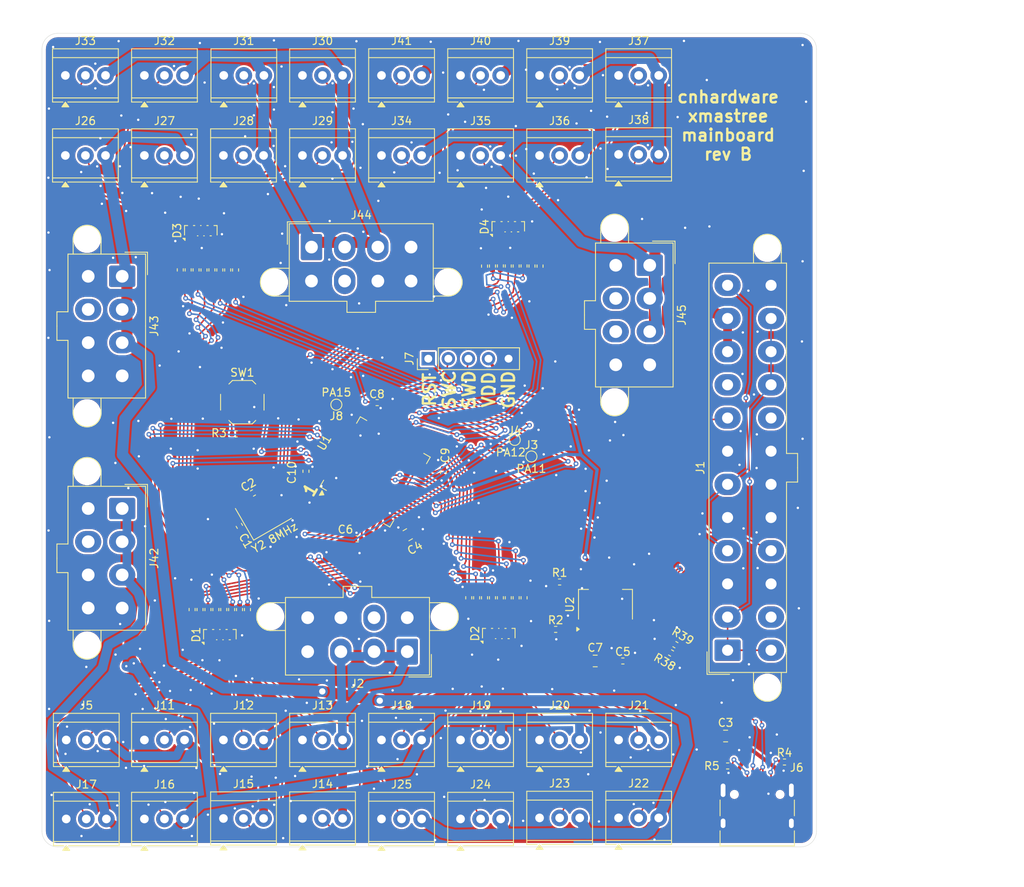
<source format=kicad_pcb>
(kicad_pcb (version 20241229) (generator "pcbnew") (generator_version "9.0")
  (layers (0 "F.Cu" signal) (2 "B.Cu" signal) (13 "F.Paste" user) (15 "B.Paste" user) (5 "F.SilkS" user "F.Silkscreen") (7 "B.SilkS" user "B.Silkscreen") (1 "F.Mask" user) (3 "B.Mask" user) (25 "Edge.Cuts" user))
  (net 0 "")
  (net 1 "Net-(U1-OSC_OUT)")
  (net 2 "Net-(U1-OSC_IN)")
  (net 3 "+5V")
  (net 4 "VDD")
  (net 6 "Net-(J1-+5V-Pad21)")
  (net 8 "Net-(J1-+3.3V-Pad1)")
  (net 11 "CC2")
  (net 12 "SBU2")
  (net 13 "CC1")
  (net 14 "SBU1")
  (net 15 "Net-(U2-ADJ)")
  (net 16 "BOOT0")
  (net 17 "SWD")
  (net 18 "USBDP")
  (net 21 "USBDM")
  (net 23 "SWC")
  (net 26 "PA11")
  (net 27 "LED3")
  (net 28 "LED4")
  (net 29 "LED1")
  (net 30 "LED0")
  (net 31 "LED7")
  (net 32 "LED2")
  (net 33 "LED5")
  (net 34 "LED6")
  (net 35 "LED10")
  (net 36 "LED9")
  (net 37 "LED12")
  (net 38 "LED8")
  (net 39 "LED11")
  (net 40 "LED14")
  (net 41 "LED15")
  (net 42 "LED13")
  (net 43 "LED17")
  (net 44 "LED21")
  (net 45 "LED22")
  (net 46 "LED16")
  (net 47 "LED19")
  (net 48 "LED18")
  (net 49 "LED20")
  (net 50 "LED23")
  (net 51 "LED31")
  (net 52 "LED26")
  (net 53 "LED30")
  (net 54 "LED25")
  (net 55 "LED28")
  (net 56 "LED29")
  (net 57 "LED27")
  (net 58 "LED24")
  (net 59 "12V1")
  (net 60 "GND")
  (net 61 "Net-(U1-PB0)")
  (net 62 "Net-(U1-PB1)")
  (net 63 "Net-(U1-PB2)")
  (net 64 "Net-(U1-PB3)")
  (net 65 "Net-(U1-PB4)")
  (net 66 "PA12")
  (net 67 "Net-(U1-PB5)")
  (net 68 "Net-(U1-PA6)")
  (net 69 "Net-(U1-PB8)")
  (net 70 "Net-(U1-PB10)")
  (net 71 "Net-(U1-PB9)")
  (net 72 "Net-(U1-PB11)")
  (net 73 "Net-(U1-PB12)")
  (net 74 "Net-(U1-PB14)")
  (net 75 "Net-(U1-PB13)")
  (net 76 "Net-(U1-PB15)")
  (net 77 "Net-(U1-PC0)")
  (net 78 "Net-(U1-PC2)")
  (net 79 "Net-(U1-PC4)")
  (net 80 "Net-(U1-PC6)")
  (net 81 "Net-(U1-PC8)")
  (net 82 "Net-(U1-PC10)")
  (net 83 "Net-(U1-PC12)")
  (net 84 "Net-(U1-PC14)")
  (net 85 "Net-(U1-PC1)")
  (net 86 "Net-(U1-PC3)")
  (net 87 "Net-(U1-PC5)")
  (net 88 "Net-(U1-PC7)")
  (net 89 "Net-(U1-PC9)")
  (net 90 "Net-(U1-PC11)")
  (net 91 "Net-(U1-PC13)")
  (net 92 "Net-(U1-PC15)")
  (net 93 "RST")
  (net 94 "Net-(U1-PA7)")
  (net 95 "PA15")
  (net 97 "PA9")
  (net 98 "PA10")
  (net 99 "12V6")
  (net 100 "12V2")
  (net 101 "12V3")
  (net 102 "12V4")
  (net 103 "12V5")
  (net 109 "Net-(J6-D+-PadA6)")
  (net 110 "Net-(J6-D--PadA7)")
  (footprint "TerminalBlock_TE-Connectivity:TerminalBlock_TE_282834-3_1x03_P2.54mm_Horizontal" (layer "F.Cu") (at 136.96 58.3275)
    (property "Reference" "J38")
    (property "Value" "LED")
  )
  (footprint "Resistor_SMD:R_0402_1005Metric" (layer "F.Cu") (at 88 115.95 -90)
    (property "Reference" "R12" (hide yes))
    (property "Value" "120")
  )
  (footprint "Resistor_SMD:R_0402_1005Metric" (layer "F.Cu") (at 97.4 98.44 -90)
    (property "Reference" "C10")
    (property "Value" "1u")
  )
  (footprint "Resistor_SMD:R_0402_1005Metric" (layer "F.Cu") (at 120 72.47 90)
    (property "Reference" "R37" (hide yes))
    (property "Value" "120")
  )
  (footprint "Resistor_SMD:R_0402_1005Metric" (layer "F.Cu") (at 123 114.46 -90)
    (property "Reference" "R20" (hide yes))
    (property "Value" "120")
  )
  (footprint "TerminalBlock_TE-Connectivity:TerminalBlock_TE_282834-3_1x03_P2.54mm_Horizontal" (layer "F.Cu") (at 116.96 132.46)
    (property "Reference" "J19")
    (property "Value" "LED")
  )
  (footprint "TerminalBlock_TE-Connectivity:TerminalBlock_TE_282834-3_1x03_P2.54mm_Horizontal" (layer "F.Cu") (at 96.96 132.46)
    (property "Reference" "J13")
    (property "Value" "LED")
  )
  (footprint "Resistor_SMD:R_0402_1005Metric" (layer "F.Cu") (at 123 72.46 90)
    (property "Reference" "R34" (hide yes))
    (property "Value" "120")
  )
  (footprint "TerminalBlock_TE-Connectivity:TerminalBlock_TE_282834-3_1x03_P2.54mm_Horizontal" (layer "F.Cu") (at 136.96 142.3275)
    (property "Reference" "J22")
    (property "Value" "LED")
  )
  (footprint "Resistor_SMD:R_0402_1005Metric" (layer "F.Cu") (at 119 114.46 -90)
    (property "Reference" "R14" (hide yes))
    (property "Value" "120")
  )
  (footprint "Resistor_SMD:R_0402_1005Metric" (layer "F.Cu") (at 124 114.46 -90)
    (property "Reference" "R17" (hide yes))
    (property "Value" "120")
  )
  (footprint "Resistor_SMD:R_0402_1005Metric" (layer "F.Cu") (at 137.5 122.46)
    (property "Reference" "C5")
    (property "Value" "1u")
  )
  (footprint "Resistor_SMD:R_0402_1005Metric" (layer "F.Cu") (at 129.5 112.46)
    (property "Reference" "R1")
    (property "Value" "510")
  )
  (footprint "Resistor_SMD:R_0402_1005Metric" (layer "F.Cu") (at 85.5 72.95 90)
    (property "Reference" "R23" (hide yes))
    (property "Value" "120")
  )
  (footprint "Resistor_SMD:R_0402_1005Metric" (layer "F.Cu") (at 84.5 72.96 90)
    (property "Reference" "R30" (hide yes))
    (property "Value" "120")
  )
  (footprint "Crystal:Crystal_SMD_3225-4Pin_3.2x2.5mm_HandSoldering" (layer "F.Cu") (at 92.020737 103.779071 30)
    (property "Reference" "Y2")
    (property "Value" "8MHz")
  )
  (footprint "Resistor_SMD:R_0402_1005Metric" (layer "F.Cu") (at 120 114.46 -90)
    (property "Reference" "R19" (hide yes))
    (property "Value" "120")
  )
  (footprint "Resistor_SMD:R_0402_1005Metric" (layer "F.Cu") (at 88.56 93.72)
    (property "Reference" "R3")
    (property "Value" "5.1k")
  )
  (footprint "TerminalBlock_TE-Connectivity:TerminalBlock_TE_282834-3_1x03_P2.54mm_Horizontal" (layer "F.Cu") (at 76.96 142.46)
    (property "Reference" "J16")
    (property "Value" "LED")
  )
  (footprint "Package_DFN_QFN:UDFN-9_1.0x3.8mm_P0.5mm" (layer "F.Cu") (at 121.8 118.985 90)
    (property "Reference" "D2")
    (property "Value" "DT1240A-08LP3810" (hide yes))
  )
  (footprint "Button_Switch_SMD:SW_SPST_TL3342" (layer "F.Cu") (at 89.35 89.7)
    (property "Reference" "SW1")
    (property "Value" "Download")
  )
  (footprint "Resistor_SMD:R_0402_1005Metric" (layer "F.Cu") (at 103.89 107)
    (property "Reference" "C6")
    (property "Value" "1u")
  )
  (footprint "Resistor_SMD:R_0402_1005Metric" (layer "F.Cu") (at 114.8 98.59 90)
    (property "Reference" "C9")
    (property "Value" "1u")
  )
  (footprint "Resistor_SMD:R_0402_1005Metric" (layer "F.Cu") (at 82.5 72.95 90)
    (property "Reference" "R22" (hide yes))
    (property "Value" "120")
  )
  (footprint "Package_DFN_QFN:UDFN-9_1.0x3.8mm_P0.5mm" (layer "F.Cu") (at 123 67.485 90)
    (property "Reference" "D4")
    (property "Value" "DT1240A-08LP3810" (hide yes))
  )
  (footprint "TerminalBlock_TE-Connectivity:TerminalBlock_TE_282834-3_1x03_P2.54mm_Horizontal" (layer "F.Cu") (at 96.96 142.4)
    (property "Reference" "J14")
    (property "Value" "LED")
  )
  (footprint "Package_TO_SOT_SMD:SOT-223-3_TabPin2" (layer "F.Cu") (at 135.3 115.31 90)
    (property "Reference" "U2")
    (property "Value" "AMS1117")
  )
  (footprint "cnhardware:Molex_Mini-Fit_-PCI_EXPRESS-_2x04_P4.20mm_Vertical" (layer "F.Cu") (at 98.1 69.46)
    (property "Reference" "J44")
    (property "Value" "ATX")
  )
  (footprint "TerminalBlock_TE-Connectivity:TerminalBlock_TE_282834-3_1x03_P2.54mm_Horizontal" (layer "F.Cu") (at 76.96 132.46)
    (property "Reference" "J11")
    (property "Value" "LED")
  )
  (footprint "TerminalBlock_TE-Connectivity:TerminalBlock_TE_282834-3_1x03_P2.54mm_Horizontal" (layer "F.Cu") (at 116.96 142.46)
    (property "Reference" "J24")
    (property "Value" "LED")
  )
  (footprint "Resistor_SMD:R_0402_1005Metric" (layer "F.Cu") (at 127.02 72.47 90)
    (property "Reference" "R28" (hide yes))
    (property "Value" "120")
  )
  (footprint "Resistor_SMD:R_0402_1005Metric" (layer "F.Cu") (at 81.5 72.95 90)
    (property "Reference" "R33" (hide yes))
    (property "Value" "120")
  )
  (footprint "TerminalBlock_TE-Connectivity:TerminalBlock_TE_282834-3_1x03_P2.54mm_Horizontal" (layer "F.Cu") (at 76.96 48.3275)
    (property "Reference" "J32")
    (property "Value" "LED")
  )
  (footprint "Resistor_SMD:R_0402_1005Metric" (layer "F.Cu") (at 86 115.95 -90)
    (property "Reference" "R7" (hide yes))
    (property "Value" "120")
  )
  (footprint "Resistor_SMD:R_0402_1005Metric" (layer "F.Cu") (at 88.5 72.96 90)
    (property "Reference" "R24" (hide yes))
    (property "Value" "120")
  )
  (footprint "TerminalBlock_TE-Connectivity:TerminalBlock_TE_282834-3_1x03_P2.54mm_Horizontal" (layer "F.Cu") (at 116.96 48.3275)
    (property "Reference" "J40")
    (property "Value" "LED")
  )
  (footprint "Resistor_SMD:R_0402_1005Metric" (layer "F.Cu") (at 157.95 135.25)
    (property "Reference" "R4")
    (property "Value" "5.1k")
  )
  (footprint "Resistor_SMD:R_0402_1005Metric" (layer "F.Cu") (at 106.41 89.75 180)
    (property "Reference" "C8")
    (property "Value" "1u")
  )
  (footprint "TerminalBlock_TE-Connectivity:TerminalBlock_TE_282834-3_1x03_P2.54mm_Horizontal" (layer "F.Cu") (at 106.96 142.46)
    (property "Reference" "J25")
    (property "Value" "LED")
  )
  (footprint "Resistor_SMD:R_0402_1005Metric" (layer "F.Cu") (at 121 114.46 -90)
    (property "Reference" "R16" (hide yes))
    (property "Value" "120")
  )
  (footprint "Resistor_SMD:R_0402_1005Metric" (layer "F.Cu") (at 90.698808 101.190577 30)
    (property "Reference" "C2")
    (property "Value" "10p")
  )
  (footprint "Resistor_SMD:R_0402_1005Metric" (layer "F.Cu") (at 89 115.95 -90)
    (property "Reference" "R9" (hide yes))
    (property "Value" "120")
  )
  (footprint "Resistor_SMD:R_0402_1005Metric" (layer "F.Cu") (at 125 114.46 -90)
    (property "Reference" "R18" (hide yes))
    (property "Value" "120")
  )
  (footprint "Connector_Molex:Molex_Mini-Fit_Jr_5566-24A2_2x12_P4.20mm_Vertical" (layer "F.Cu") (at 150.75 121.1 90)
    (property "Reference" "J1")
    (property "Value" "ATX-24")
  )
  (footprint "Resistor_SMD:R_0402_1005Metric" (layer "F.Cu") (at 126 72.46 90)
    (property "Reference" "R35" (hide yes))
    (property "Value" "120")
  )
  (footprint "Resistor_SMD:R_0402_1005Metric" (layer "F.Cu") (at 144.15 120.4 150)
    (property "Reference" "R39")
    (property "Value" "22")
  )
  (footprint "Resistor_SMD:R_0402_1005Metric" (layer "F.Cu") (at 122 72.45 90)
    (property "Reference" "R29" (hide yes))
    (property "Value" "120")
  )
  (footprint "Resistor_SMD:R_0402_1005Metric" (layer "F.Cu") (at 84 115.95 -90)
    (property "Reference" "R6" (hide yes))
    (property "Value" "120")
  )
  (footprint "Resistor_SMD:R_0402_1005Metric" (layer "F.Cu") (at 83 115.95 -90)
    (property "Reference" "R13" (hide yes))
    (property "Value" "120")
  )
  (footprint "TerminalBlock_TE-Connectivity:TerminalBlock_TE_282834-3_1x03_P2.54mm_Horizontal" (layer "F.Cu") (at 66.96 48.3275)
    (property "Reference" "J33")
    (property "Value" "LED")
  )
  (footprint "TerminalBlock_TE-Connectivity:TerminalBlock_TE_282834-3_1x03_P2.54mm_Horizontal" (layer "F.Cu") (at 96.96 58.46)
    (property "Reference" "J29")
    (property "Value" "LED")
  )
  (footprint "Resistor_SMD:R_0402_1005Metric" (layer "F.Cu") (at 90 115.95 -90)
    (property "Reference" "R10" (hide yes))
    (property "Value" "120")
  )
  (footprint "Resistor_SMD:R_0402_1005Metric" (layer "F.Cu") (at 125 72.45 90)
    (property "Reference" "R36" (hide yes))
    (property "Value" "120")
  )
  (footprint "TerminalBlock_TE-Connectivity:TerminalBlock_TE_282834-3_1x03_P2.54mm_Horizontal" (layer "F.Cu") (at 86.96 58.46)
    (property "Reference" "J28")
    (property "Value" "LED")
  )
  (footprint "Resistor_SMD:R_0402_1005Metric" (layer "F.Cu") (at 143.6 121.45 150)
    (property "Reference" "R38")
    (property "Value" "22")
  )
  (footprint "Connector_PinHeader_2.54mm:PinHeader_1x05_P2.54mm_Vertical" (layer "F.Cu") (at 112.88 84.19 90)
    (property "Reference" "J7")
    (property "Value" "PAGM")
  )
  (footprint "TerminalBlock_TE-Connectivity:TerminalBlock_TE_282834-3_1x03_P2.54mm_Horizontal" (layer "F.Cu") (at 106.96 48.3275)
    (property "Reference" "J41")
    (property "Value" "LED")
  )
  (footprint "TerminalBlock_TE-Connectivity:TerminalBlock_TE_282834-3_1x03_P2.54mm_Horizontal" (layer "F.Cu") (at 116.96 58.46)
    (property "Reference" "J35")
    (property "Value" "LED")
  )
  (footprint "TerminalBlock_TE-Connectivity:TerminalBlock_TE_282834-3_1x03_P2.54mm_Horizontal" (layer "F.Cu") (at 126.96 142.3275)
    (property "Reference" "J23")
    (property "Value" "LED")
  )
  (footprint "Resistor_SMD:R_0402_1005Metric" (layer "F.Cu") (at 87 115.95 -90)
    (property "Reference" "R8" (hide yes))
    (property "Value" "120")
  )
  (footprint "cnhardware:Molex_Mini-Fit_-PCI_EXPRESS-_2x04_P4.20mm_Vertical" (layer "F.Cu") (at 74.75 73.76 -90)
    (property "Reference" "J43")
    (property "Value" "ATX")
  )
  (footprint "TerminalBlock_TE-Connectivity:TerminalBlock_TE_282834-3_1x03_P2.54mm_Horizontal" (layer "F.Cu") (at 126.96 48.3275)
    (property "Reference" "J39")
    (property "Value" "LED")
  )
  (footprint "Package_DFN_QFN:UDFN-9_1.0x3.8mm_P0.5mm" (layer "F.Cu") (at 84.1 67.985 90)
    (property "Reference" "D3")
    (property "Value" "DT1240A-08LP3810" (hide yes))
  )
  (footprint "Capacitor_SMD:C_0805_2012Metric" (layer "F.Cu") (at 134 122.46)
    (property "Reference" "C7")
    (property "Value" "4.7u")
  )
  (footprint "TerminalBlock_TE-Connectivity:TerminalBlock_TE_282834-3_1x03_P2.54mm_Horizontal" (layer "F.Cu") (at 136.96 48.3275)
    (property "Reference" "J37")
    (property "Value" "LED")
  )
  (footprint "TerminalBlock_TE-Connectivity:TerminalBlock_TE_282834-3_1x03_P2.54mm_Horizontal" (layer "F.Cu") (at 106.96 58.46)
    (property "Reference" "J34")
    (property "Value" "LED")
  )
  (footprint "TestPoint:TestPoint_Pad_D1.0mm" (layer "F.Cu") (at 101.25 90.01 180)
    (property "Reference" "J8")
    (property "Value" "PA15")
  )
  (footprint "Resistor_SMD:R_0402_1005Metric" (layer "F.Cu") (at 150.76 135.75 180)
    (property "Reference" "R5")
    (property "Value" "5.1k")
  )
  (footprint "Resistor_SMD:R_0402_1005Metric" (layer "F.Cu") (at 129 118.46)
    (property "Reference" "R2")
    (property "Value" "1k")
  )
  (footprint "Resistor_SMD:R_0402_1005Metric" (layer "F.Cu") (at 118 114.46 -90)
    (property "Reference" "R21" (hide yes))
    (property "Value" "120")
  )
  (footprint "Resistor_SMD:R_0402_1005Metric" (layer "F.Cu") (at 121 72.46 90)
    (property "Reference" "R26" (hide yes))
    (property "Value" "120")
  )
  (footprint "TerminalBlock_TE-Connectivity:TerminalBlock_TE_282834-3_1x03_P2.54mm_Horizontal" (layer "F.Cu") (at 87 48.3275)
    (property "Reference" "J31")
    (property "Value" "LED")
  )
  (footprint "Package_DFN_QFN:UDFN-9_1.0x3.8mm_P0.5mm" (layer "F.Cu") (at 86.51 119.125 90)
    (property "Reference" "D1")
    (property "Value" "DT1240A-08LP3810")
  )
  (footprint "cnhardware:Molex_Mini-Fit_-PCI_EXPRESS-_2x04_P4.20mm_Vertical" (layer "F.Cu") (at 141.5 72.36 -90)
    (property "Reference" "J45")
    (property "Value" "ATX")
  )
  (footprint "TerminalBlock_TE-Connectivity:TerminalBlock_TE_282834-3_1x03_P2.54mm_Horizontal" (layer "F.Cu") (at 136.96 132.46)
    (property "Reference" "J21")
    (property "Value" "LED")
  )
  (footprint "TerminalBlock_TE-Connectivity:TerminalBlock_TE_282834-3_1x03_P2.54mm_Horizontal" (layer "F.Cu") (at 86.96 142.4)
    (property "Reference" "J15")
    (property "Value" "LED")
  )
  (footprint "TestPoint:TestPoint_Pad_D1.0mm" (layer "F.Cu") (at 125.93 96.57)
    (property "Reference" "J3")
    (property "Value" "PA11")
  )
  (footprint "Resistor_SMD:R_0402_1005Metric" (layer "F.Cu") (at 124 72.46 90)
    (property "Reference" "R27" (hide yes))
    (property "Value" "120")
  )
  (footprint "TerminalBlock_TE-Connectivity:TerminalBlock_TE_282834-3_1x03_P2.54mm_Horizontal" (layer "F.Cu") (at 76.96 58.46)
    (property "Reference" "J27")
    (property "Value" "LED")
  )
  (footprint "TerminalBlock_TE-Connectivity:TerminalBlock_TE_282834-3_1x03_P2.54mm_Horizontal" (layer "F.Cu") (at 67.07 132.46)
    (property "Reference" "J5")
    (property "Value" "LED")
  )
  (footprint "TerminalBlock_TE-Connectivity:TerminalBlock_TE_282834-3_1x03_P2.54mm_Horizontal" (layer "F.Cu") (at 67.07 142.46)
    (property "Reference" "J17")
    (property "Value" "LED")
  )
  (footprint "Resistor_SMD:R_0402_1005Metric" (layer "F.Cu") (at 85 115.95 -90)
    (property "Reference" "R11" (hide yes))
    (property "Value" "120")
  )
  (footprint "TestPoint:TestPoint_Pad_D1.0mm" (layer "F.Cu") (at 123.82 94.47)
    (property "Reference" "J4")
    (property "Value" "PA12")
  )
  (footprint "TerminalBlock_TE-Connectivity:TerminalBlock_TE_282834-3_1x03_P2.54mm_Horizontal" (layer "F.Cu") (at 96.96 48.3275)
    (property "Reference" "J30")
    (property "Value" "LED")
  )
  (footprint "Resistor_SMD:R_0402_1005Metric" (layer "F.Cu") (at 83.5 72.95 90)
    (property "Reference" "R25" (hide yes))
    (property "Value" "120")
  )
  (footprint "TerminalBlock_TE-Connectivity:TerminalBlock_TE_282834-3_1x03_P2.54mm_Horizontal" (layer "F.Cu") (at 126.96 132.46)
    (property "Reference" "J20")
    (property "Value" "LED")
  )
  (footprint "Capacitor_SMD:C_0805_2012Metric" (layer "F.Cu") (at 110.28 106.48 30)
    (property "Reference" "C4")
    (property "Value" "4.7u")
  )
  (footprint "Resistor_SMD:R_0402_1005Metric" (layer "F.Cu") (at 122 114.46 -90)
    (property "Reference" "R15" (hide yes))
    (property "Value" "120")
  )
  (footprint "Capacitor_SMD:C_0805_2012Metric" (layer "F.Cu") (at 150.5 131.96)
    (property "Reference" "C3")
    (property "Value" "4.7u")
  )
  (footprint "Resistor_SMD:R_0402_1005Metric" (layer "F.Cu") (at 87.5 72.96 90)
    (property "Reference" "R31" (hide yes))
    (property "Value" "120")
  )
  (footprint "cnhardware:Molex_Mini-Fit_-PCI_EXPRESS-_2x04_P4.20mm_Vertical" (layer "F.Cu") (at 74.75 103.16 -90)
    (property "Reference" "J42")
    (property "Value" "ATX")
  )
  (footprint "TerminalBlock_TE-Connectivity:TerminalBlock_TE_282834-3_1x03_P2.54mm_Horizontal" (layer "F.Cu") (at 106.96 132.46)
    (property "Reference" "J18")
    (property "Value" "LED")
  )
  (footprint "cnhardware:Molex_Mini-Fit_-PCI_EXPRESS-_2x04_P4.20mm_Vertical" (layer "F.Cu") (at 110.22 121.88 180)
    (property "Reference" "J2")
    (property "Value" "ATX")
  )
  (footprint "TerminalBlock_TE-Connectivity:TerminalBlock_TE_282834-3_1x03_P2.54mm_Horizontal" (layer "F.Cu") (at 86.96 132.46)
    (property "Reference" "J12")
    (property "Value" "LED")
  )
  (footprint "Resistor_SMD:R_0402_1005Metric" (layer "F.Cu") (at 88.974763 105.35671 -60)
    (property "Reference" "C1")
    (property "Value" "10p")
  )
  (footprint "Package_QFP:LQFP-64_10x10mm_P0.5mm" (layer "F.Cu") (at 106.15 98.525 60)
    (property "Reference" "U1")
    (property "Value" "CH32V305RBT6")
  )
  (footprint "Connector_USB:USB_C_Receptacle_HRO_TYPE-C-31-M-12" (layer "F.Cu") (at 154.5 141.96)
    (property "Reference" "J6")
    (property "Value" "USB_C_Receptacle_USB2.0")
  )
  (footprint "TerminalBlock_TE-Connectivity:TerminalBlock_TE_282834-3_1x03_P2.54mm_Horizontal" (layer "F.Cu") (at 66.96 58.46)
    (property "Reference" "J26")
    (property "Value" "LED")
  )
  (footprint "Resistor_SMD:R_0402_1005Metric" (layer "F.Cu") (at 86.5 72.96 90)
    (property "Reference" "R32" (hide yes))
    (property "Value" "120")
  )
  (footprint "TerminalBlock_TE-Connectivity:TerminalBlock_TE_282834-3_1x03_P2.54mm_Horizontal" (layer "F.Cu") (at 126.96 58.46)
    (property "Reference" "J36")
    (property "Value" "LED")
  )
  (gr_line (start 162 144) (end 162 45) (stroke (width 0.05)) (layer "Edge.Cuts"))
  (gr_arc (start 160 43) (mid 161.414214 43.585786) (end 162 45) (stroke (width 0.05)) (layer "Edge.Cuts"))
  (gr_line (start 160 43) (end 66 43) (stroke (width 0.05)) (layer "Edge.Cuts"))
  (gr_line (start 64 45) (end 64 144) (stroke (width 0.05)) (layer "Edge.Cuts"))
  (gr_arc (start 66 146) (mid 64.585786 145.414214) (end 64 144) (stroke (width 0.05)) (layer "Edge.Cuts"))
  (gr_line (start 66 146) (end 160 146) (stroke (width 0.05)) (layer "Edge.Cuts"))
  (gr_arc (start 162 144) (mid 161.414214 145.414214) (end 160 146) (stroke (width 0.05)) (layer "Edge.Cuts"))
  (gr_arc (start 64 45) (mid 64.585786 43.585786) (end 66 43) (stroke (width 0.05)) (layer "Edge.Cuts"))
  (gr_text "RST\nSWC\nSWD\nVDD\nGND" (at 123.93 88.12 90) (layer "F.SilkS") (effects (font (size 1.55 1.55) (thickness 0.3) (bold yes)) (justify bottom)))
  (gr_text "cnhardware\nxmastree\nmainboard\nrev B" (at 150.82 59.18 0) (layer "F.SilkS") (effects (font (size 1.5 1.5) (thickness 0.3) (bold yes)) (justify bottom)))
  (gr_text "1" (at 98.27 102.01 60) (layer "F.SilkS") (effects (font (size 1.5 1.5) (thickness 0.3) (bold yes)) (justify left bottom)))
  (segment (start 144.5 111.25) (end 144.25 111.25) (width 0.2) (layer "F.Cu") (net 0))
  (segment (start 144.25 111) (end 144.5 110.75) (width 0.2) (layer "F.Cu") (net 0))
  (segment (start 144.75 111) (end 144.5 111.25) (width 0.2) (layer "F.Cu") (net 0))
  (segment (start 144.75 110.5) (end 144.75 111) (width 0.2) (layer "F.Cu") (net 0))
  (segment (start 144.5 110.75) (end 145 110.75) (width 0.2) (layer "F.Cu") (net 0))
  (segment (start 145 110.75) (end 144.75 110.5) (width 0.2) (layer "F.Cu") (net 0))
  (segment (start 144.25 111.25) (end 144.25 111) (width 0.2) (layer "F.Cu") (net 0))
  (segment (start 145 110.75) (end 144.75 110.5) (width 0.2) (layer "B.Cu") (net 0))
  (segment (start 144.5 110.25) (end 144.5 110.75) (width 0.2) (layer "B.Cu") (net 0))
  (segment (start 144.75 111) (end 145 111) (width 0.2) (layer "B.Cu") (net 0))
  (segment (start 145 111) (end 145 110.75) (width 0.2) (layer "B.Cu") (net 0))
  (segment (start 144.75 110.5) (end 144.25 110.5) (width 0.2) (layer "B.Cu") (net 0))
  (segment (start 144.5 110.75) (end 144.75 111) (width 0.2) (layer "B.Cu") (net 0))
  (segment (start 144.25 110.5) (end 144.5 110.25) (width 0.2) (layer "B.Cu") (net 0))
  (segment (start 94.37355 106.025737) (end 97.53639 105.207538) (width 0.2) (layer "F.Cu") (net 1))
  (segment (start 98.274894 104.987776) (end 101.06 104.23) (width 0.2) (layer "F.Cu") (net 1))
  (segment (start 101.57 103.96) (end 102.229968 102.814694) (width 0.2) (layer "F.Cu") (net 1))
  (segment (start 97.53639 105.207538) (end 98.274894 104.987776) (width 0.2) (layer "F.Cu") (net 1))
  (segment (start 89.229763 105.798383) (end 94.37355 106.025737) (width 0.2) (layer "F.Cu") (net 1))
  (segment (start 89.229763 105.798383) (end 91.34 105.5) (width 0.2) (layer "F.Cu") (net 1))
  (segment (start 101.06 104.23) (end 101.57 103.96) (width 0.2) (layer "F.Cu") (net 1))
  (segment (start 97.45 104.8) (end 100.61 103.93) (width 0.2) (layer "F.Cu") (net 2))
  (segment (start 96.720005 104.701558) (end 94.526666 102.280532) (width 0.2) (layer "F.Cu") (net 2))
  (segment (start 96.720005 104.701558) (end 97.45 104.8) (width 0.2) (layer "F.Cu") (net 2))
  (segment (start 91.140481 100.935577) (end 92.701474 102.058142) (width 0.2) (layer "F.Cu") (net 2))
  (segment (start 101.796956 102.564694) (end 101.23 103.45) (width 0.2) (layer "F.Cu") (net 2))
  (segment (start 101.23 103.45) (end 100.61 103.93) (width 0.2) (layer "F.Cu") (net 2))
  (segment (start 94.526666 102.280532) (end 92.701474 102.058142) (width 0.2) (layer "F.Cu") (net 2))
  (segment (start 150.7 129.8) (end 151.45 131.96) (width 0.5) (layer "F.Cu") (net 3))
  (segment (start 153.329489 133.370511) (end 151.45 131.96) (width 0.5) (layer "F.Cu") (net 3))
  (segment (start 156.95 137.915) (end 156.95 136.3) (width 0.5) (layer "F.Cu") (net 3))
  (segment (start 156.7 135.9) (end 153.329489 133.370511) (width 0.5) (layer "F.Cu") (net 3))
  (segment (start 137.6 118.46) (end 138.01 122.46) (width 0.5) (layer "F.Cu") (net 3))
  (segment (start 152.5 135.5) (end 153.329489 133.370511) (width 0.5) (layer "F.Cu") (net 3))
  (segment (start 156.95 136.3) (end 156.7 135.9) (width 0.5) (layer "F.Cu") (net 3))
  (segment (start 137.6 118.46) (end 150.7 129.8) (width 0.5) (layer "F.Cu") (net 3))
  (segment (start 152.1 136.4) (end 152.5 135.5) (width 0.5) (layer "F.Cu") (net 3))
  (segment (start 152.05 137.915) (end 152.1 136.4) (width 0.5) (layer "F.Cu") (net 3))
  (segment (start 86.2 87.8) (end 92.5 87.8) (width 0.2) (layer "F.Cu") (net 4))
  (segment (start 100.56 100.04) (end 100.19 99.42) (width 0.2) (layer "F.Cu") (net 4))
  (segment (start 110.65 104.31) (end 111.102724 106.005) (width 0.2) (layer "F.Cu") (net 4))
  (segment (start 105.261057 104.564694) (end 104.49 106.03) (width 0.2) (layer "F.Cu") (net 4))
  (segment (start 130.01 112.46) (end 135.3 112.16) (width 0.2) (layer "F.Cu") (net 4))
  (segment (start 116.21 100.78) (end 115.56 98.89) (width 0.4) (layer "F.Cu") (net 4))
  (segment (start 111.61 97.78) (end 111.96 97.61) (width 0.2) (layer "F.Cu") (net 4))
  (segment (start 112.939694 98.114905) (end 113.64 98.51) (width 0.2) (layer "F.Cu") (net 4))
  (segment (start 115.56 98.89) (end 115.43 98.61) (width 0.4) (layer "F.Cu") (net 4))
  (segment (start 105.739905 91.735306) (end 106.05 91.1) (width 0.2) (layer "F.Cu") (net 4))
  (segment (start 135.3 118.46) (end 135.3 112.16) (width 0.4) (layer "F.Cu") (net 4))
  (segment (start 115.43 98.61) (end 114.8 98.08) (width 0.4) (layer "F.Cu") (net 4))
  (segment (start 111.96 97.61) (end 112.939694 98.114905) (width 0.2) (layer "F.Cu") (net 4))
  (segment (start 105.739905 91.735306) (end 105.24 92.64) (width 0.2) (layer "F.Cu") (net 4))
  (segment (start 105.261057 104.564694) (end 105.79 103.57) (width 0.2) (layer "F.Cu") (net 4))
  (segment (start 98.7 98.55) (end 97.4 98.95) (width 0.2) (layer "F.Cu") (net 4))
  (segment (start 122.59 87.8) (end 130.67 90.4) (width 0.4) (layer "F.Cu") (net 4))
  (segment (start 99.360306 98.935095) (end 98.7 98.55) (width 0.2) (layer "F.Cu") (net 4))
  (segment (start 105.79 103.57) (end 106.6 103.376485) (width 0.2) (layer "F.Cu") (net 4))
  (segment (start 100.56 100.04) (end 106.6 103.376485) (width 0.2) (layer "F.Cu") (net 4))
  (segment (start 100.064905 101.564694) (end 100.56 100.6) (width 0.2) (layer "F.Cu") (net 4))
  (segment (start 134.95 122.46) (end 135.3 118.46) (width 0.4) (layer "F.Cu") (net 4))
  (segment (start 108.72 102.87) (end 111.61 97.78) (width 0.2) (layer "F.Cu") (net 4))
  (segment (start 108.87 103.23) (end 108.72 102.87) (width 0.2) (layer "F.Cu") (net 4))
  (segment (start 132.71 109.34) (end 135.3 112.16) (width 0.4) (layer "F.Cu") (net 4))
  (segment (start 106.6 103.376485) (end 108.72 102.87) (width 0.2) (layer "F.Cu") (net 4))
  (segment (start 104.49 106.03) (end 104.4 107) (width 0.2) (layer "F.Cu") (net 4))
  (segment (start 100.56 100.6) (end 100.56 100.04) (width 0.2) (layer "F.Cu") (net 4))
  (segment (start 100.19 99.42) (end 99.360306 98.935095) (width 0.2) (layer "F.Cu") (net 4))
  (segment (start 97.95 83.67) (end 92.5 87.8) (width 0.2) (layer "F.Cu") (net 4))
  (segment (start 106.05 91.1) (end 105.9 89.75) (width 0.2) (layer "F.Cu") (net 4))
  (segment (start 109.689694 103.74407) (end 110.65 104.31) (width 0.2) (layer "F.Cu") (net 4))
  (segment (start 105.24 92.64) (end 105.27 93.57) (width 0.2) (layer "F.Cu") (net 4))
  (segment (start 113.64 98.51) (end 114.8 98.08) (width 0.2) (layer "F.Cu") (net 4))
  (segment (start 105.9 89.75) (end 104.92 89.61) (width 0.2) (layer "F.Cu") (net 4))
  (segment (start 109.689694 103.74407) (end 108.87 103.23) (width 0.2) (layer "F.Cu") (net 4))
  (segment (start 120.5 84.19) (end 122.59 87.8) (width 0.4) (layer "F.Cu") (net 4))
  (segment (start 105.27 93.57) (end 111.61 97.78) (width 0.2) (layer "F.Cu") (net 4))
  (via (at 130.67 90.4) (size 0.6) (drill 0.3) (layers "F.Cu" "B.Cu") (net 4))
  (via (at 116.21 100.78) (size 0.6) (drill 0.3) (layers "F.Cu" "B.Cu") (net 4))
  (via (at 104.92 89.61) (size 0.6) (drill 0.3) (layers "F.Cu" "B.Cu") (net 4))
  (via (at 132.71 109.34) (size 0.6) (drill 0.3) (layers "F.Cu" "B.Cu") (net 4))
  (via (at 97.95 83.67) (size 0.6) (drill 0.3) (layers "F.Cu" "B.Cu") (net 4))
  (segment (start 117.35 100.83) (end 130.22 96.29) (width 0.4) (layer "B.Cu") (net 4))
  (segment (start 116.21 100.78) (end 117.35 100.83) (width 0.4) (layer "B.Cu") (net 4))
  (segment (start 134.24 98.24) (end 132.19 96.37) (width 0.4) (layer "B.Cu") (net 4))
  (segment (start 104.92 89.61) (end 103.7 85.85) (width 0.2) (layer "B.Cu") (net 4))
  (segment (start 99 83.84) (end 97.95 83.67) (width 0.2) (layer "B.Cu") (net 4))
  (segment (start 132.71 109.34) (end 134.24 98.24) (width 0.4) (layer "B.Cu") (net 4))
  (segment (start 130.67 90.4) (end 132.19 96.37) (width 0.4) (layer "B.Cu") (net 4))
  (segment (start 103.7 85.85) (end 99 83.84) (width 0.2) (layer "B.Cu") (net 4))
  (segment (start 130.22 96.29) (end 132.19 96.37) (width 0.4) (layer "B.Cu") (net 4))
  (segment (start 148.42 106.78) (end 148.42 102.21) (width 0.2) (layer "B.Cu") (net 6))
  (segment (start 150.75 108.5) (end 148.42 106.78) (width 0.2) (layer "B.Cu") (net 6))
  (segment (start 156.25 87.5) (end 153.62 90.62) (width 0.2) (layer "B.Cu") (net 6))
  (segment (start 148.42 102.21) (end 150.75 100.1) (width 0.2) (layer "B.Cu") (net 6))
  (segment (start 156.25 83.3) (end 156.25 87.5) (width 0.2) (layer "B.Cu") (net 6))
  (segment (start 156.25 83.3) (end 156.25 79.1) (width 0.2) (layer "B.Cu") (net 6))
  (segment (start 153.62 90.62) (end 153.34 98.12) (width 0.2) (layer "B.Cu") (net 6))
  (segment (start 153.34 98.12) (end 150.75 100.1) (width 0.2) (layer "B.Cu") (net 6))
  (segment (start 153.066912 89.18) (end 153.55 99.75) (width 0.2) (layer "F.Cu") (net 8))
  (segment (start 156.25 121.1) (end 150.75 121.1) (width 0.2) (layer "F.Cu") (net 8))
  (segment (start 150.75 121.1) (end 150.75 116.9) (width 0.2) (layer "F.Cu") (net 8))
  (via (at 153.066912 89.18) (size 0.6) (drill 0.3) (layers "F.Cu" "B.Cu") (net 8))
  (via (at 153.55 99.75) (size 0.6) (drill 0.3) (layers "F.Cu" "B.Cu") (net 8))
  (segment (start 153.68 77.61) (end 153.53 87.17) (width 0.2) (layer "B.Cu") (net 8))
  (segment (start 153.5 115.17) (end 150.75 116.9) (width 0.2) (layer "B.Cu") (net 8))
  (segment (start 153.53 87.17) (end 153.066912 89.18) (width 0.2) (layer "B.Cu") (net 8))
  (segment (start 153.55 99.75) (end 153.5 115.17) (width 0.2) (layer "B.Cu") (net 8))
  (segment (start 153.06 89.21) (end 153.066912 89.18) (width 0.2) (layer "B.Cu") (net 8))
  (segment (start 150.75 74.9) (end 153.68 77.61) (width 0.2) (layer "B.Cu") (net 8))
  (segment (start 156.85 134.95) (end 157.44 135.25) (width 0.2) (layer "F.Cu") (net 11))
  (segment (start 156.2 136.55) (end 156.25 136.5) (width 0.2) (layer "F.Cu") (net 11))
  (segment (start 156.25 136.5) (end 156.249999 137.915) (width 0.2) (layer "F.Cu") (net 11))
  (via (at 156.85 134.95) (size 0.6) (drill 0.3) (layers "F.Cu" "B.Cu") (net 11))
  (via (at 156.2 136.55) (size 0.6) (drill 0.3) (layers "F.Cu" "B.Cu") (net 11))
  (segment (start 156.2 136.55) (end 156.85 134.95) (width 0.2) (layer "B.Cu") (net 11))
  (segment (start 153.25 136.9) (end 153.2 136.6) (width 0.2) (layer "F.Cu") (net 13))
  (segment (start 153.25 137.915) (end 153.25 136.9) (width 0.2) (layer "F.Cu") (net 13))
  (segment (start 151.55 134.95) (end 151.27 135.75) (width 0.2) (layer "F.Cu") (net 13))
  (via (at 153.2 136.6) (size 0.6) (drill 0.3) (layers "F.Cu" "B.Cu") (net 13))
  (via (at 151.55 134.95) (size 0.6) (drill 0.3) (layers "F.Cu" "B.Cu") (net 13))
  (segment (start 153.2 136.6) (end 151.55 134.95) (width 0.2) (layer "B.Cu") (net 13))
  (segment (start 129.51 118.46) (end 128.99 112.46) (width 0.2) (layer "F.Cu") (net 15))
  (segment (start 133 118.46) (end 129.51 118.46) (width 0.2) (layer "F.Cu") (net 15))
  (segment (start 86.2 91.6) (end 87.96 91.6) (width 0.2) (layer "F.Cu") (net 16))
  (segment (start 88.05 93.72) (end 87.96 91.6) (width 0.2) (layer "F.Cu") (net 16))
  (segment (start 97.61 95.53) (end 99.54 96.72) (width 0.2) (layer "F.Cu") (net 16))
  (segment (start 99.54 96.72) (end 100.360306 97.203044) (width 0.2) (layer "F.Cu") (net 16))
  (segment (start 91.77 95.96) (end 92.5 91.6) (width 0.2) (layer "F.Cu") (net 16))
  (segment (start 87.96 91.6) (end 92.5 91.6) (width 0.2) (layer "F.Cu") (net 16))
  (segment (start 96.75 95.69) (end 97.61 95.53) (width 0.2) (layer "F.Cu") (net 16))
  (via (at 91.77 95.96) (size 0.6) (drill 0.3) (layers "F.Cu" "B.Cu") (net 16))
  (via (at 96.75 95.69) (size 0.6) (drill 0.3) (layers "F.Cu" "B.Cu") (net 16))
  (segment (start 96.75 95.69) (end 91.77 95.96) (width 0.2) (layer "B.Cu") (net 16))
  (segment (start 107.25 91.05) (end 110.25 88.9) (width 0.2) (layer "F.Cu") (net 17))
  (segment (start 115.91 87.29) (end 117.8 85.45) (width 0.2) (layer "F.Cu") (net 17))
  (segment (start 117.8 85.45) (end 117.96 84.19) (width 0.2) (layer "F.Cu") (net 17))
  (segment (start 106.60593 92.235306) (end 107.25 91.05) (width 0.2) (layer "F.Cu") (net 17))
  (segment (start 110.25 88.9) (end 115.91 87.29) (width 0.2) (layer "F.Cu") (net 17))
  (segment (start 104.6 98.88) (end 108.69 99.55) (width 0.2) (layer "F.Cu") (net 18))
  (segment (start 119.57 95.11) (end 140.05 109.5) (width 0.2) (layer "F.Cu") (net 18))
  (segment (start 140.05 109.5) (end 143.708327 120.145) (width 0.2) (layer "F.Cu") (net 18))
  (segment (start 100.610306 96.770032) (end 104.6 98.88) (width 0.2) (layer "F.Cu") (net 18))
  (via (at 119.57 95.11) (size 0.6) (drill 0.3) (layers "F.Cu" "B.Cu") (net 18))
  (via (at 108.69 99.55) (size 0.6) (drill 0.3) (layers "F.Cu" "B.Cu") (net 18))
  (segment (start 119.57 95.11) (end 117.51 96.62) (width 0.2) (layer "B.Cu") (net 18))
  (segment (start 112.48 100.18) (end 108.69 99.55) (width 0.2) (layer "B.Cu") (net 18))
  (segment (start 117.51 96.62) (end 114.64 98.72) (width 0.2) (layer "B.Cu") (net 18))
  (segment (start 114.64 98.72) (end 112.48 100.18) (width 0.2) (layer "B.Cu") (net 18))
  (segment (start 139.65 109.75) (end 142.65 118.6) (width 0.2) (layer "F.Cu") (net 21))
  (segment (start 118.25 95.33) (end 139.65 109.75) (width 0.2) (layer "F.Cu") (net 21))
  (segment (start 100.860306 96.337019) (end 104.7 98.4) (width 0.2) (layer "F.Cu") (net 21))
  (segment (start 104.7 98.4) (end 107.98 98.95) (width 0.2) (layer "F.Cu") (net 21))
  (segment (start 142.65 118.6) (end 143.158327 121.195) (width 0.2) (layer "F.Cu") (net 21))
  (segment (start 107.98 98.95) (end 109.28 98.92) (width 0.2) (layer "F.Cu") (net 21))
  (via (at 118.25 95.33) (size 0.6) (drill 0.3) (layers "F.Cu" "B.Cu") (net 21))
  (via (at 109.28 98.92) (size 0.6) (drill 0.3) (layers "F.Cu" "B.Cu") (net 21))
  (segment (start 112.37 99.73) (end 109.28 98.92) (width 0.2) (layer "B.Cu") (net 21))
  (segment (start 117.1 96.26) (end 112.37 99.73) (width 0.2) (layer "B.Cu") (net 21))
  (segment (start 117.64 95.51) (end 117.1 96.26) (width 0.2) (layer "B.Cu") (net 21))
  (segment (start 118.25 95.33) (end 117.64 95.51) (width 0.2) (layer "B.Cu") (net 21))
  (segment (start 102.15 91.85) (end 103.110306 92.439905) (width 0.2) (layer "F.Cu") (net 23))
  (segment (start 115.42 84.19) (end 115.26 85.45) (width 0.2) (layer "F.Cu") (net 23))
  (segment (start 102.1 91.15) (end 102.15 91.85) (width 0.2) (layer "F.Cu") (net 23))
  (segment (start 103.15 89.65) (end 102.1 91.15) (width 0.2) (layer "F.Cu") (net 23))
  (segment (start 109.23 88.2) (end 105.45 88.55) (width 0.2) (layer "F.Cu") (net 23))
  (segment (start 115.26 85.45) (end 113.56 86.71) (width 0.2) (layer "F.Cu") (net 23))
  (segment (start 113.56 86.71) (end 109.23 88.2) (width 0.2) (layer "F.Cu") (net 23))
  (segment (start 105.45 88.55) (end 103.15 89.65) (width 0.2) (layer "F.Cu") (net 23))
  (segment (start 107.471956 92.735306) (end 107.95 91.85) (width 0.2) (layer "F.Cu") (net 26))
  (segment (start 124.46 95.96) (end 125.93 96.57) (width 0.2) (layer "F.Cu") (net 26))
  (segment (start 112.65 89.95) (end 124.46 95.96) (width 0.2) (layer "F.Cu") (net 26))
  (segment (start 107.95 91.85) (end 110.45 89.9) (width 0.2) (layer "F.Cu") (net 26))
  (segment (start 110.45 89.9) (end 112.65 89.95) (width 0.2) (layer "F.Cu") (net 26))
  (segment (start 87.81 118.65) (end 87.84 118.09) (width 0.2) (layer "F.Cu") (net 27))
  (segment (start 97.34 129.8) (end 99.5 132.46) (width 0.2) (layer "F.Cu") (net 27))
  (segment (start 87.84 118.09) (end 89 116.46) (width 0.2) (layer "F.Cu") (net 27))
  (segment (start 87.81 118.65) (end 87.78 120.56) (width 0.2) (layer "F.Cu") (net 27))
  (segment (start 88.14 121.4) (end 97.34 129.8) (width 0.2) (layer "F.Cu") (net 27))
  (segment (start 87.78 120.56) (end 88.14 121.4) (width 0.2) (layer "F.Cu") (net 27))
  (segment (start 98.23 129.56) (end 103.84 130.88) (width 0.2) (layer "F.Cu") (net 28))
  (segment (start 88.62 121.18) (end 98.23 129.56) (width 0.2) (layer "F.Cu") (net 28))
  (segment (start 104.27 137.53) (end 103.78 142.65) (width 0.2) (layer "F.Cu") (net 28))
  (segment (start 102.56 144.01) (end 100.89 143.92) (width 0.2) (layer "F.Cu") (net 28))
  (segment (start 88.21 119.6) (end 88.29 118.36) (width 0.2) (layer "F.Cu") (net 28))
  (segment (start 103.78 142.65) (end 102.56 144.01) (width 0.2) (layer "F.Cu") (net 28))
  (segment (start 88.24 120.48) (end 88.62 121.18) (width 0.2) (layer "F.Cu") (net 28))
  (segment (start 103.99 132.82) (end 104.27 137.53) (width 0.2) (layer "F.Cu") (net 28))
  (segment (start 103.84 130.88) (end 103.99 132.82) (width 0.2) (layer "F.Cu") (net 28))
  (segment (start 88.29 118.36) (end 90 116.46) (width 0.2) (layer "F.Cu") (net 28))
  (segment (start 88.21 119.6) (end 88.24 120.48) (width 0.2) (layer "F.Cu") (net 28))
  (segment (start 100.89 143.92) (end 99.5 142.4) (width 0.2) (layer "F.Cu") (net 28))
  (segment (start 86.11 118.65) (end 86.13 117.27) (width 0.2) (layer "F.Cu") (net 29))
  (segment (start 86.13 117.27) (end 86 116.46) (width 0.2) (layer "F.Cu") (net 29))
  (segment (start 86.11 118.65) (end 86.11 120.14) (width 0.2) (layer "F.Cu") (net 29))
  (segment (start 85.66 123.29) (end 79.5 132.46) (width 0.2) (layer "F.Cu") (net 29))
  (segment (start 86.11 120.14) (end 85.66 123.29) (width 0.2) (layer "F.Cu") (net 29))
  (segment (start 85.21 118.65) (end 85.15 118.07) (width 0.2) (layer "F.Cu") (net 30))
  (segment (start 85.25 120.23) (end 84.89 122.85) (width 0.2) (layer "F.Cu") (net 30))
  (segment (start 71.97 129.35) (end 69.61 132.46) (width 0.2) (layer "F.Cu") (net 30))
  (segment (start 85.15 118.07) (end 84 116.46) (width 0.2) (layer "F.Cu") (net 30))
  (segment (start 84.89 122.85) (end 71.97 129.35) (width 0.2) (layer "F.Cu") (net 30))
  (segment (start 85.21 118.65) (end 85.25 120.23) (width 0.2) (layer "F.Cu") (net 30))
  (segment (start 65.5 130.73) (end 66.66 129.79) (width 0.2) (layer "F.Cu") (net 31))
  (segment (start 84.73 118.24) (end 83 116.46) (width 0.2) (layer "F.Cu") (net 31))
  (segment (start 65.55 133.19) (end 65.5 130.73) (width 0.2) (layer "F.Cu") (net 31))
  (segment (start 66.66 129.79) (end 83.57 122.34) (width 0.2) (layer "F.Cu") (net 31))
  (segment (start 84.82 120.13) (end 84.81 119.6) (width 0.2) (layer "F.Cu") (net 31))
  (segment (start 84.81 119.6) (end 84.73 118.24) (width 0.2) (layer "F.Cu") (net 31))
  (segment (start 69.61 142.46) (end 65.55 133.19) (width 0.2) (layer "F.Cu") (net 31))
  (segment (start 83.57 122.34) (end 84.82 120.13) (width 0.2) (layer "F.Cu") (net 31))
  (segment (start 86.91 118.65) (end 86.91 120.37) (width 0.2) (layer "F.Cu") (net 32))
  (segment (start 86.91 120.37) (end 87 121.31) (width 0.2) (layer "F.Cu") (net 32))
  (segment (start 87.45 122.74) (end 89.5 132.46) (width 0.2) (layer "F.Cu") (net 32))
  (segment (start 86.91 118.65) (end 87 116.46) (width 0.2) (layer "F.Cu") (net 32))
  (segment (start 87 121.31) (end 87.45 122.74) (width 0.2) (layer "F.Cu") (net 32))
  (segment (start 94.07 142.34) (end 92.73 144.09) (width 0.2) (layer "F.Cu") (net 33))
  (segment (start 87.31 119.6) (end 87.38 121.02) (width 0.2) (layer "F.Cu") (net 33))
  (segment (start 87.31 119.6) (end 87.34 118.19) (width 0.2) (layer "F.Cu") (net 33))
  (segment (start 90.92 144.21) (end 89.5 142.4) (width 0.2) (layer "F.Cu") (net 33))
  (segment (start 87.38 121.02) (end 87.95 121.99) (width 0.2) (layer "F.Cu") (net 33))
  (segment (start 94.57 135.44) (end 94.07 142.34) (width 0.2) (layer "F.Cu") (net 33))
  (segment (start 92.73 144.09) (end 90.92 144.21) (width 0.2) (layer "F.Cu") (net 33))
  (segment (start 87.34 118.19) (end 88 116.46) (width 0.2) (layer "F.Cu") (net 33))
  (segment (start 87.95 121.99) (end 93.59 130.07) (width 0.2) (layer "F.Cu") (net 33))
  (segment (start 93.59 130.07) (end 94.57 135.44) (width 0.2) (layer "F.Cu") (net 33))
  (segment (start 85.7 118.01) (end 85 116.46) (width 0.2) (layer "F.Cu") (net 34))
  (segment (start 75.27 131.2) (end 75.38 134.43) (width 0.2) (layer "F.Cu") (net 34))
  (segment (start 85.71 119.6) (end 85.7 118.01) (width 0.2) (layer "F.Cu") (net 34))
  (segment (start 85.27882 123.129831) (end 75.27 131.2) (width 0.2) (layer "F.Cu") (net 34))
  (segment (start 85.70462 120.149231) (end 85.27882 123.129831) (width 0.2) (layer "F.Cu") (net 34))
  (segment (start 85.71 119.6) (end 85.70462 120.149231) (width 0.2) (layer "F.Cu") (net 34))
  (segment (start 75.38 134.43) (end 79.5 142.46) (width 0.2) (layer "F.Cu") (net 34))
  (segment (start 122.2 119.96) (end 122.38 122.6) (width 0.2) (layer "F.Cu") (net 35))
  (segment (start 122.38 122.6) (end 129.5 132.46) (width 0.2) (layer "F.Cu") (net 35))
  (segment (start 122.2 118.51) (end 122.18 115.75) (width 0.2) (layer "F.Cu") (net 35))
  (segment (start 122.18 115.75) (end 122 114.97) (width 0.2) (layer "F.Cu") (net 35))
  (segment (start 122.2 118.51) (end 122.2 119.96) (width 0.2) (layer "F.Cu") (net 35))
  (segment (start 121.4 118.51) (end 121.37 117.17) (width 0.2) (layer "F.Cu") (net 36))
  (segment (start 120.82 123.78) (end 119.5 132.46) (width 0.2) (layer "F.Cu") (net 36))
  (segment (start 121.37 117.17) (end 121 114.97) (width 0.2) (layer "F.Cu") (net 36))
  (segment (start 121.4 118.51) (end 121.4 120.74) (width 0.2) (layer "F.Cu") (net 36))
  (segment (start 121.4 120.74) (end 120.82 123.78) (width 0.2) (layer "F.Cu") (net 36))
  (segment (start 124.22 122.12) (end 123.54 120.2) (width 0.2) (layer "F.Cu") (net 37))
  (segment (start 143.6 132.98) (end 143.25 131.44) (width 0.2) (layer "F.Cu") (net 37))
  (segment (start 123.5 119.46) (end 123.507833 117.870096) (width 0.2) (layer "F.Cu") (net 37))
  (segment (start 123.54 120.2) (end 123.5 119.46) (width 0.2) (layer "F.Cu") (net 37))
  (segment (start 123.507833 117.870096) (end 125 114.97) (width 0.2) (layer "F.Cu") (net 37))
  (segment (start 139.5 142.3275) (end 143.6 132.98) (width 0.2) (layer "F.Cu") (net 37))
  (segment (start 143.25 131.44) (end 124.22 122.12) (width 0.2) (layer "F.Cu") (net 37))
  (segment (start 120.5 118.51) (end 120.54 120.41) (width 0.2) (layer "F.Cu") (net 38))
  (segment (start 110.73 127.91) (end 109.5 132.46) (width 0.2) (layer "F.Cu") (net 38))
  (segment (start 119.94 122.68) (end 110.73 127.91) (width 0.2) (layer "F.Cu") (net 38))
  (segment (start 119 114.97) (end 120.5 117.83) (width 0.2) (layer "F.Cu") (net 38))
  (segment (start 120.5 117.83) (end 120.5 118.51) (width 0.2) (layer "F.Cu") (net 38))
  (segment (start 120.54 120.41) (end 119.94 122.68) (width 0.2) (layer "F.Cu") (net 38))
  (segment (start 123.1 118.51) (end 123.11 117.69) (width 0.2) (layer "F.Cu") (net 39))
  (segment (start 139.15 130.25) (end 139.5 132.46) (width 0.2) (layer "F.Cu") (net 39))
  (segment (start 123.71 122.36) (end 139.15 130.25) (width 0.2) (layer "F.Cu") (net 39))
  (segment (start 123.1 118.51) (end 123.1 120.3) (width 0.2) (layer "F.Cu") (net 39))
  (segment (start 123.1 120.3) (end 123.71 122.36) (width 0.2) (layer "F.Cu") (net 39))
  (segment (start 123.11 117.69) (end 124 114.97) (width 0.2) (layer "F.Cu") (net 39))
  (segment (start 115.13 133.57) (end 115.22 130.55) (width 0.2) (layer "F.Cu") (net 40))
  (segment (start 120.99 120.43) (end 121 119.46) (width 0.2) (layer "F.Cu") (net 40))
  (segment (start 120.93 117.68) (end 120 114.97) (width 0.2) (layer "F.Cu") (net 40))
  (segment (start 121 119.46) (end 120.93 117.68) (width 0.2) (layer "F.Cu") (net 40))
  (segment (start 119.5 142.46) (end 115.13 133.57) (width 0.2) (layer "F.Cu") (net 40))
  (segment (start 120.57 122.84) (end 120.99 120.43) (width 0.2) (layer "F.Cu") (net 40))
  (segment (start 115.22 130.55) (end 120.57 122.84) (width 0.2) (layer "F.Cu") (net 40))
  (segment (start 105.14 131.35) (end 105.97 129.99) (width 0.2) (layer "F.Cu") (net 41))
  (segment (start 109.5 142.46) (end 105.29 134.04) (width 0.2) (layer "F.Cu") (net 41))
  (segment (start 120.09 117.97) (end 118 114.97) (width 0.2) (layer "F.Cu") (net 41))
  (segment (start 105.97 129.99) (end 119.57 122.23) (width 0.2) (layer "F.Cu") (net 41))
  (segment (start 120.11 120.02) (end 120.1 119.46) (width 0.2) (layer "F.Cu") (net 41))
  (segment (start 105.29 134.04) (end 105.14 131.35) (width 0.2) (layer "F.Cu") (net 41))
  (segment (start 120.1 119.46) (end 120.09 117.97) (width 0.2) (layer "F.Cu") (net 41))
  (segment (start 119.57 122.23) (end 120.11 120.02) (width 0.2) (layer "F.Cu") (net 41))
  (segment (start 122.6 119.46) (end 122.66 117.71) (width 0.2) (layer "F.Cu") (net 42))
  (segment (start 132.68 135.31) (end 129.5 142.3275) (width 0.2) (layer "F.Cu") (net 42))
  (segment (start 122.95 122.55) (end 133.44 131.24) (width 0.2) (layer "F.Cu") (net 42))
  (segment (start 122.61115 120.109922) (end 122.95 122.55) (width 0.2) (layer "F.Cu") (net 42))
  (segment (start 122.6 119.46) (end 122.61115 120.109922) (width 0.2) (layer "F.Cu") (net 42))
  (segment (start 122.66 117.71) (end 123 114.97) (width 0.2) (layer "F.Cu") (net 42))
  (segment (start 133.44 131.24) (end 133.73 132.95) (width 0.2) (layer "F.Cu") (net 42))
  (segment (start 133.73 132.95) (end 132.68 135.31) (width 0.2) (layer "F.Cu") (net 42))
  (segment (start 84.5 72.45) (end 83.6 70.45) (width 0.2) (layer "F.Cu") (net 43))
  (segment (start 83.7 69.28) (end 83.7 67.51) (width 0.2) (layer "F.Cu") (net 43))
  (segment (start 83.7 67.51) (end 83.66 65.76) (width 0.2) (layer "F.Cu") (net 43))
  (segment (start 83.6 70.45) (end 83.6 69.72) (width 0.2) (layer "F.Cu") (net 43))
  (segment (start 83.66 65.76) (end 79.5 58.46) (width 0.2) (layer "F.Cu") (net 43))
  (segment (start 83.6 69.72) (end 83.7 69.28) (width 0.2) (layer "F.Cu") (net 43))
  (segment (start 84.9 68.46) (end 84.92 66.49) (width 0.2) (layer "F.Cu") (net 44))
  (segment (start 93.94 56.63) (end 89.54 48.3275) (width 0.2) (layer "F.Cu") (net 44))
  (segment (start 84.9 68.93) (end 84.9 68.46) (width 0.2) (layer "F.Cu") (net 44))
  (segment (start 93.99 58.12) (end 93.94 56.63) (width 0.2) (layer "F.Cu") (net 44))
  (segment (start 85.77 64.14) (end 93.11 60.06) (width 0.2) (layer "F.Cu") (net 44))
  (segment (start 86.5 72.45) (end 84.9 68.93) (width 0.2) (layer "F.Cu") (net 44))
  (segment (start 93.11 60.06) (end 93.99 58.12) (width 0.2) (layer "F.Cu") (net 44))
  (segment (start 84.92 66.49) (end 85.77 64.14) (width 0.2) (layer "F.Cu") (net 44))
  (segment (start 83.2 70.48) (end 83.18 69.45) (width 0.2) (layer "F.Cu") (net 45))
  (segment (start 83.3 68.96) (end 83.3 68.46) (width 0.2) (layer "F.Cu") (net 45))
  (segment (start 83.5 72.44) (end 83.2 70.48) (width 0.2) (layer "F.Cu") (net 45))
  (segment (start 74.32 57.78) (end 75.4 52.83) (width 0.2) (layer "F.Cu") (net 45))
  (segment (start 83.3 68.46) (end 83.26 66.26) (width 0.2) (layer "F.Cu") (net 45))
  (segment (start 83.26 66.26) (end 75.3 60.48) (width 0.2) (layer "F.Cu") (net 45))
  (segment (start 75.4 52.83) (end 79.5 48.3275) (width 0.2) (layer "F.Cu") (net 45))
  (segment (start 83.18 69.45) (end 83.3 68.96) (width 0.2) (layer "F.Cu") (net 45))
  (segment (start 75.3 60.48) (end 74.32 57.78) (width 0.2) (layer "F.Cu") (net 45))
  (segment (start 82.36 66.11) (end 70.38 60.68) (width 0.2) (layer "F.Cu") (net 46))
  (segment (start 82.8 67.51) (end 82.87 68.16) (width 0.2) (layer "F.Cu") (net 46))
  (segment (start 82.83 69.13) (end 82.6 70.31) (width 0.2) (layer "F.Cu") (net 46))
  (segment (start 82.81 66.8) (end 82.36 66.11) (width 0.2) (layer "F.Cu") (net 46))
  (segment (start 82.87 68.16) (end 82.83 69.13) (width 0.2) (layer "F.Cu") (net 46))
  (segment (start 82.6 70.31) (end 82.5 72.44) (width 0.2) (layer "F.Cu") (net 46))
  (segment (start 70.38 60.68) (end 69.5 58.46) (width 0.2) (layer "F.Cu") (net 46))
  (segment (start 82.8 67.51) (end 82.81 66.8) (width 0.2) (layer "F.Cu") (net 46))
  (segment (start 98.46 60.02) (end 99.5 58.46) (width 0.2) (layer "F.Cu") (net 47))
  (segment (start 86.21 64.61) (end 94.7 60.62) (width 0.2) (layer "F.Cu") (net 47))
  (segment (start 85.41 66.64) (end 86.21 64.61) (width 0.2) (layer "F.Cu") (net 47))
  (segment (start 87.5 72.45) (end 85.39 68.96) (width 0.2) (layer "F.Cu") (net 47))
  (segment (start 85.4 67.51) (end 85.41 66.64) (width 0.2) (layer "F.Cu") (net 47))
  (segment (start 85.39 68.96) (end 85.4 67.51) (width 0.2) (layer "F.Cu") (net 47))
  (segment (start 94.7 60.62) (end 98.46 60.02) (width 0.2) (layer "F.Cu") (net 47))
  (segment (start 84.5 68.96) (end 84.51 69.47) (width 0.2) (layer "F.Cu") (net 48))
  (segment (start 84.92 70.02) (end 85.5 72.44) (width 0.2) (layer "F.Cu") (net 48))
  (segment (start 84.5 67.51) (end 84.52 64.39) (width 0.2) (layer "F.Cu") (net 48))
  (segment (start 84.52 64.39) (end 89.5 58.46) (width 0.2) (layer "F.Cu") (net 48))
  (segment (start 84.51 69.47) (end 84.92 70.02) (width 0.2) (layer "F.Cu") (net 48))
  (segment (start 84.5 67.51) (end 84.5 68.96) (width 0.2) (layer "F.Cu") (net 48))
  (segment (start 103.61 58.87) (end 103.93 56.62) (width 0.2) (layer "F.Cu") (net 49))
  (segment (start 85.8 68.46) (end 85.89 66.71) (width 0.2) (layer "F.Cu") (net 49))
  (segment (start 102.31 53.5) (end 99.5 48.3275) (width 0.2) (layer "F.Cu") (net 49))
  (segment (start 86.45 65.24) (end 95.04 61.2) (width 0.2) (layer "F.Cu") (net 49))
  (segment (start 85.89 66.71) (end 86.45 65.24) (width 0.2) (layer "F.Cu") (net 49))
  (segment (start 85.81 68.85) (end 88.5 72.45) (width 0.2) (layer "F.Cu") (net 49))
  (segment (start 95.04 61.2) (end 103.06 60.15) (width 0.2) (layer "F.Cu") (net 49))
  (segment (start 85.8 68.46) (end 85.81 68.85) (width 0.2) (layer "F.Cu") (net 49))
  (segment (start 103.93 56.62) (end 102.31 53.5) (width 0.2) (layer "F.Cu") (net 49))
  (segment (start 103.06 60.15) (end 103.61 58.87) (width 0.2) (layer "F.Cu") (net 49))
  (segment (start 65.39 56.66) (end 69.5 48.3275) (width 0.2) (layer "F.Cu") (net 50))
  (segment (start 82.25 67.54) (end 66.86 61.63) (width 0.2) (layer "F.Cu") (net 50))
  (segment (start 66.86 61.63) (end 65.47 60.17) (width 0.2) (layer "F.Cu") (net 50))
  (segment (start 81.5 72.44) (end 82.4 68.9) (width 0.2) (layer "F.Cu") (net 50))
  (segment (start 65.47 60.17) (end 65.39 56.66) (width 0.2) (layer "F.Cu") (net 50))
  (segment (start 82.4 68.9) (end 82.4 68.46) (width 0.2) (layer "F.Cu") (net 50))
  (segment (start 82.4 68.46) (end 82.25 67.54) (width 0.2) (layer "F.Cu") (net 50))
  (segment (start 105.11 56.3) (end 109.5 48.3275) (width 0.2) (layer "F.Cu") (net 51))
  (segment (start 121.29 68.46) (end 121.3 67.96) (width 0.2) (layer "F.Cu") (net 51))
  (segment (start 121.3 67.96) (end 121.3 67.31) (width 0.2) (layer "F.Cu") (net 51))
  (segment (start 121.3 67.31) (end 105.95 61.05) (width 0.2) (layer "F.Cu") (net 51))
  (segment (start 105.15 60.25) (end 105.11 56.3) (width 0.2) (layer "F.Cu") (net 51))
  (segment (start 120 71.96) (end 121.29 68.46) (width 0.2) (layer "F.Cu") (net 51))
  (segment (start 105.95 61.05) (end 105.15 60.25) (width 0.2) (layer "F.Cu") (net 51))
  (segment (start 123.4 65.43) (end 129.5 58.46) (width 0.2) (layer "F.Cu") (net 52))
  (segment (start 124 71.95) (end 123.97 69.73) (width 0.2) (layer "F.Cu") (net 52))
  (segment (start 123.4 68.43) (end 123.4 67.01) (width 0.2) (layer "F.Cu") (net 52))
  (segment (start 123.4 67.01) (end 123.4 65.43) (width 0.2) (layer "F.Cu") (net 52))
  (segment (start 123.97 69.73) (end 123.4 68.43) (width 0.2) (layer "F.Cu") (net 52))
  (segment (start 115.02 56.53) (end 119.5 48.3275) (width 0.2) (layer "F.Cu") (net 53))
  (segment (start 122.2 68.62) (end 122.2 67.96) (width 0.2) (layer "F.Cu") (net 53))
  (segment (start 122.2 67.96) (end 122.18 65.94) (width 0.2) (layer "F.Cu") (net 53))
  (segment (start 122 71.94) (end 122.2 68.62) (width 0.2) (layer "F.Cu") (net 53))
  (segment (start 120.34 63.73) (end 115.78 60.92) (width 0.2) (layer "F.Cu") (net 53))
  (segment (start 115.78 60.92) (end 114.93 59.31) (width 0.2) (layer "F.Cu") (net 53))
  (segment (start 122.18 65.94) (end 120.34 63.73) (width 0.2) (layer "F.Cu") (net 53))
  (segment (start 114.93 59.31) (end 115.02 56.53) (width 0.2) (layer "F.Cu") (net 53))
  (segment (start 122.64 70.66) (end 123 71.95) (width 0.2) (layer "F.Cu") (net 54))
  (segment (start 122.6 67.01) (end 122.6 69.3) (width 0.2) (layer "F.Cu") (net 54))
  (segment (start 122.6 67.01) (end 122.62 65.66) (width 0.2) (layer "F.Cu") (net 54))
  (segment (start 122.6 69.3) (end 122.64 70.66) (width 0.2) (layer "F.Cu") (net 54))
  (segment (start 122.62 65.66) (end 119.5 58.46) (width 0.2) (layer "F.Cu") (net 54))
  (segment (start 124.70091 68.284815) (end 127.02 71.96) (width 0.2) (layer "F.Cu") (net 55))
  (segment (start 124.7 67.96) (end 124.72 66.22) (width 0.2) (layer "F.Cu") (net 55))
  (segment (start 138.7 60.02) (end 139.5 58.3275) (width 0.2) (layer "F.Cu") (net 55))
  (segment (start 124.7 67.96) (end 124.70091 68.284815) (width 0.2) (layer "F.Cu") (net 55))
  (segment (start 124.72 66.22) (end 125 65.94) (width 0.2) (layer "F.Cu") (net 55))
  (segment (start 125 65.94) (end 128.28 63.51) (width 0.2) (layer "F.Cu") (net 55))
  (segment (start 128.28 63.51) (end 138.7 60.02) (width 0.2) (layer "F.Cu") (net 55))
  (segment (start 124.63 70.2) (end 125 71.94) (width 0.2) (layer "F.Cu") (net 56))
  (segment (start 133.11 59.86) (end 133.99 58.35) (width 0.2) (layer "F.Cu") (net 56))
  (segment (start 127.51 62.88) (end 133.11 59.86) (width 0.2) (layer "F.Cu") (net 56))
  (segment (start 133.64 55.38) (end 129.5 48.3275) (width 0.2) (layer "F.Cu") (net 56))
  (segment (start 133.99 58.35) (end 133.64 55.38) (width 0.2) (layer "F.Cu") (net 56))
  (segment (start 123.8 67.96) (end 123.82 68.36) (width 0.2) (layer "F.Cu") (net 56))
  (segment (start 123.8 67.96) (end 123.82 65.7) (width 0.2) (layer "F.Cu") (net 56))
  (segment (start 123.82 65.7) (end 127.51 62.88) (width 0.2) (layer "F.Cu") (net 56))
  (segment (start 123.82 68.36) (end 124.63 70.2) (width 0.2) (layer "F.Cu") (net 56))
  (segment (start 125.35 65.14) (end 128.02 63.1) (width 0.2) (layer "F.Cu") (net 57))
  (segment (start 128.02 63.1) (end 133.6 60.11) (width 0.2) (layer "F.Cu") (net 57))
  (segment (start 124.27 68.31) (end 124.3 67.01) (width 0.2) (layer "F.Cu") (net 57))
  (segment (start 124.3 67.01) (end 124.32 65.93) (width 0.2) (layer "F.Cu") (net 57))
  (segment (start 133.6 60.11) (end 134.75 59.25) (width 0.2) (layer "F.Cu") (net 57))
  (segment (start 126 71.95) (end 124.27 68.31) (width 0.2) (layer "F.Cu") (net 57))
  (segment (start 124.32 65.93) (end 125.35 65.14) (width 0.2) (layer "F.Cu") (net 57))
  (segment (start 134.75 59.25) (end 139.5 48.3275) (width 0.2) (layer "F.Cu") (net 57))
  (segment (start 121.7 67.01) (end 121.71 68.82) (width 0.2) (layer "F.Cu") (net 58))
  (segment (start 121.71 68.82) (end 121 71.95) (width 0.2) (layer "F.Cu") (net 58))
  (segment (start 121.7 67.01) (end 121.7 66.25) (width 0.2) (layer "F.Cu") (net 58))
  (segment (start 120.37 64.56) (end 110.72 60.01) (width 0.2) (layer "F.Cu") (net 58))
  (segment (start 110.72 60.01) (end 109.5 58.46) (width 0.2) (layer "F.Cu") (net 58))
  (segment (start 121.7 66.25) (end 120.37 64.56) (width 0.2) (layer "F.Cu") (net 58))
  (segment (start 84.88 134.9) (end 92.04 135.3) (width 1.1) (layer "F.Cu") (net 59))
  (segment (start 102.04 142.4) (end 102.04 132.46) (width 1.1) (layer "F.Cu") (net 59))
  (segment (start 92.04 142.4) (end 92.04 135.3) (width 1.1) (layer "F.Cu") (net 59))
  (segment (start 82.04 132.46) (end 84.88 134.9) (width 1.1) (layer "F.Cu") (net 59))
  (segment (start 92.04 135.3) (end 92.04 132.46) (width 1.1) (layer "F.Cu") (net 59))
  (segment (start 108.9 124.93) (end 110.22 121.88) (width 1.1) (layer "B.Cu") (net 59))
  (segment (start 100.62 129.484179) (end 101.974291 129.3) (width 1.1) (layer "B.Cu") (net 59))
  (segment (start 101.941437 127.72) (end 101.82 121.88) (width 1.1) (layer "B.Cu") (net 59))
  (segment (start 74.67 134.48) (end 72.15 132.46) (width 1.1) (layer "B.Cu") (net 59))
  (segment (start 95.43 130.19) (end 100.62 129.484179) (width 1.1) (layer "B.Cu") (net 59))
  (segment (start 105.3 125.51) (end 108.9 124.93) (width 1.1) (layer "B.Cu") (net 59))
  (segment (start 82.04 132.46) (end 81.03 134.46) (width 1.1) (layer "B.Cu") (net 59))
  (segment (start 101.82 121.88) (end 106.02 121.88) (width 1.1) (layer "B.Cu") (net 59))
  (segment (start 81.03 134.46) (end 74.67 134.48) (width 1.1) (layer "B.Cu") (net 59))
  (segment (start 102.04 132.46) (end 101.974291 129.3) (width 1.1) (layer "B.Cu") (net 59))
  (segment (start 101.974291 129.3) (end 105.3 125.51) (width 1.1) (layer "B.Cu") (net 59))
  (segment (start 110.22 121.88) (end 106.02 121.88) (width 1.1) (layer "B.Cu") (net 59))
  (segment (start 92.04 132.46) (end 95.43 130.19) (width 1.1) (layer "B.Cu") (net 59))
  (segment (start 100.62 129.484179) (end 101.941437 127.72) (width 1.1) (layer "B.Cu") (net 59))
  (segment (start 101.974291 129.3) (end 101.941437 127.72) (width 1.1) (layer "B.Cu") (net 59))
  (segment (start 96.15 97.25) (end 95.7 95.13) (width 0.2) (layer "F.Cu") (net 60))
  (segment (start 109.439694 104.177083) (end 110.25 104.66) (width 0.2) (layer "F.Cu") (net 60))
  (segment (start 86.51 120.59) (end 86.46 122.37) (width 0.2) (layer "F.Cu") (net 60))
  (segment (start 123 67.96) (end 123 68.87) (width 0.2) (layer "F.Cu") (net 60))
  (segment (start 84.1 66.79) (end 84.04 64.99) (width 0.2) (layer "F.Cu") (net 60))
  (segment (start 84.1 68.46) (end 84.1 69.12) (width 0.2) (layer "F.Cu") (net 60))
  (segment (start 97.4 97.93) (end 96.15 97.25) (width 0.2) (layer "F.Cu") (net 60))
  (segment (start 103.796895 106.226895) (end 103.901994 106.031994) (width 0.2) (layer "F.Cu") (net 60))
  (segment (start 106.172917 91.985306) (end 106.8 90.95) (width 0.2) (layer "F.Cu") (net 60))
  (segment (start 95.86 92.46) (end 96.47 91.88) (width 0.2) (layer "F.Cu") (net 60))
  (segment (start 121.8 120.79) (end 121.73 122.29) (width 0.2) (layer "F.Cu") (net 60))
  (segment (start 109.439694 104.177083) (end 108.58 103.67) (width 0.2) (layer "F.Cu") (net 60))
  (segment (start 100.76 85.52) (end 103.53 83.15) (width 0.2) (layer "F.Cu") (net 60))
  (segment (start 129.074242 119.715758) (end 128.95 119.63) (width 0.2) (layer "F.Cu") (net 60))
  (segment (start 128.95 84.541134) (end 136 84.96) (width 0.2) (layer "F.Cu") (net 60))
  (segment (start 84.1 69.12) (end 84.11 69.94) (width 0.2) (layer "F.Cu") (net 60))
  (segment (start 150.18 138.829999) (end 150.25 135.75) (width 0.2) (layer "F.Cu") (net 60))
  (segment (start 109.94 105.59) (end 109.894026 105.72) (width 0.2) (layer "F.Cu") (net 60))
  (segment (start 106.8 90.95) (end 106.851 90.44) (width 0.2) (layer "F.Cu") (net 60))
  (segment (start 113.61 99.05) (end 112.689694 98.547917) (width 0.2) (layer "F.Cu") (net 60))
  (segment (start 99.610306 98.502083) (end 98.5 97.85) (width 0.2) (layer "F.Cu") (net 60))
  (segment (start 84.1 68.46) (end 84.1 66.79) (width 0.2) (layer "F.Cu") (net 60))
  (segment (start 84.11 69.94) (end 84.22 70.18) (width 0.2) (layer "F.Cu") (net 60))
  (segment (start 96.47 91.88) (end 98.95 87.1) (width 0.2) (layer "F.Cu") (net 60))
  (segment (start 118.69 98.62) (end 118.006495 97.063505) (width 0.2) (layer "F.Cu") (net 60))
  (segment (start 136.07 123.99) (end 136.99 122.46) (width 0.2) (layer "F.Cu") (net 60))
  (segment (start 106.851 90.44) (end 106.92 89.75) (width 0.2) (layer "F.Cu") (net 60))
  (segment (start 114.8 99.1) (end 113.61 99.05) (width 0.2) (layer "F.Cu") (net 60))
  (segment (start 128.95 119.63) (end 128.49 118.46) (width 0.2) (layer "F.Cu") (net 60))
  (segment (start 150.18 138.829999) (end 151.25 137.915) (width 0.2) (layer "F.Cu") (net 60))
  (segment (start 114.57 99.61) (end 114.8 99.1) (width 0.2) (layer "F.Cu") (net 60))
  (segment (start 109.894026 105.72) (end 109.09 105.56) (width 0.2) (layer "F.Cu") (net 60))
  (segment (start 90.23 92.2) (end 89.07 93.72) (width 0.2) (layer "F.Cu") (net 60))
  (segment (start 93.851474 104.05) (end 90.19 103.508142) (width 0.2) (layer "F.Cu") (net 60))
  (segment (start 121.8 119.46) (end 121.8 120.79) (width 0.2) (layer "F.Cu") (net 60))
  (segment (start 98.95 87.1) (end 100.76 85.52) (width 0.2) (layer "F.Cu") (net 60))
  (segment (start 110.25 104.66) (end 110.33 105.05) (width 0.2) (layer "F.Cu") (net 60))
  (segment (start 133.92 123.77) (end 136.07 123.99) (width 0.2) (layer "F.Cu") (net 60))
  (segment (start 133.05 122.46) (end 133.92 123.77) (width 0.2) (layer "F.Cu") (net 60))
  (segment (start 123 68.87) (end 123.25 70.16) (width 0.2) (layer "F.Cu") (net 60))
  (segment (start 90.257135 101.445577) (end 90.19 103.508142) (width 0.2) (layer "F.Cu") (net 60))
  (segment (start 84.04 64.99) (end 83.84 63.93) (width 0.2) (layer "F.Cu") (net 60))
  (segment (start 95.7 95.13) (end 95.86 92.46) (width 0.2) (layer "F.Cu") (net 60))
  (segment (start 108.58 103.67) (end 108.02 103.74) (width 0.2) (layer "F.Cu") (net 60))
  (segment (start 88.719763 104.915037) (end 90.19 103.508142) (width 0.2) (layer "F.Cu") (net 60))
  (segment (start 157.75 137.915) (end 158.82 138.829999) (width 0.2) (layer "F.Cu") (net 60))
  (segment (start 158.82 138.829999) (end 158.46 135.25) (width 0.2) (layer "F.Cu") (net 60))
  (segment (start 110.33 105.05) (end 109.94 105.59) (width 0.2) (layer "F.Cu") (net 60))
  (segment (start 103.53 83.15) (end 103.96 82.9) (width 0.2) (layer "F.Cu") (net 60))
  (segment (start 109.894026 105.72) (end 109.457276 106.955) (width 0.2) (layer "F.Cu") (net 60))
  (segment (start 123.04 84.19) (end 128.95 84.541134) (width 0.2) (layer "F.Cu") (net 60))
  (segment (start 86.51 119.6) (end 86.51 120.59) (width 0.2) (layer "F.Cu") (net 60))
  (segment (start 103.901994 106.031994) (end 104.828044 104.314694) (width 0.2) (layer "F.Cu") (net 60))
  (segment (start 133.05 122.46) (end 129.074242 119.715758) (width 0.2) (layer "F.Cu") (net 60))
  (segment (start 98.5 97.85) (end 97.4 97.93) (width 0.2) (layer "F.Cu") (net 60))
  (segment (start 103.38 107) (end 103.901994 106.031994) (width 0.2) (layer "F.Cu") (net 60))
  (segment (start 90.257135 101.445577) (end 89.07 93.72) (width 0.2) (layer "F.Cu") (net 60))
  (via (at 114.47 132.22) (size 0.6) (drill 0.3) (layers "F.Cu" "B.Cu") (net 60))
  (via (at 78.86 125.14) (size 0.6) (drill 0.3) (layers "F.Cu" "B.Cu") (net 60))
  (via (at 86.46 122.37) (size 0.6) (drill 0.3) (layers "F.Cu" "B.Cu") (net 60))
  (via (at 148.45 67.45) (size 0.6) (drill 0.3) (layers "F.Cu" "B.Cu") (net 60))
  (via (at 125.81 112.29) (size 0.6) (drill 0.3) (layers "F.Cu" "B.Cu") (net 60))
  (via (at 140.5 53.08) (size 0.6) (drill 0.3) (layers "F.Cu" "B.Cu") (net 60))
  (via (at 115.97 125.99) (size 0.6) (drill 0.3) (layers "F.Cu" "B.Cu") (net 60))
  (via (at 136.4 126.21) (size 0.6) (drill 0.3) (layers "F.Cu" "B.Cu") (net 60))
  (via (at 137.57 93.86) (size 0.6) (drill 0.3) (layers "F.Cu" "B.Cu") (net 60))
  (via (at 103.1 86.53) (size 0.6) (drill 0.3) (layers "F.Cu" "B.Cu") (net 60))
  (via (at 113.74 145.13) (size 0.6) (drill 0.3) (layers "F.Cu" "B.Cu") (net 60))
  (via (at 144.43 53.6) (size 0.6) (drill 0.3) (layers "F.Cu" "B.Cu") (net 60))
  (via (at 81.55 63.7) (size 0.6) (drill 0.3) (layers "F.Cu" "B.Cu") (net 60))
  (via (at 83.98 44.23) (size 0.6) (drill 0.3) (layers "F.Cu" "B.Cu") (net 60))
  (via (at 135.57 60.17) (size 0.6) (drill 0.3) (layers "F.Cu" "B.Cu") (net 60))
  (via (at 68.96 60.56) (size 0.6) (drill 0.3) (layers "F.Cu" "B.Cu") (net 60))
  (via (at 104.13 77.19) (size 0.6) (drill 0.3) (layers "F.Cu" "B.Cu") (net 60))
  (via (at 130.55 116.72) (size 0.6) (drill 0.3) (layers "F.Cu" "B.Cu") (net 60))
  (via (at 82.74 130.82) (size 0.6) (drill 0.3) (layers "F.Cu" "B.Cu") (net 60))
  (via (at 131.64 54.41) (size 0.6) (drill 0.3) (layers "F.Cu" "B.Cu") (net 60))
  (via (at 73.7 43.99) (size 0.6) (drill 0.3) (layers "F.Cu" "B.Cu") (net 60))
  (via (at 106.01 138.63) (size 0.6) (drill 0.3) (layers "F.Cu" "B.Cu") (net 60))
  (via (at 116.49 95.3) (size 0.6) (drill 0.3) (layers "F.Cu" "B.Cu") (net 60))
  (via (at 114.84 107.61) (size 0.6) (drill 0.3) (layers "F.Cu" "B.Cu") (net 60))
  (via (at 126.02 66.81) (size 0.6) (drill 0.3) (layers "F.Cu" "B.Cu") (net 60))
  (via (at 153.45 122.88) (size 0.6) (drill 0.3) (layers "F.Cu" "B.Cu") (net 60))
  (via (at 152.64 86.12) (size 0.6) (drill 0.3) (layers "F.Cu" "B.Cu") (net 60))
  (via (at 154.54 80.77) (size 0.6) (drill 0.3) (layers "F.Cu" "B.Cu") (net 60))
  (via (at 76.92 135.76) (size 0.6) (drill 0.3) (layers "F.Cu" "B.Cu") (net 60))
  (via (at 134.67 131.51) (size 0.6) (drill 0.3) (layers "F.Cu" "B.Cu") (net 60))
  (via (at 104.28 112.41) (size 0.6) (drill 0.3) (layers "F.Cu" "B.Cu") (net 60))
  (via (at 154.55 110.7) (size 0.6) (drill 0.3) (layers "F.Cu" "B.Cu") (net 60))
  (via (at 160.16 82.01) (size 0.6) (drill 0.3) (layers "F.Cu" "B.Cu") (net 60))
  (via (at 70.99 59.84) (size 0.6) (drill 0.3) (layers "F.Cu" "B.Cu") (net 60))
  (via (at 98.22 97.870364) (size 0.6) (drill 0.3) (layers "F.Cu" "B.Cu") (net 60))
  (via (at 155.92 139.27) (size 0.6) (drill 0.3) (layers "F.Cu" "B.Cu") (net 60))
  (via (at 90.81 49.35) (size 0.6) (drill 0.3) (layers "F.Cu" "B.Cu") (net 60))
  (via (at 133.91 106.83) (size 0.6) (drill 0.3) (layers "F.Cu" "B.Cu") (net 60))
  (via (at 99.36 100.32) (size 0.6) (drill 0.3) (layers "F.Cu" "B.Cu") (net 60))
  (via (at 82.9 112.17) (size 0.6) (drill 0.3) (layers "F.Cu" "B.Cu") (net 60))
  (via (at 94.31 101.47) (size 0.6) (drill 0.3) (layers "F.Cu" "B.Cu") (net 60))
  (via (at 64.82 68.22) (size 0.6) (drill 0.3) (layers "F.Cu" "B.Cu") (net 60))
  (via (at 74.28 132.72) (size 0.6) (drill 0.3) (layers "F.Cu" "B.Cu") (net 60))
  (via (at 79.59 65.71) (size 0.6) (drill 0.3) (layers "F.Cu" "B.Cu") (net 60))
  (via (at 108.57 60.6) (size 0.6) (drill 0.3) (layers "F.Cu" "B.Cu") (net 60))
  (via (at 104.66 68.12) (size 0.6) (drill 0.3) (layers "F.Cu" "B.Cu") (net 60))
  (via (at 129.2 50.08) (size 0.6) (drill 0.3) (layers "F.Cu" "B.Cu") (net 60))
  (via (at 83.99 85.25) (size 0.6) (drill 0.3) (layers "F.Cu" "B.Cu") (net 60))
  (via (at 156.22 134.1) (size 0.6) (drill 0.3) (layers "F.Cu" "B.Cu") (net 60))
  (via (at 80.71 47.14) (size 0.6) (drill 0.3) (layers "F.Cu" "B.Cu") (net 60))
  (via (at 76.26 96.55) (size 0.6) (drill 0.3) (layers "F.Cu" "B.Cu") (net 60))
  (via (at 93.34 49.8) (size 0.6) (drill 0.3) (layers "F.Cu" "B.Cu") (net 60))
  (via (at 154.09 88.72) (size 0.6) (drill 0.3) (layers "F.Cu" "B.Cu") (net 60))
  (via (at 143.88 134.29) (size 0.6) (drill 0.3) (layers "F.Cu" "B.Cu") (net 60))
  (via (at 89.71 56.04) (size 0.6) (drill 0.3) (layers "F.Cu" "B.Cu") (net 60))
  (via (at 89.32 119.21) (size 0.6) (drill 0.3) (layers "F.Cu" "B.Cu") (net 60))
  (via (at 136.52 92.2) (size 0.6) (drill 0.3) (layers "F.Cu" "B.Cu") (net 60))
  (via (at 159.64 103.08) (size 0.6) (drill 0.3) (layers "F.Cu" "B.Cu") (net 60))
  (via (at 89.34 86.77) (size 0.6) (drill 0.3) (layers "F.Cu" "B.Cu") (net 60))
  (via (at 126.23 60.76) (size 0.6) (drill 0.3) (layers "F.Cu" "B.Cu") (net 60))
  (via (at 82.67 80.99) (size 0.6) (drill 0.3) (layers "F.Cu" "B.Cu") (net 60))
  (via (at 64.88 52.53) (size 0.6) (drill 0.3) (layers "F.Cu" "B.Cu") (net 60))
  (via (at 100.76 52.99) (size 0.6) (drill 0.3) (layers "F.Cu" "B.Cu") (net 60))
  (via (at 140.69 49.59) (size 0.6) (drill 0.3) (layers "F.Cu" "B.Cu") (net 60))
  (via (at 103.19 91.29) (size 0.6) (drill 0.3) (layers "F.Cu" "B.Cu") (net 60))
  (via (at 120.79 131.3) (size 0.6) (drill 0.3) (layers "F.Cu" "B.Cu") (net 60))
  (via (at 152.77 105.68) (size 0.6) (drill 0.3) (layers "F.Cu" "B.Cu") (net 60))
  (via (at 89.92 127.39) (size 0.6) (drill 0.3) (layers "F.Cu" "B.Cu") (net 60))
  (via (at 153.54 132.12) (size 0.6) (drill 0.3) (layers "F.Cu" "B.Cu") (net 60))
  (via (at 107.41 105.94) (size 0.6) (drill 0.3) (layers "F.Cu" "B.Cu") (net 60))
  (via (at 157.84 136.35) (size 0.6) (drill 0.3) (layers "F.Cu" "B.Cu") (net 60))
  (via (at 70.75 49.96) (size 0.6) (drill 0.3) (layers "F.Cu" "B.Cu") (net 60))
  (via (at 130.9 95.3) (size 0.6) (drill 0.3) (layers "F.Cu" "B.Cu") (net 60))
  (via (at 93.89 91.74) (size 0.6) (drill 0.3) (layers "F.Cu" "B.Cu") (net 60))
  (via (at 138.49 134.67) (size 0.6) (drill 0.3) (layers "F.Cu" "B.Cu") (net 60))
  (via (at 100.52 127.8) (size 0.6) (drill 0.3) (layers "F.Cu" "B.Cu") (net 60))
  (via (at 76.41 120.92) (size 0.6) (drill 0.3) (layers "F.Cu" "B.Cu") (net 60))
  (via (at 71.58 64.58) (size 0.6) (drill 0.3) (layers "F.Cu" "B.Cu") (net 60))
  (via (at 145.38 67.62) (size 0.6) (drill 0.3) (layers "F.Cu" "B.Cu") (net 60))
  (via (at 85 104.5) (size 0.6) (drill 0.3) (layers "F.Cu" "B.Cu") (net 60))
  (via (at 86.53 136.76) (size 0.6) (drill 0.3) (layers "F.Cu" "B.Cu") (net 60))
  (via (at 127.79 112.98) (size 0.6) (drill 0.3) (layers "F.Cu" "B.Cu") (net 60))
  (via (at 132.22 105.71) (size 0.6) (drill 0.3) (layers "F.Cu" "B.Cu") (net 60))
  (via (at 70.04 140.6) (size 0.6) (drill 0.3) (layers "F.Cu" "B.Cu") (net 60))
  (via (at 139.69 128.79) (size 0.6) (drill 0.3) (layers "F.Cu" "B.Cu") (net 60))
  (via (at 92.92 108) (size 0.6) (drill 0.3) (layers "F.Cu" "B.Cu") (net 60))
  (via (at 82.97 144.62) (size 0.6) (drill 0.3) (layers "F.Cu" "B.Cu") (net 60))
  (via (at 90.61 124.68) (size 0.6) (drill 0.3) (layers "F.Cu" "B.Cu") (net 60))
  (via (at 100.64 56.8) (size 0.6) (drill 0.3) (layers "F.Cu" "B.Cu") (net 60))
  (via (at 144.33 118.2) (size 0.6) (drill 0.3) (layers "F.Cu" "B.Cu") (net 60))
  (via (at 132.19 110.84) (size 0.6) (drill 0.3) (layers "F.Cu" "B.Cu") (net 60))
  (via (at 93.38 140.66) (size 0.6) (drill 0.3) (layers "F.Cu" "B.Cu") (net 60))
  (via (at 124.47 131.16) (size 0.6) (drill 0.3) (layers "F.Cu" "B.Cu") (net 60))
  (via (at 100 108.69) (size 0.6) (drill 0.3) (layers "F.Cu" "B.Cu") (net 60))
  (via (at 94.2 72.07) (size 0.6) (drill 0.3) (layers "F.Cu" "B.Cu") (net 60))
  (via (at 84.58 49.23) (size 0.6) (drill 0.3) (layers "F.Cu" "B.Cu") (net 60))
  (via (at 81.81 121.05) (size 0.6) (drill 0.3) (layers "F.Cu" "B.Cu") (net 60))
  (via (at 90.23 92.2) (size 0.6) (drill 0.3) (layers "F.Cu" "B.Cu") (net 60))
  (via (at 105.16 135.82) (size 0.6) (drill 0.3) (layers "F.Cu" "B.Cu") (net 60))
  (via (at 96.53 124.79) (size 0.6) (drill 0.3) (layers "F.Cu" "B.Cu") (net 60))
  (via (at 110.76 56.81) (size 0.6) (drill 0.3) (layers "F.Cu" "B.Cu") (net 60))
  (via (at 122.32 125.97) (size 0.6) (drill 0.3) (layers "F.Cu" "B.Cu") (net 60))
  (via (at 83.25 139.16) (size 0.6) (drill 0.3) (layers "F.Cu" "B.Cu") (net 60))
  (via (at 74.63 135.99) (size 0.6) (drill 0.3) (layers "F.Cu" "B.Cu") (net 60))
  (via (at 99.09 92.1) (size 0.6) (drill 0.3) (layers "F.Cu" "B.Cu") (net 60))
  (via (at 144.2 128.04) (size 0.6) (drill 0.3) (layers "F.Cu" "B.Cu") (net 60))
  (via (at 64.83 105.94) (size 0.6) (drill 0.3) (layers "F.Cu" "B.Cu") (net 60))
  (via (at 115.06 128.74) (size 0.6) (drill 0.3) (layers "F.Cu" "B.Cu") (net 60))
  (via (at 148.12 48.91) (size 0.6) (drill 0.3) (layers "F.Cu" "B.Cu") (net 60))
  (via (at 88.4 141.12) (size 0.6) (drill 0.3) (layers "F.Cu" "B.Cu") (net 60))
  (via (at 78.28 114.8) (size 0.6) (drill 0.3) (layers "F.Cu" "B.Cu") (net 60))
  (via (at 151.43 124.89) (size 0.6) (drill 0.3) (layers "F.Cu" "B.Cu") (net 60))
  (via (at 103.79 44) (size 0.6) (drill 0.3) (layers "F.Cu" "B.Cu") (net 60))
  (via (at 116.59 60.34) (size 0.6) (drill 0.3) (layers "F.Cu" "B.Cu") (net 60))
  (via (at 107.06 84.05) (size 0.6) (drill 0.3) (layers "F.Cu" "B.Cu") (net 60))
  (via (at 160.24 44.48) (size 0.6) (drill 0.3) (layers "F.Cu" "B.Cu") (net 60))
  (via (at 83.7 95.78) (size 0.6) (drill 0.3) (layers "F.Cu" "B.Cu") (net 60))
  (via (at 97.51 127.76) (size 0.6) (drill 0.3) (layers "F.Cu" "B.Cu") (net 60))
  (via (at 100.33 112.78) (size 0.6) (drill 0.3) (layers "F.Cu" "B.Cu") (net 60))
  (via (at 96.32 94.68) (size 0.6) (drill 0.3) (layers "F.Cu" "B.Cu") (net 60))
  (via (at 126.83 93.2) (size 0.6) (drill 0.3) (layers "F.Cu" "B.Cu") (net 60))
  (via (at 123.25 70.16) (size 0.6) (drill 0.3) (layers "F.Cu" "B.Cu") (net 60))
  (via (at 120.72 57.32) (size 0.6) (drill 0.3) (layers "F.Cu" "B.Cu") (net 60))
  (via (at 108.79 129.66) (size 0.6) (drill 0.3) (layers "F.Cu" "B.Cu") (net 60))
  (via (at 152.74 110.73) (size 0.6) (drill 0.3) (layers "F.Cu" "B.Cu") (net 60))
  (via (at 85 141.92) (size 0.6) (drill 0.3) (layers "F.Cu" "B.Cu") (net 60))
  (via (at 77.93 63.23) (size 0.6) (drill 0.3) (layers "F.Cu" "B.Cu") (net 60))
  (via (at 86.77 68.43) (size 0.6) (drill 0.3) (layers "F.Cu" "B.Cu") (net 60))
  (via (at 124.93 97.27) (size 0.6) (drill 0.3) (layers "F.Cu" "B.Cu") (net 60))
  (via (at 130.77 47.28) (size 0.6) (drill 0.3) (layers "F.Cu" "B.Cu") (net 60))
  (via (at 140.82 108.89) (size 0.6) (drill 0.3) (layers "F.Cu" "B.Cu") (net 60))
  (via (at 112.19 105.77) (size 0.6) (drill 0.3) (layers "F.Cu" "B.Cu") (net 60))
  (via (at 73.29 97.39) (size 0.6) (drill 0.3) (layers "F.Cu" "B.Cu") (net 60))
  (via (at 119.37 106.11) (size 0.6) (drill 0.3) (layers "F.Cu" "B.Cu") (net 60))
  (via (at 64.9 128.53) (size 0.6) (drill 0.3) (layers "F.Cu" "B.Cu") (net 60))
  (via (at 111.7 104.26) (size 0.6) (drill 0.3) (layers "F.Cu" "B.Cu") (net 60))
  (via (at 150 127.74) (size 0.6) (drill 0.3) (layers "F.Cu" "B.Cu") (net 60))
  (via (at 134.67 57.59) (size 0.6) (drill 0.3) (layers "F.Cu" "B.Cu") (net 60))
  (via (at 154.45 93.77) (size 0.6) (drill 0.3) (layers "F.Cu" "B.Cu") (net 60))
  (via (at 103.42 52.53) (size 0.6) (drill 0.3) (layers "F.Cu" "B.Cu") (net 60))
  (via (at 144.7 123.33) (size 0.6) (drill 0.3) (layers "F.Cu" "B.Cu") (net 60))
  (via (at 154.42 106.18) (size 0.6) (drill 0.3) (layers "F.Cu" "B.Cu") (net 60))
  (via (at 78.25 123.93) (size 0.6) (drill 0.3) (layers "F.Cu" "B.Cu") (net 60))
  (via (at 80.2 126.26) (size 0.6) (drill 0.3) (layers "F.Cu" "B.Cu") (net 60))
  (via (at 132.78 100.96) (size 0.6) (drill 0.3) (layers "F.Cu" "B.Cu") (net 60))
  (via (at 129.074242 119.715758) (size 0.6) (drill 0.3) (layers "F.Cu" "B.Cu") (net 60))
  (via (at 93.58 137.24) (size 0.6) (drill 0.3) (layers "F.Cu" "B.Cu") (net 60))
  (via (at 124.88 142.7) (size 0.6) (drill 0.3) (layers "F.Cu" "B.Cu") (net 60))
  (via (at 119.54 70.21) (size 0.6) (drill 0.3) (layers "F.Cu" "B.Cu") (net 60))
  (via (at 88.54 124.35) (size 0.6) (drill 0.3) (layers "F.Cu" "B.Cu") (net 60))
  (via (at 147.21 106.4) (size 0.6) (drill 0.3) (layers "F.Cu" "B.Cu") (net 60))
  (via (at 71.42 62.32) (size 0.6) (drill 0.3) (layers "F.Cu" "B.Cu") (net 60))
  (via (at 106.61 93.69) (size 0.6) (drill 0.3) (layers "F.Cu" "B.Cu") (net 60))
  (via (at 100.76 85.52) (size 0.6) (drill 0.3) (layers "F.Cu" "B.Cu") (net 60))
  (via (at 85.5 111.53) (size 0.6) (drill 0.3) (layers "F.Cu" "B.Cu") (net 60))
  (via (at 79.67 129.81) (size 0.6) (drill 0.3) (layers "F.Cu" "B.Cu") (net 60))
  (via (at 160.38 60.41) (size 0.6) (drill 0.3) (layers "F.Cu" "B.Cu") (net 60))
  (via (at 128.56 126.02) (size 0.6) (drill 0.3) (layers "F.Cu" "B.Cu") (net 60))
  (via (at 96.47 91.88) (size 0.6) (drill 0.3) (layers "F.Cu" "B.Cu") (net 60))
  (via (at 90.52 137.1) (size 0.6) (drill 0.3) (layers "F.Cu" "B.Cu") (net 60))
  (via (at 145.23 43.96) (size 0.6) (drill 0.3) (layers "F.Cu" "B.Cu") (net 60))
  (via (at 95.48 140.19) (size 0.6) (drill 0.3) (layers "F.Cu" "B.Cu") (net 60))
  (via (at 125.28 57.65) (size 0.6) (drill 0.3) (layers "F.Cu" "B.Cu") (net 60))
  (via (at 132.18 134.05) (size 0.6) (drill 0.3) (layers "F.Cu" "B.Cu") (net 60))
  (via (at 84.35 91.78) (size 0.6) (drill 0.3) (layers "F.Cu" "B.Cu") (net 60))
  (via (at 114.22 91.71) (size 0.6) (drill 0.3) (layers "F.Cu" "B.Cu") (net 60))
  (via (at 85.46 126.59) (size 0.6) (drill 0.3) (layers "F.Cu" "B.Cu") (net 60))
  (via (at 134.47 142.78) (size 0.6) (drill 0.3) (layers "F.Cu" "B.Cu") (net 60))
  (via (at 120.01 140.06) (size 0.6) (drill 0.3) (layers "F.Cu" "B.Cu") (net 60))
  (via (at 96.1 97.83) (size 0.6) (drill 0.3) (layers "F.Cu" "B.Cu") (net 60))
  (via (at 117.54 54.2) (size 0.6) (drill 0.3) (layers "F.Cu" "B.Cu") (net 60))
  (via (at 65.41 44.73) (size 0.6) (drill 0.3) (layers "F.Cu" "B.Cu") (net 60))
  (via (at 129.3 64.12) (size 0.6) (drill 0.3) (layers "F.Cu" "B.Cu") (net 60))
  (via (at 124.45 100.53) (size 0.6) (drill 0.3) (layers "F.Cu" "B.Cu") (net 60))
  (via (at 83.54 136.01) (size 0.6) (drill 0.3) (layers "F.Cu" "B.Cu") (net 60))
  (via (at 134.6 44.09) (size 0.6) (drill 0.3) (layers "F.Cu" "B.Cu") (net 60))
  (via (at 100.35 71.64) (size 0.6) (drill 0.3) (layers "F.Cu" "B.Cu") (net 60))
  (via (at 123.97 58.49) (size 0.6) (drill 0.3) (layers "F.Cu" "B.Cu") (net 60))
  (via (at 137.41 114.59) (size 0.6) (drill 0.3) (layers "F.Cu" "B.Cu") (net 60))
  (via (at 75.21 57.4) (size 0.6) (drill 0.3) (layers "F.Cu" "B.Cu") (net 60))
  (via (at 74.65 65.49) (size 0.6) (drill 0.3) (layers "F.Cu" "B.Cu") (net 60))
  (via (at 103.796895 106.226895) (size 0.6) (drill 0.3) (layers "F.Cu" "B.Cu") (net 60))
  (via (at 82.82 126.14) (size 0.6) (drill 0.3) (layers "F.Cu" "B.Cu") (net 60))
  (via (at 94.91 77.41) (size 0.6) (drill 0.3) (layers "F.Cu" "B.Cu") (net 60))
  (via (at 159.77 115.79) (size 0.6) (drill 0.3) (layers "F.Cu" "B.Cu") (net 60))
  (via (at 104.3 93.92) (size 0.6) (drill 0.3) (layers "F.Cu" "B.Cu") (net 60))
  (via (at 104.3 60.02) (size 0.6) (drill 0.3) (layers "F.Cu" "B.Cu") (net 60))
  (via (at 122.45 95.78) (size 0.6) (drill 0.3) (layers "F.Cu" "B.Cu") (net 60))
  (via (at 104.18 108.8) (size 0.6) (drill 0.3) (layers "F.Cu" "B.Cu") (net 60))
  (via (at 73.31 121.65) (size 0.6) (drill 0.3) (layers "F.Cu" "B.Cu") (net 60))
  (via (at 69.14 127.99) (size 0.6) (drill 0.3) (layers "F.Cu" "B.Cu") (net 60))
  (via (at 143.32 49.58) (size 0.6) (drill 0.3) (layers "F.Cu" "B.Cu") (net 60))
  (via (at 125.67 76.93) (size 0.6) (drill 0.3) (layers "F.Cu" "B.Cu") (net 60))
  (via (at 134.33 104.29) (size 0.6) (drill 0.3) (layers "F.Cu" "B.Cu") (net 60))
  (via (at 147.57 103.78) (size 0.6) (drill 0.3) (layers "F.Cu" "B.Cu") (net 60))
  (via (at 133.12 136.8) (size 0.6) (drill 0.3) (layers "F.Cu" "B.Cu") (net 60))
  (via (at 80.85 111.99) (size 0.6) (drill 0.3) (layers "F.Cu" "B.Cu") (net 60))
  (via (at 125.08 87.6) (size 0.6) (drill 0.3) (layers "F.Cu" "B.Cu") (net 60))
  (via (at 135.45 99.64) (size 0.6) (drill 0.3) (layers "F.Cu" "B.Cu") (net 60))
  (via (at 124.68 120.55) (size 0.6) (drill 0.3) (layers "F.Cu" "B.Cu") (net 60))
  (via (at 111.94 129.88) (size 0.6) (drill 0.3) (layers "F.Cu" "B.Cu") (net 60))
  (via (at 66.98 134.22) (size 0.6) (drill 0.3) (layers "F.Cu" "B.Cu") (net 60))
  (via (at 152.4 93.36) (size 0.6) (drill 0.3) (layers "F.Cu" "B.Cu") (net 60))
  (via (at 79.61 140.31) (size 0.6) (drill 0.3) (layers "F.Cu" "B.Cu") (net 60))
  (via (at 65.22 139.42) (size 0.6) (drill 0.3) (layers "F.Cu" "B.Cu") (net 60))
  (via (at 94.31 47.2) (size 0.6) (drill 0.3) (layers "F.Cu" "B.Cu") (net 60))
  (via (at 123.46 79.01) (size 0.6) (drill 0.3) (layers "F.Cu" "B.Cu") (net 60))
  (via (at 75.84 126.67) (size 0.6) (drill 0.3) (layers "F.Cu" "B.Cu") (net 60))
  (via (at 104.64 86.36) (size 0.6) (drill 0.3) (layers "F.Cu" "B.Cu") (net 60))
  (via (at 134.98 48.3) (size 0.6) (drill 0.3) (layers "F.Cu" "B.Cu") (net 60))
  (via (at 114.76 47.97) (size 0.6) (drill 0.3) (layers "F.Cu" "B.Cu") (net 60))
  (via (at 132.33 113.25) (size 0.6) (drill 0.3) (layers "F.Cu" "B.Cu") (net 60))
  (via (at 121.73 122.29) (size 0.6) (drill 0.3) (layers "F.Cu" "B.Cu") (net 60))
  (via (at 73 92.31) (size 0.6) (drill 0.3) (layers "F.Cu" "B.Cu") (net 60))
  (via (at 76.18 53.95) (size 0.6) (drill 0.3) (layers "F.Cu" "B.Cu") (net 60))
  (via (at 82.9 55.81) (size 0.6) (drill 0.3) (layers "F.Cu" "B.Cu") (net 60))
  (via (at 116.05 86) (size 0.6) (drill 0.3) (layers "F.Cu" "B.Cu") (net 60))
  (via (at 113.19 44.07) (size 0.6) (drill 0.3) (layers "F.Cu" "B.Cu") (net 60))
  (via (at 75.87 71.34) (size 0.6) (drill 0.3) (layers "F.Cu" "B.Cu") (net 60))
  (via (at 91.42 114.55) (size 0.6) (drill 0.3) (layers "F.Cu" "B.Cu") (net 60))
  (via (at 74.17 63.21) (size 0.6) (drill 0.3) (layers "F.Cu" "B.Cu") (net 60))
  (via (at 90.86 90.31) (size 0.6) (drill 0.3) (layers "F.Cu" "B.Cu") (net 60))
  (via (at 141.52 119.66) (size 0.6) (drill 0.3) (layers "F.Cu" "B.Cu") (net 60))
  (via (at 90.79 95.59) (size 0.6) (drill 0.3) (layers "F.Cu" "B.Cu") (net 60))
  (via (at 114.31 60.66) (size 0.6) (drill 0.3) (layers "F.Cu" "B.Cu") (net 60))
  (via (at 136.08 120.83) (size 0.6) (drill 0.3) (layers "F.Cu" "B.Cu") (net 60))
  (via (at 106.56 64.21) (size 0.6) (drill 0.3) (layers "F.Cu" "B.Cu") (net 60))
  (via (at 125.25 47.61) (size 0.6) (drill 0.3) (layers "F.Cu" "B.Cu") (net 60))
  (via (at 100.77 49.32) (size 0.6) (drill 0.3) (layers "F.Cu" "B.Cu") (net 60))
  (via (at 135.51 53.55) (size 0.6) (drill 0.3) (layers "F.Cu" "B.Cu") (net 60))
  (via (at 100.75 61.4) (size 0.6) (drill 0.3) (layers "F.Cu" "B.Cu") (net 60))
  (via (at 132.67 103.38) (size 0.6) (drill 0.3) (layers "F.Cu" "B.Cu") (net 60))
  (via (at 64.81 81.55) (size 0.6) (drill 0.3) (layers "F.Cu" "B.Cu") (net 60))
  (via (at 139.04 121.43) (size 0.6) (drill 0.3) (layers "F.Cu" "B.Cu") (net 60))
  (via (at 81.29 83.27) (size 0.6) (drill 0.3) (layers "F.Cu" "B.Cu") (net 60))
  (via (at 78.89 85.06) (size 0.6) (drill 0.3) (layers "F.Cu" "B.Cu") (net 60))
  (via (at 143.58 130.62) (size 0.6) (drill 0.3) (layers "F.Cu" "B.Cu") (net 60))
  (via (at 73.89 117.78) (size 0.6) (drill 0.3) (layers "F.Cu" "B.Cu") (net 60))
  (via (at 121.45 98.43) (size 0.6) (drill 0.3) (layers "F.Cu" "B.Cu") (net 60))
  (via (at 135.87 94.54) (size 0.6) (drill 0.3) (layers "F.Cu" "B.Cu") (net 60))
  (via (at 115.4 53.27) (size 0.6) (drill 0.3) (layers "F.Cu" "B.Cu") (net 60))
  (via (at 96.03 137.02) (size 0.6) (drill 0.3) (layers "F.Cu" "B.Cu") (net 60))
  (via (at 79.43 123.05) (size 0.6) (drill 0.3) (layers "F.Cu" "B.Cu") (net 60))
  (via (at 125.88 117.41) (size 0.6) (drill 0.3) (layers "F.Cu" "B.Cu") (net 60))
  (via (at 132.79 98.13) (size 0.6) (drill 0.3) (layers "F.Cu" "B.Cu") (net 60))
  (via (at 80.3 95.58) (size 0.6) (drill 0.3) (layers "F.Cu" "B.Cu") (net 60))
  (via (at 77.48 140.65) (size 0.6) (drill 0.3) (layers "F.Cu" "B.Cu") (net 60))
  (via (at 139.93 66.5) (size 0.6) (drill 0.3) (layers "F.Cu" "B.Cu") (net 60))
  (via (at 86.72 82.81) (size 0.6) (drill 0.3) (layers "F.Cu" "B.Cu") (net 60))
  (via (at 141.5 145.08) (size 0.6) (drill 0.3) (layers "F.Cu" "B.Cu") (net 60))
  (via (at 140.69 133.75) (size 0.6) (drill 0.3) (layers "F.Cu" "B.Cu") (net 60))
  (via (at 160.24 94.33) (size 0.6) (drill 0.3) (layers "F.Cu" "B.Cu") (net 60))
  (via (at 74.93 100.57) (size 0.6) (drill 0.3) (layers "F.Cu" "B.Cu") (net 60))
  (via (at 117.95 117.12) (size 0.6) (drill 0.3) (layers "F.Cu" "B.Cu") (net 60))
  (via (at 114.13 97.02) (size 0.6) (drill 0.3) (layers "F.Cu" "B.Cu") (net 60))
  (via (at 94.84 128.76) (size 0.6) (drill 0.3) (layers "F.Cu" "B.Cu") (net 60))
  (via (at 118.69 98.62) (size 0.6) (drill 0.3) (layers "F.Cu" "B.Cu") (net 60))
  (via (at 80.87 69.3) (size 0.6) (drill 0.3) (layers "F.Cu" "B.Cu") (net 60))
  (via (at 118.42 121.66) (size 0.6) (drill 0.3) (layers "F.Cu" "B.Cu") (net 60))
  (via (at 80.37 91.8) (size 0.6) (drill 0.3) (layers "F.Cu" "B.Cu") (net 60))
  (via (at 90.81 53.38) (size 0.6) (drill 0.3) (layers "F.Cu" "B.Cu") (net 60))
  (via (at 160.24 71.86) (size 0.6) (drill 0.3) (layers "F.Cu" "B.Cu") (net 60))
  (via (at 76.74 128.54) (size 0.6) (drill 0.3) (layers "F.Cu" "B.Cu") (net 60))
  (via (at 134.55 102.46) (size 0.6) (drill 0.3) (layers "F.Cu" "B.Cu") (net 60))
  (via (at 123.96 54.74) (size 0.6) (drill 0.3) (layers "F.Cu" "B.Cu") (net 60))
  (via (at 124.71 91.06) (size 0.6) (drill 0.3) (layers "F.Cu" "B.Cu") (net 60))
  (via (at 108.01 123.94) (size 0.6) (drill 0.3) (layers "F.Cu" "B.Cu") (net 60))
  (via (at 71.05 133.87) (size 0.6) (drill 0.3) (layers "F.Cu" "B.Cu") (net 60))
  (via (at 93.31 57.25) (size 0.6) (drill 0.3) (layers "F.Cu" "B.Cu") (net 60))
  (via (at 133.28 128.74) (size 0.6) (drill 0.3) (layers "F.Cu" "B.Cu") (net 60))
  (via (at 118.22 128.83) (size 0.6) (drill 0.3) (layers "F.Cu" "B.Cu") (net 60))
  (via (at 87.03 65.78) (size 0.6) (drill 0.3) (layers "F.Cu" "B.Cu") (net 60))
  (via (at 156.98 131.77) (size 0.6) (drill 0.3) (layers "F.Cu" "B.Cu") (net 60))
  (via (at 113.05 86.19) (size 0.6) (drill 0.3) (layers "F.Cu" "B.Cu") (net 60))
  (via (at 127.36 87.94) (size 0.6) (drill 0.3) (layers "F.Cu" "B.Cu") (net 60))
  (via (at 67.17 130.77) (size 0.6) (drill 0.3) (layers "F.Cu" "B.Cu") (net 60))
  (via (at 71.39 56.28) (size 0.6) (drill 0.3) (layers "F.Cu" "B.Cu") (net 60))
  (via (at 95.71 104.66) (size 0.6) (drill 0.3) (layers "F.Cu" "B.Cu") (net 60))
  (via (at 108.37 126.18) (size 0.6) (drill 0.3) (layers "F.Cu" "B.Cu") (net 60))
  (via (at 141.37 140.42) (size 0.6) (drill 0.3) (layers "F.Cu" "B.Cu") (net 60))
  (via (at 64.94 94.14) (size 0.6) (drill 0.3) (layers "F.Cu" "B.Cu") (net 60))
  (via (at 120.19 62.57) (size 0.6) (drill 0.3) (layers "F.Cu" "B.Cu") (net 60))
  (via (at 138.88 140.58) (size 0.6) (drill 0.3) (layers "F.Cu" "B.Cu") (net 60))
  (via (at 101.23 99.3) (size 0.6) (drill 0.3) (layers "F.Cu" "B.Cu") (net 60))
  (via (at 64.96 72.97) (size 0.6) (drill 0.3) (layers "F.Cu" "B.Cu") (net 60))
  (via (at 150.87 136.63) (size 0.6) (drill 0.3) (layers "F.Cu" "B.Cu") (net 60))
  (via (at 93.35 43.89) (size 0.6) (drill 0.3) (layers "F.Cu" "B.Cu") (net 60))
  (via (at 120.9 59.89) (size 0.6) (drill 0.3) (layers "F.Cu" "B.Cu") (net 60))
  (via (at 64.91 117.38) (size 0.6) (drill 0.3) (layers "F.Cu" "B.Cu") (net 60))
  (via (at 93.31 97.96) (size 0.6) (drill 0.3) (layers "F.Cu" "B.Cu") (net 60))
  (via (at 93.35 52.65) (size 0.6) (drill 0.3) (layers "F.Cu" "B.Cu") (net 60))
  (via (at 120.5 78.61) (size 0.6) (drill 0.3) (layers "F.Cu" "B.Cu") (net 60))
  (via (at 96.22 106.76) (size 0.6) (drill 0.3) (layers "F.Cu" "B.Cu") (net 60))
  (via (at 153.38 75.58) (size 0.6) (drill 0.3) (layers "F.Cu" "B.Cu") (net 60))
  (via (at 124.29 43.96) (size 0.6) (drill 0.3) (layers "F.Cu" "B.Cu") (net 60))
  (via (at 97.85 102.41) (size 0.6) (drill 0.3) (layers "F.Cu" "B.Cu") (net 60))
  (via (at 141.43 117.29) (size 0.6) (drill 0.3) (layers "F.Cu" "B.Cu") (net 60))
  (via (at 140.67 57.15) (size 0.6) (drill 0.3) (layers "F.Cu" "B.Cu") (net 60))
  (via (at 138.92 110.22) (size 0.6) (drill 0.3) (layers "F.Cu" "B.Cu") (net 60))
  (via (at 131.95 90.65) (size 0.6) (drill 0.3) (layers "F.Cu" "B.Cu") (net 60))
  (via (at 152.26 97.63) (size 0.6) (drill 0.3) (layers "F.Cu" "B.Cu") (net 60))
  (via (at 152.68 80.87) (size 0.6) (drill 0.3) (layers "F.Cu" "B.Cu") (net 60))
  (via (at 121.07 111) (size 0.6) (drill 0.3) (layers "F.Cu" "B.Cu") (net 60))
  (via (at 73.86 59.83) (size 0.6) (drill 0.3) (layers "F.Cu" "B.Cu") (net 60))
  (via (at 86.9 79.61) (size 0.6) (drill 0.3) (layers "F.Cu" "B.Cu") (net 60))
  (via (at 104.6 54.5) (size 0.6) (drill 0.3) (layers "F.Cu" "B.Cu") (net 60))
  (via (at 84.3 122.36) (size 0.6) (drill 0.3) (layers "F.Cu" "B.Cu") (net 60))
  (via (at 103.27 56.73) (size 0.6) (drill 0.3) (layers "F.Cu" "B.Cu") (net 60))
  (via (at 83.84 63.93) (size 0.6) (drill 0.3) (layers "F.Cu" "B.Cu") (net 60))
  (via (at 129.07 98.93) (size 0.6) (drill 0.3) (layers "F.Cu" "B.Cu") (net 60))
  (via (at 73 71.42) (size 0.6) (drill 0.3) (layers "F.Cu" "B.Cu") (net 60))
  (via (at 146.84 133.67) (size 0.6) (drill 0.3) (layers "F.Cu" "B.Cu") (net 60))
  (via (at 128.95 84.541134) (size 0.6) (drill 0.3) (layers "F.Cu" "B.Cu") (net 60))
  (via (at 118.006495 97.063505) (size 0.6) (drill 0.3) (layers "F.Cu" "B.Cu") (net 60))
  (via (at 98.11 84.69) (size 0.6) (drill 0.3) (layers "F.Cu" "B.Cu") (net 60))
  (via (at 83.7 98.1) (size 0.6) (drill 0.3) (layers "F.Cu" "B.Cu") (net 60))
  (via (at 131.39 49.92) (size 0.6) (drill 0.3) (layers "F.Cu" "B.Cu") (net 60))
  (via (at 152.21 133.74) (size 0.6) (drill 0.3) (layers "F.Cu" "B.Cu") (net 60))
  (via (at 90.66 140.86) (size 0.6) (drill 0.3) (layers "F.Cu" "B.Cu") (net 60))
  (via (at 81.86 77.54) (size 0.6) (drill 0.3) (layers "F.Cu" "B.Cu") (net 60))
  (via (at 114.57 99.61) (size 0.6) (drill 0.3) (layers "F.Cu" "B.Cu") (net 60))
  (via (at 64.81 61.28) (size 0.6) (drill 0.3) (layers "F.Cu" "B.Cu") (net 60))
  (via (at 119.64 65.3) (size 0.6) (drill 0.3) (layers "F.Cu" "B.Cu") (net 60))
  (via (at 108.02 103.74) (size 0.6) (drill 0.3) (layers "F.Cu" "B.Cu") (net 60))
  (via (at 114.49 86.92) (size 0.6) (drill 0.3) (layers "F.Cu" "B.Cu") (net 60))
  (via (at 74.04 53.41) (size 0.6) (drill 0.3) (layers "F.Cu" "B.Cu") (net 60))
  (via (at 119.64 125.69) (size 0.6) (drill 0.3) (layers "F.Cu" "B.Cu") (net 60))
  (via (at 94.52 144.89) (size 0.6) (drill 0.3) (layers "F.Cu" "B.Cu") (net 60))
  (via (at 118.51 131.12) (size 0.6) (drill 0.3) (layers "F.Cu" "B.Cu") (net 60))
  (via (at 106.851 90.44) (size 0.6) (drill 0.3) (layers "F.Cu" "B.Cu") (net 60))
  (via (at 100.41 66.76) (size 0.6) (drill 0.3) (layers "F.Cu" "B.Cu") (net 60))
  (via (at 103.43 125.52) (size 0.6) (drill 0.3) (layers "F.Cu" "B.Cu") (net 60))
  (via (at 77.05 105.4) (size 0.6) (drill 0.3) (layers "F.Cu" "B.Cu") (net 60))
  (via (at 135.77 109.37) (size 0.6) (drill 0.3) (layers "F.Cu" "B.Cu") (net 60))
  (via (at 89.49 76.36) (size 0.6) (drill 0.3) (layers "F.Cu" "B.Cu") (net 60))
  (via (at 84.22 70.18) (size 0.6) (drill 0.3) (layers "F.Cu" "B.Cu") (net 60))
  (via (at 154.42 98.03) (size 0.6) (drill 0.3) (layers "F.Cu" "B.Cu") (net 60))
  (via (at 100.05 124.93) (size 0.6) (drill 0.3) (layers "F.Cu" "B.Cu") (net 60))
  (via (at 122.4 90.41) (size 0.6) (drill 0.3) (layers "F.Cu" "B.Cu") (net 60))
  (via (at 133.2 95.81) (size 0.6) (drill 0.3) (layers "F.Cu" "B.Cu") (net 60))
  (via (at 117.22 113.08) (size 0.6) (drill 0.3) (layers "F.Cu" "B.Cu") (net 60))
  (via (at 92.59 63.35) (size 0.6) (drill 0.3) (layers "F.Cu" "B.Cu") (net 60))
  (via (at 160.68 51.66) (size 0.6) (drill 0.3) (layers "F.Cu" "B.Cu") (net 60))
  (via (at 103.96 82.9) (size 0.6) (drill 0.3) (layers "F.Cu" "B.Cu") (net 60))
  (via (at 132.91 61.23) (size 0.6) (drill 0.3) (layers "F.Cu" "B.Cu") (net 60))
  (via (at 69 144.62) (size 0.6) (drill 0.3) (layers "F.Cu" "B.Cu") (net 60))
  (via (at 123 63.68) (size 0.6) (drill 0.3) (layers "F.Cu" "B.Cu") (net 60))
  (via (at 119.92 50.15) (size 0.6) (drill 0.3) (layers "F.Cu" "B.Cu") (net 60))
  (via (at 111.44 136.81) (size 0.6) (drill 0.3) (layers "F.Cu" "B.Cu") (net 60))
  (via (at 94.77 59.82) (size 0.6) (drill 0.3) (layers "F.Cu" "B.Cu") (net 60))
  (via (at 94.39 68.36) (size 0.6) (drill 0.3) (layers "F.Cu" "B.Cu") (net 60))
  (via (at 117.63 87.12) (size 0.6) (drill 0.3) (layers "F.Cu" "B.Cu") (net 60))
  (via (at 113.6 76.32) (size 0.6) (drill 0.3) (layers "F.Cu" "B.Cu") (net 60))
  (via (at 114.89 139.66) (size 0.6) (drill 0.3) (layers "F.Cu" "B.Cu") (net 60))
  (via (at 108.99 134.89) (size 0.6) (drill 0.3) (layers "F.Cu" "B.Cu") (net 60))
  (via (at 133.48 52.81) (size 0.6) (drill 0.3) (layers "F.Cu" "B.Cu") (net 60))
  (via (at 122.02 128.86) (size 0.6) (drill 0.3) (layers "F.Cu" "B.Cu") (net 60))
  (via (at 76.2 92.07) (size 0.6) (drill 0.3) (layers "F.Cu" "B.Cu") (net 60))
  (via (at 123.15 107.41) (size 0.6) (drill 0.3) (layers "F.Cu" "B.Cu") (net 60))
  (via (at 70.75 46.84) (size 0.6) (drill 0.3) (layers "F.Cu" "B.Cu") (net 60))
  (via (at 104.49 130.04) (size 0.6) (drill 0.3) (layers "F.Cu" "B.Cu") (net 60))
  (via (at 69.61 123.21) (size 0.6) (drill 0.3) (layers "F.Cu" "B.Cu") (net 60))
  (via (at 116.16 110.31) (size 0.6) (drill 0.3) (layers "F.Cu" "B.Cu") (net 60))
  (via (at 108.37 89.28) (size 0.6) (drill 0.3) (layers "F.Cu" "B.Cu") (net 60))
  (via (at 104.11 119.67) (size 0.6) (drill 0.3) (layers "F.Cu" "B.Cu") (net 60))
  (via (at 73.52 140.75) (size 0.6) (drill 0.3) (layers "F.Cu" "B.Cu") (net 60))
  (via (at 85.77 130.39) (size 0.6) (drill 0.3) (layers "F.Cu" "B.Cu") (net 60))
  (via (at 121.29 88.02) (size 0.6) (drill 0.3) (layers "F.Cu" "B.Cu") (net 60))
  (via (at 127.49 96.3) (size 0.6) (drill 0.3) (layers "F.Cu" "B.Cu") (net 60))
  (via (at 109.09 105.56) (size 0.6) (drill 0.3) (layers "F.Cu" "B.Cu") (net 60))
  (via (at 120.779764 94.979764) (size 0.6) (drill 0.3) (layers "F.Cu" "B.Cu") (net 60))
  (via (at 119.25 102.47) (size 0.6) (drill 0.3) (layers "F.Cu" "B.Cu") (net 60))
  (segment (start 108.02 103.74) (end 103.796895 106.226895) (width 0.2) (layer "B.Cu") (net 60))
  (segment (start 118.006495 97.063505) (end 114.57 99.61) (width 0.2) (layer "B.Cu") (net 60))
  (segment (start 108.02 103.74) (end 107.479447 97.59) (width 0.2) (layer "B.Cu") (net 60))
  (segment (start 115.85 100.07) (end 118.69 98.62) (width 0.2) (layer "B.Cu") (net 60))
  (segment (start 96.47 91.88) (end 90.23 92.2) (width 0.2) (layer "B.Cu") (net 60))
  (segment (start 127.72 88.67) (end 128.95 84.541134) (width 0.2) (layer "B.Cu") (net 60))
  (segment (start 121.82 94.53) (end 123.37 93.5) (width 0.2) (layer "B.Cu") (net 60))
  (segment (start 115.62712 100.572283) (end 115.85 100.07) (width 0.2) (layer "B.Cu") (net 60))
  (segment (start 109.09 105.56) (end 114.8 101.11) (width 0.2) (layer "B.Cu") (net 60))
  (segment (start 114.8 101.11) (end 115.62712 100.572283) (width 0.2) (layer "B.Cu") (net 60))
  (segment (start 108.02 103.74) (end 114.57 99.61) (width 0.2) (layer "B.Cu") (net 60))
  (segment (start 123.37 93.5) (end 127.72 88.67) (width 0.2) (layer "B.Cu") (net 60))
  (segment (start 107.479447 97.59) (end 106.851 90.44) (width 0.2) (layer "B.Cu") (net 60))
  (segment (start 121.73 122.29) (end 129.074242 119.715758) (width 0.2) (layer "B.Cu") (net 60))
  (segment (start 98.22 97.870364) (end 107.479447 97.59) (width 0.2) (layer "B.Cu") (net 60))
  (segment (start 118.006495 97.063505) (end 120.779764 94.979764) (width 0.2) (layer "B.Cu") (net 60))
  (segment (start 120.779764 94.979764) (end 121.82 94.53) (width 0.2) (layer "B.Cu") (net 60))
  (segment (start 84.53 114.14) (end 84.16 114.45) (width 0.2) (layer "F.Cu") (net 61))
  (segment (start 84.16 114.45) (end 84 115.44) (width 0.2) (layer "F.Cu") (net 61))
  (segment (start 114.55 102.86) (end 114.32 105.67) (width 0.2) (layer "F.Cu") (net 61))
  (segment (start 114.32 105.67) (end 111.59 109.02) (width 0.2) (layer "F.Cu") (net 61))
  (segment (start 111.439694 100.712981) (end 113.99 102.12) (width 0.2) (layer "F.Cu") (net 61))
  (segment (start 114.44 102.45) (end 114.55 102.86) (width 0.2) (layer "F.Cu") (net 61))
  (segment (start 111.59 109.02) (end 84.53 114.14) (width 0.2) (layer "F.Cu") (net 61))
  (segment (start 113.99 102.12) (end 114.44 102.45) (width 0.2) (layer "F.Cu") (net 61))
  (segment (start 111.77 109.53) (end 86.55 114.2) (width 0.2) (layer "F.Cu") (net 62))
  (segment (start 114.97621 102.182951) (end 115.01 102.56) (width 0.2) (layer "F.Cu") (net 62))
  (segment (start 111.689694 100.279968) (end 114.43 101.8) (width 0.2) (layer "F.Cu") (net 62))
  (segment (start 86.55 114.2) (end 86.09 114.67) (width 0.2) (layer "F.Cu") (net 62))
  (segment (start 114.72 105.85) (end 111.77 109.53) (width 0.2) (layer "F.Cu") (net 62))
  (segment (start 114.43 101.8) (end 114.97621 102.182951) (width 0.2) (layer "F.Cu") (net 62))
  (segment (start 115.01 102.56) (end 114.72 105.85) (width 0.2) (layer "F.Cu") (net 62))
  (segment (start 86.09 114.67) (end 86 115.44) (width 0.2) (layer "F.Cu") (net 62))
  (segment (start 114.56 106.71) (end 111.95 110.05) (width 0.2) (layer "F.Cu") (net 63))
  (segment (start 111.95 110.05) (end 87.29 114.47) (width 0.2) (layer "F.Cu") (net 63))
  (segment (start 114.602877 101.420061) (end 115.42 102.01) (width 0.2) (layer "F.Cu") (net 63))
  (segment (start 115.45 102.63) (end 115.14 106.09) (width 0.2) (layer "F.Cu") (net 63))
  (segment (start 115.42 102.01) (end 115.45 102.63) (width 0.2) (layer "F.Cu") (net 63))
  (segment (start 115.14 106.09) (end 114.56 106.71) (width 0.2) (layer "F.Cu") (net 63))
  (segment (start 111.939694 99.846956) (end 114.602877 101.420061) (width 0.2) (layer "F.Cu") (net 63))
  (segment (start 87.05 115) (end 87 115.44) (width 0.2) (layer "F.Cu") (net 63))
  (segment (start 87.29 114.47) (end 87.05 115) (width 0.2) (layer "F.Cu") (net 63))
  (segment (start 81.8 107.3) (end 79.47 103.31) (width 0.2) (layer "F.Cu") (net 64))
  (segment (start 100.81 94.57) (end 98.79 93) (width 0.2) (layer "F.Cu") (net 64))
  (segment (start 88.91 111.58) (end 81.8 107.3) (width 0.2) (layer "F.Cu") (net 64))
  (segment (start 79.47 103.31) (end 78.99 92.61) (width 0.2) (layer "F.Cu") (net 64))
  (segment (start 101.610306 95.037981) (end 100.81 94.57) (width 0.2) (layer "F.Cu") (net 64))
  (segment (start 89 115.44) (end 89.06 115.01) (width 0.2) (layer "F.Cu") (net 64))
  (via (at 88.91 111.58) (size 0.6) (drill 0.3) (layers "F.Cu" "B.Cu") (net 64))
  (via (at 78.99 92.61) (size 0.6) (drill 0.3) (layers "F.Cu" "B.Cu") (net 64))
  (via (at 98.79 93) (size 0.6) (drill 0.3) (layers "F.Cu" "B.Cu") (net 64))
  (via (at 89.06 115.01) (size 0.6) (drill 0.3) (layers "F.Cu" "B.Cu") (net 64))
  (segment (start 98.79 93) (end 78.99 92.61) (width 0.2) (layer "B.Cu") (net 64))
  (segment (start 89.06 115.01) (end 88.91 111.58) (width 0.2) (layer "B.Cu") (net 64))
  (segment (start 90 115.44) (end 90.02 114.95) (width 0.2) (layer "F.Cu") (net 65))
  (segment (start 100.57 95.04) (end 101.360306 95.470994) (width 0.2) (layer "F.Cu") (net 65))
  (segment (start 87.68 111.65) (end 86.67 110.89) (width 0.2) (layer "F.Cu") (net 65))
  (segment (start 78.91 103.21) (end 78.49 94.87) (width 0.2) (layer "F.Cu") (net 65))
  (segment (start 78.49 94.87) (end 78.03 93) (width 0.2) (layer "F.Cu") (net 65))
  (segment (start 86.67 110.89) (end 81.24 107.44) (width 0.2) (layer "F.Cu") (net 65))
  (segment (start 81.24 107.44) (end 78.91 103.21) (width 0.2) (layer "F.Cu") (net 65))
  (segment (start 98.84 93.85) (end 100.57 95.04) (width 0.2) (layer "F.Cu") (net 65))
  (via (at 90.02 114.95) (size 0.6) (drill 0.3) (layers "F.Cu" "B.Cu") (net 65))
  (via (at 87.68 111.65) (size 0.6) (drill 0.3) (layers "F.Cu" "B.Cu") (net 65))
  (via (at 78.03 93) (size 0.6) (drill 0.3) (layers "F.Cu" "B.Cu") (net 65))
  (via (at 98.84 93.85) (size 0.6) (drill 0.3) (layers "F.Cu" "B.Cu") (net 65))
  (segment (start 78.81 93.28) (end 91.41 93.3) (width 0.2) (layer "B.Cu") (net 65))
  (segment (start 87.68 111.65) (end 88.88 110.88) (width 0.2) (layer "B.Cu") (net 65))
  (segment (start 91.41 93.3) (end 98.14 93.46) (width 0.2) (layer "B.Cu") (net 65))
  (segment (start 89.6 111.16) (end 89.92 112.22) (width 0.2) (layer "B.Cu") (net 65))
  (segment (start 98.14 93.46) (end 98.31 93.67) (width 0.2) (layer "B.Cu") (net 65))
  (segment (start 89.92 112.22) (end 90.02 114.95) (width 0.2) (layer "B.Cu") (net 65))
  (segment (start 78.03 93) (end 78.81 93.28) (width 0.2) (layer "B.Cu") (net 65))
  (segment (start 88.88 110.88) (end 89.6 111.16) (width 0.2) (layer "B.Cu") (net 65))
  (segment (start 98.31 93.67) (end 98.84 93.85) (width 0.2) (layer "B.Cu") (net 65))
  (segment (start 122.79 94.5) (end 123.82 94.47) (width 0.2) (layer "F.Cu") (net 66))
  (segment (start 112.75 89.5) (end 122.79 94.5) (width 0.2) (layer "F.Cu") (net 66))
  (segment (start 110.3 89.45) (end 112.75 89.5) (width 0.2) (layer "F.Cu") (net 66))
  (segment (start 107.038943 92.485306) (end 107.6 91.45) (width 0.2) (layer "F.Cu") (net 66))
  (segment (start 107.6 91.45) (end 110.3 89.45) (width 0.2) (layer "F.Cu") (net 66))
  (segment (start 87.03 112.18) (end 86.17 111.15) (width 0.2) (layer "F.Cu") (net 67))
  (segment (start 100.11 95.28) (end 98.13 94.18) (width 0.2) (layer "F.Cu") (net 67))
  (segment (start 101.110306 95.904006) (end 100.11 95.28) (width 0.2) (layer "F.Cu") (net 67))
  (segment (start 80.99 107.9) (end 78.47 103.47) (width 0.2) (layer "F.Cu") (net 67))
  (segment (start 78.03 94.9) (end 77.53 93.77) (width 0.2) (layer "F.Cu") (net 67))
  (segment (start 88.06 114.97) (end 88 115.44) (width 0.2) (layer "F.Cu") (net 67))
  (segment (start 86.17 111.15) (end 80.99 107.9) (width 0.2) (layer "F.Cu") (net 67))
  (segment (start 78.47 103.47) (end 78.03 94.9) (width 0.2) (layer "F.Cu") (net 67))
  (segment (start 98.13 94.18) (end 97.87 94.09) (width 0.2) (layer "F.Cu") (net 67))
  (segment (start 88.14 114.97) (end 88.06 114.97) (width 0.2) (layer "F.Cu") (net 67))
  (via (at 88.14 114.97) (size 0.6) (drill 0.3) (layers "F.Cu" "B.Cu") (net 67))
  (via (at 97.87 94.09) (size 0.6) (drill 0.3) (layers "F.Cu" "B.Cu") (net 67))
  (via (at 77.53 93.77) (size 0.6) (drill 0.3) (layers "F.Cu" "B.Cu") (net 67))
  (via (at 87.03 112.18) (size 0.6) (drill 0.3) (layers "F.Cu" "B.Cu") (net 67))
  (segment (start 78.85 93.72) (end 77.53 93.77) (width 0.2) (layer "B.Cu") (net 67))
  (segment (start 97.87 94.09) (end 97.24 93.85) (width 0.2) (layer "B.Cu") (net 67))
  (segment (start 97.24 93.85) (end 78.85 93.72) (width 0.2) (layer "B.Cu") (net 67))
  (segment (start 88.14 114.97) (end 87.03 112.18) (width 0.2) (layer "B.Cu") (net 67))
  (segment (start 108.68 108.72) (end 111.08 108.27) (width 0.2) (layer "F.Cu") (net 68))
  (segment (start 112.29 103.57) (end 111.47 103) (width 0.2) (layer "F.Cu") (net 68))
  (segment (start 85 115.44) (end 85.02 114.73) (width 0.2) (layer "F.Cu") (net 68))
  (segment (start 94.79 111.34) (end 103.87 109.64) (width 0.2) (layer "F.Cu") (net 68))
  (segment (start 112.81 106.19) (end 113.1 105.26) (width 0.2) (layer "F.Cu") (net 68))
  (segment (start 111.08 108.27) (end 112.81 106.19) (width 0.2) (layer "F.Cu") (net 68))
  (segment (start 84.77 113) (end 85.53 113.1) (width 0.2) (layer "F.Cu") (net 68))
  (segment (start 111.47 103) (end 110.439694 102.445032) (width 0.2) (layer "F.Cu") (net 68))
  (segment (start 113.1 105.26) (end 112.88 104.38) (width 0.2) (layer "F.Cu") (net 68))
  (segment (start 103.87 109.64) (end 108.68 108.72) (width 0.2) (layer "F.Cu") (net 68))
  (segment (start 112.88 104.38) (end 112.29 103.57) (width 0.2) (layer "F.Cu") (net 68))
  (segment (start 85.53 113.1) (end 94.79 111.34) (width 0.2) (layer "F.Cu") (net 68))
  (via (at 84.77 113) (size 0.6) (drill 0.3) (layers "F.Cu" "B.Cu") (net 68))
  (via (at 85.02 114.73) (size 0.6) (drill 0.3) (layers "F.Cu" "B.Cu") (net 68))
  (segment (start 85.02 114.73) (end 84.77 113) (width 0.2) (layer "B.Cu") (net 68))
  (segment (start 80.05 96.74) (end 79.88 97.5) (width 0.2) (layer "F.Cu") (net 69))
  (segment (start 82.12 106.84) (end 89.44 111.05) (width 0.2) (layer "F.Cu") (net 69))
  (segment (start 119 113.95) (end 118.87 111.44) (width 0.2) (layer "F.Cu") (net 69))
  (segment (start 80.02 102.95) (end 82.12 106.84) (width 0.2) (layer "F.Cu") (net 69))
  (segment (start 94.77 110.88) (end 98.06 110.15) (width 0.2) (layer "F.Cu") (net 69))
  (segment (start 99.15 97.1) (end 100.110306 97.636057) (width 0.2) (layer "F.Cu") (net 69))
  (segment (start 79.88 97.5) (end 80.02 102.95) (width 0.2) (layer "F.Cu") (net 69))
  (segment (start 97.44 96.21) (end 99.15 97.1) (width 0.2) (layer "F.Cu") (net 69))
  (segment (start 115.99 111.34) (end 103.57 113.2) (width 0.2) (layer "F.Cu") (net 69))
  (segment (start 89.44 111.05) (end 94.77 110.88) (width 0.2) (layer "F.Cu") (net 69))
  (segment (start 98.06 110.15) (end 99.03 109.24) (width 0.2) (layer "F.Cu") (net 69))
  (via (at 118.87 111.44) (size 0.6) (drill 0.3) (layers "F.Cu" "B.Cu") (net 69))
  (via (at 99.03 109.24) (size 0.6) (drill 0.3) (layers "F.Cu" "B.Cu") (net 69))
  (via (at 103.57 113.2) (size 0.6) (drill 0.3) (layers "F.Cu" "B.Cu") (net 69))
  (via (at 80.05 96.74) (size 0.6) (drill 0.3) (layers "F.Cu" "B.Cu") (net 69))
  (via (at 97.44 96.21) (size 0.6) (drill 0.3) (layers "F.Cu" "B.Cu") (net 69))
  (via (at 115.99 111.34) (size 0.6) (drill 0.3) (layers "F.Cu" "B.Cu") (net 69))
  (segment (start 103.57 113.2) (end 99.03 109.24) (width 0.2) (layer "B.Cu") (net 69))
  (segment (start 118.87 111.44) (end 115.99 111.34) (width 0.2) (layer "B.Cu") (net 69))
  (segment (start 80.05 96.74) (end 81.34 96.89) (width 0.2) (layer "B.Cu") (net 69))
  (segment (start 96.37 96.46) (end 97.44 96.21) (width 0.2) (layer "B.Cu") (net 69))
  (segment (start 81.34 96.89) (end 96.37 96.46) (width 0.2) (layer "B.Cu") (net 69))
  (segment (start 115.92 102.13) (end 115.48 106.77) (width 0.2) (layer "F.Cu") (net 70))
  (segment (start 113.36 100.05) (end 115.86 101.82) (width 0.2) (layer "F.Cu") (net 70))
  (segment (start 115.86 101.82) (end 115.92 102.13) (width 0.2) (layer "F.Cu") (net 70))
  (segment (start 122 113.95) (end 121.75 107.28) (width 0.2) (layer "F.Cu") (net 70))
  (segment (start 112.189694 99.413943) (end 113.36 100.05) (width 0.2) (layer "F.Cu") (net 70))
  (segment (start 115.48 106.77) (end 115.35 106.89) (width 0.2) (layer "F.Cu") (net 70))
  (via (at 121.75 107.28) (size 0.6) (drill 0.3) (layers "F.Cu" "B.Cu") (net 70))
  (via (at 115.35 106.89) (size 0.6) (drill 0.3) (layers "F.Cu" "B.Cu") (net 70))
  (segment (start 115.35 106.89) (end 121.75 107.28) (width 0.2) (layer "B.Cu") (net 70))
  (segment (start 98.77 97.42) (end 99.860306 98.06907) (width 0.2) (layer "F.Cu") (net 71))
  (segment (start 120.94 112.18) (end 121 113.95) (width 0.2) (layer "F.Cu") (net 71))
  (segment (start 89.53 110.63) (end 94.7 110.46) (width 0.2) (layer "F.Cu") (net 71))
  (segment (start 94.7 110.46) (end 97.98 109.28) (width 0.2) (layer "F.Cu") (net 71))
  (segment (start 82.6 106.62) (end 89.53 110.63) (width 0.2) (layer "F.Cu") (net 71))
  (segment (start 97.75 97.05) (end 98.77 97.42) (width 0.2) (layer "F.Cu") (net 71))
  (segment (start 80.561305 97.44) (end 80.628729 103.01) (width 0.2) (layer "F.Cu") (net 71))
  (segment (start 80.628729 103.01) (end 82.6 106.62) (width 0.2) (layer "F.Cu") (net 71))
  (segment (start 103.01 113.91) (end 116.62 112.19) (width 0.2) (layer "F.Cu") (net 71))
  (via (at 116.62 112.19) (size 0.6) (drill 0.3) (layers "F.Cu" "B.Cu") (net 71))
  (via (at 80.561305 97.44) (size 0.6) (drill 0.3) (layers "F.Cu" "B.Cu") (net 71))
  (via (at 103.01 113.91) (size 0.6) (drill 0.3) (layers "F.Cu" "B.Cu") (net 71))
  (via (at 97.75 97.05) (size 0.6) (drill 0.3) (layers "F.Cu" "B.Cu") (net 71))
  (via (at 120.94 112.18) (size 0.6) (drill 0.3) (layers "F.Cu" "B.Cu") (net 71))
  (via (at 97.98 109.28) (size 0.6) (drill 0.3) (layers "F.Cu" "B.Cu") (net 71))
  (segment (start 97.75 97.05) (end 80.561305 97.44) (width 0.2) (layer "B.Cu") (net 71))
  (segment (start 116.62 112.19) (end 120.94 112.18) (width 0.2) (layer "B.Cu") (net 71))
  (segment (start 97.98 109.28) (end 103.01 113.91) (width 0.2) (layer "B.Cu") (net 71))
  (segment (start 116.22 101.55) (end 116.36 102) (width 0.2) (layer "F.Cu") (net 72))
  (segment (start 124 113.95) (end 123.93 108.52) (width 0.2) (layer "F.Cu") (net 72))
  (segment (start 113.38 99.55) (end 116.22 101.55) (width 0.2) (layer "F.Cu") (net 72))
  (segment (start 116.36 102) (end 115.92 107.73) (width 0.2) (layer "F.Cu") (net 72))
  (segment (start 112.439694 98.98093) (end 113.38 99.55) (width 0.2) (layer "F.Cu") (net 72))
  (via (at 123.93 108.52) (size 0.6) (drill 0.3) (layers "F.Cu" "B.Cu") (net 72))
  (via (at 115.92 107.73) (size 0.6) (drill 0.3) (layers "F.Cu" "B.Cu") (net 72))
  (segment (start 115.92 107.73) (end 123.93 108.52) (width 0.2) (layer "B.Cu") (net 72))
  (segment (start 112.801204 94.883655) (end 113.69 95.27) (width 0.2) (layer "F.Cu") (net 73))
  (segment (start 124.92 109.71) (end 125 113.95) (width 0.2) (layer "F.Cu") (net 73))
  (segment (start 116.56 108.56) (end 116.42 108.69) (width 0.2) (layer "F.Cu") (net 73))
  (segment (start 116.43 99.12) (end 116.87 100.85) (width 0.2) (layer "F.Cu") (net 73))
  (segment (start 113.69 95.27) (end 114.23 95.84) (width 0.2) (layer "F.Cu") (net 73))
  (segment (start 112.55 94.97) (end 112.801204 94.883655) (width 0.2) (layer "F.Cu") (net 73))
  (segment (start 116.87 100.85) (end 116.56 108.56) (width 0.2) (layer "F.Cu") (net 73))
  (segment (start 112.235095 95.485306) (end 112.55 94.97) (width 0.2) (layer "F.Cu") (net 73))
  (segment (start 114.23 95.84) (end 116.43 99.12) (width 0.2) (layer "F.Cu") (net 73))
  (via (at 116.42 108.69) (size 0.6) (drill 0.3) (layers "F.Cu" "B.Cu") (net 73))
  (via (at 124.92 109.71) (size 0.6) (drill 0.3) (layers "F.Cu" "B.Cu") (net 73))
  (segment (start 116.42 108.69) (end 124.92 109.71) (width 0.2) (layer "B.Cu") (net 73))
  (segment (start 117.25 98.75) (end 117.8 100.75) (width 0.2) (layer "F.Cu") (net 74))
  (segment (start 111.36907 94.985306) (end 111.7 94.4) (width 0.2) (layer "F.Cu") (net 74))
  (segment (start 112.22 93.97) (end 112.6 93.96) (width 0.2) (layer "F.Cu") (net 74))
  (segment (start 111.9 94.2) (end 112.22 93.97) (width 0.2) (layer "F.Cu") (net 74))
  (segment (start 112.6 93.96) (end 113.85 94.4) (width 0.2) (layer "F.Cu") (net 74))
  (segment (start 113.85 94.4) (end 114.6 94.74) (width 0.2) (layer "F.Cu") (net 74))
  (segment (start 120.05 110.85) (end 120 113.95) (width 0.2) (layer "F.Cu") (net 74))
  (segment (start 117.8 100.75) (end 117.65 109.8) (width 0.2) (layer "F.Cu") (net 74))
  (segment (start 114.6 94.74) (end 117.25 98.75) (width 0.2) (layer "F.Cu") (net 74))
  (segment (start 111.7 94.4) (end 111.9 94.2) (width 0.2) (layer "F.Cu") (net 74))
  (segment (start 117.65 109.8) (end 117.35 110.5) (width 0.2) (layer "F.Cu") (net 74))
  (via (at 120.05 110.85) (size 0.6) (drill 0.3) (layers "F.Cu" "B.Cu") (net 74))
  (via (at 117.35 110.5) (size 0.6) (drill 0.3) (layers "F.Cu" "B.Cu") (net 74))
  (segment (start 117.35 110.5) (end 120.05 110.85) (width 0.2) (layer "B.Cu") (net 74))
  (segment (start 116.85 98.93) (end 117.34 100.83) (width 0.2) (layer "F.Cu") (net 75))
  (segment (start 113.944541 94.882042) (end 114.59 95.55) (width 0.2) (layer "F.Cu") (net 75))
  (segment (start 117.34 100.83) (end 117.03 109.46) (width 0.2) (layer "F.Cu") (net 75))
  (segment (start 111.802083 95.235306) (end 112.22 94.52) (width 0.2) (layer "F.Cu") (net 75))
  (segment (start 122.76 110.15) (end 123 113.95) (width 0.2) (layer "F.Cu") (net 75))
  (segment (start 114.59 95.55) (end 116.85 98.93) (width 0.2) (layer "F.Cu") (net 75))
  (segment (start 112.699734 94.419164) (end 113.944541 94.882042) (width 0.2) (layer "F.Cu") (net 75))
  (segment (start 112.45 94.37) (end 112.699734 94.419164) (width 0.2) (layer "F.Cu") (net 75))
  (segment (start 112.22 94.52) (end 112.45 94.37) (width 0.2) (layer "F.Cu") (net 75))
  (via (at 117.03 109.46) (size 0.6) (drill 0.3) (layers "F.Cu" "B.Cu") (net 75))
  (via (at 122.76 110.15) (size 0.6) (drill 0.3) (layers "F.Cu" "B.Cu") (net 75))
  (segment (start 117.03 109.46) (end 122.76 110.15) (width 0.2) (layer "B.Cu") (net 75))
  (segment (start 118.25 100.75) (end 118 113.95) (width 0.2) (layer "F.Cu") (net 76))
  (segment (start 111.6 93.8) (end 112.25 93.5) (width 0.2) (layer "F.Cu") (net 76))
  (segment (start 110.936057 94.735306) (end 111.35 94.1) (width 0.2) (layer "F.Cu") (net 76))
  (segment (start 117.65 98.55) (end 118.25 100.75) (width 0.2) (layer "F.Cu") (net 76))
  (segment (start 112.25 93.5) (end 112.61 93.52) (width 0.2) (layer "F.Cu") (net 76))
  (segment (start 112.61 93.52) (end 114.86 94.27) (width 0.2) (layer "F.Cu") (net 76))
  (segment (start 114.86 94.27) (end 117.65 98.55) (width 0.2) (layer "F.Cu") (net 76))
  (segment (start 111.35 94.1) (end 111.6 93.8) (width 0.2) (layer "F.Cu") (net 76))
  (segment (start 83 77.13) (end 82.5 73.46) (width 0.2) (layer "F.Cu") (net 77))
  (segment (start 102.22 104.87) (end 94.34 108.68) (width 0.2) (layer "F.Cu") (net 77))
  (segment (start 83.86 105.09) (end 82.64 102.78) (width 0.2) (layer "F.Cu") (net 77))
  (segment (start 82.66 78.49) (end 83 77.13) (width 0.2) (layer "F.Cu") (net 77))
  (segment (start 94.34 108.68) (end 90.03 108.79) (width 0.2) (layer "F.Cu") (net 77))
  (segment (start 85.8 82.69) (end 86.27 81.51) (width 0.2) (layer "F.Cu") (net 77))
  (segment (start 83.19 84.79) (end 85.8 82.69) (width 0.2) (layer "F.Cu") (net 77))
  (segment (start 90.03 108.79) (end 83.86 105.09) (width 0.2) (layer "F.Cu") (net 77))
  (segment (start 82.64 102.78) (end 83.19 84.79) (width 0.2) (layer "F.Cu") (net 77))
  (segment (start 103.095994 103.314694) (end 102.22 104.87) (width 0.2) (layer "F.Cu") (net 77))
  (via (at 86.27 81.51) (size 0.6) (drill 0.3) (layers "F.Cu" "B.Cu") (net 77))
  (via (at 82.66 78.49) (size 0.6) (drill 0.3) (layers "F.Cu" "B.Cu") (net 77))
  (segment (start 86.27 81.51) (end 85.52 80.12) (width 0.2) (layer "B.Cu") (net 77))
  (segment (start 85.52 80.12) (end 83.83 78.62) (width 0.2) (layer "B.Cu") (net 77))
  (segment (start 83.83 78.62) (end 82.66 78.49) (width 0.2) (layer "B.Cu") (net 77))
  (segment (start 83.71 80.24) (end 85.75 77.74) (width 0.2) (layer "F.Cu") (net 78))
  (segment (start 83.25 105.84) (end 81.63 102.83) (width 0.2) (layer "F.Cu") (net 78))
  (segment (start 103.962019 103.814694) (end 103.45 104.7) (width 0.2) (layer "F.Cu") (net 78))
  (segment (start 81.63 102.83) (end 82.21 84.28) (width 0.2) (layer "F.Cu") (net 78))
  (segment (start 103.45 104.7) (end 102.89 105.52) (width 0.2) (layer "F.Cu") (net 78))
  (segment (start 82.21 84.28) (end 84.69 81.34) (width 0.2) (layer "F.Cu") (net 78))
  (segment (start 85.75 77.74) (end 85.5 73.46) (width 0.2) (layer "F.Cu") (net 78))
  (segment (start 89.680438 109.772506) (end 83.25 105.84) (width 0.2) (layer "F.Cu") (net 78))
  (segment (start 94.53 109.53) (end 89.680438 109.772506) (width 0.2) (layer "F.Cu") (net 78))
  (segment (start 102.89 105.52) (end 94.53 109.53) (width 0.2) (layer "F.Cu") (net 78))
  (via (at 83.71 80.24) (size 0.6) (drill 0.3) (layers "F.Cu" "B.Cu") (net 78))
  (via (at 84.69 81.34) (size 0.6) (drill 0.3) (layers "F.Cu" "B.Cu") (net 78))
  (segment (start 84.69 81.34) (end 83.71 80.24) (width 0.2) (layer "B.Cu") (net 78))
  (segment (start 110.939694 101.579006) (end 111.95 102.09) (width 0.2) (layer "F.Cu") (net 79))
  (segment (start 131.19 96.7) (end 130.52 96.49) (width 0.2) (layer "F.Cu") (net 79))
  (segment (start 88.51 77.04) (end 88.5 73.47) (width 0.2) (layer "F.Cu") (net 79))
  (segment (start 113.09 102.76) (end 113.77 103.7) (width 0.2) (layer "F.Cu") (net 79))
  (segment (start 111.95 102.09) (end 113.09 102.76) (width 0.2) (layer "F.Cu") (net 79))
  (segment (start 131.57 97.49) (end 131.19 96.7) (width 0.2) (layer "F.Cu") (net 79))
  (segment (start 130.52 96.49) (end 122.23 91.64) (width 0.2) (layer "F.Cu") (net 79))
  (segment (start 122.23 91.64) (end 119.94 90.89) (width 0.2) (layer "F.Cu") (net 79))
  (segment (start 119.94 90.89) (end 115.63 88.2) (width 0.2) (layer "F.Cu") (net 79))
  (via (at 131.57 97.49) (size 0.6) (drill 0.3) (layers "F.Cu" "B.Cu") (net 79))
  (via (at 113.77 103.7) (size 0.6) (drill 0.3) (layers "F.Cu" "B.Cu") (net 79))
  (via (at 88.51 77.04) (size 0.6) (drill 0.3) (layers "F.Cu" "B.Cu") (net 79))
  (via (at 115.63 88.2) (size 0.6) (drill 0.3) (layers "F.Cu" "B.Cu") (net 79))
  (segment (start 111.876217 87.06034) (end 88.98 77.57) (width 0.2) (layer "B.Cu") (net 79))
  (segment (start 115.63 88.2) (end 113.91 87.41) (width 0.2) (layer "B.Cu") (net 79))
  (segment (start 113.77 103.7) (end 115.14 102.93) (width 0.2) (layer "B.Cu") (net 79))
  (segment (start 113.91 87.41) (end 111.876217 87.06034) (width 0.2) (layer "B.Cu") (net 79))
  (segment (start 130.15 97.87) (end 131.31 97.95) (width 0.2) (layer "B.Cu") (net 79))
  (segment (start 115.14 102.93) (end 130.15 97.87) (width 0.2) (layer "B.Cu") (net 79))
  (segment (start 88.98 77.57) (end 88.51 77.04) (width 0.2) (layer "B.Cu") (net 79))
  (segment (start 131.31 97.95) (end 131.57 97.49) (width 0.2) (layer "B.Cu") (net 79))
  (segment (start 110.503044 94.485306) (end 110.95 93.71) (width 0.2) (layer "F.Cu") (net 80))
  (segment (start 114.78 93.79) (end 116.7 94.55) (width 0.2) (layer "F.Cu") (net 80))
  (segment (start 122.6 93.25) (end 121.79 92.43) (width 0.2) (layer "F.Cu") (net 80))
  (segment (start 83.744514 76.06) (end 83.5 73.46) (width 0.2) (layer "F.Cu") (net 80))
  (segment (start 121.79 92.43) (end 119.65 91.85) (width 0.2) (layer "F.Cu") (net 80))
  (segment (start 116.7 94.55) (end 117.05 94.4) (width 0.2) (layer "F.Cu") (net 80))
  (segment (start 112.37 93.02) (end 114.78 93.79) (width 0.2) (layer "F.Cu") (net 80))
  (segment (start 119.65 91.85) (end 113.8 88.65) (width 0.2) (layer "F.Cu") (net 80))
  (segment (start 110.95 93.71) (end 111.41 93.29) (width 0.2) (layer "F.Cu") (net 80))
  (segment (start 111.41 93.29) (end 112.37 93.02) (width 0.2) (layer "F.Cu") (net 80))
  (via (at 117.05 94.4) (size 0.6) (drill 0.3) (layers "F.Cu" "B.Cu") (net 80))
  (via (at 122.6 93.25) (size 0.6) (drill 0.3) (layers "F.Cu" "B.Cu") (net 80))
  (via (at 83.744514 76.06) (size 0.6) (drill 0.3) (layers "F.Cu" "B.Cu") (net 80))
  (via (at 113.8 88.65) (size 0.6) (drill 0.3) (layers "F.Cu" "B.Cu") (net 80))
  (segment (start 121.5 94) (end 122.6 93.25) (width 0.2) (layer "B.Cu") (net 80))
  (segment (start 83.744514 76.06) (end 84.97 77.21) (width 0.2) (layer "B.Cu") (net 80))
  (segment (start 117.05 94.4) (end 121.5 94) (width 0.2) (layer "B.Cu") (net 80))
  (segment (start 84.97 77.21) (end 112 88.05) (width 0.2) (layer "B.Cu") (net 80))
  (segment (start 112 88.05) (end 112.75 88.15) (width 0.2) (layer "B.Cu") (net 80))
  (segment (start 112.75 88.15) (end 113.8 88.65) (width 0.2) (layer "B.Cu") (net 80))
  (segment (start 110.2 93.05) (end 109.637019 93.985306) (width 0.2) (layer "F.Cu") (net 81))
  (segment (start 121.1 74.05) (end 121 72.97) (width 0.2) (layer "F.Cu") (net 81))
  (segment (start 111.33 92.25) (end 110.85 92.5) (width 0.2) (layer "F.Cu") (net 81))
  (segment (start 110.85 92.5) (end 110.2 93.05) (width 0.2) (layer "F.Cu") (net 81))
  (via (at 121.1 74.05) (size 0.6) (drill 0.3) (layers "F.Cu" "B.Cu") (net 81))
  (via (at 111.33 92.25) (size 0.6) (drill 0.3) (layers "F.Cu" "B.Cu") (net 81))
  (segment (start 111.33 92.25) (end 115.41 93.56) (width 0.2) (layer "B.Cu") (net 81))
  (segment (start 127.1 84.35) (end 123.9 75.35) (width 0.2) (layer "B.Cu") (net 81))
  (segment (start 123.45 74.45) (end 121.1 74.05) (width 0.2) (layer "B.Cu") (net 81))
  (segment (start 126.65 88.05) (end 127.1 84.35) (width 0.2) (layer "B.Cu") (net 81))
  (segment (start 116.34 93.17) (end 119.8 93) (width 0.2) (layer "B.Cu") (net 81))
  (segment (start 123.2 91.45) (end 126.65 88.05) (width 0.2) (layer "B.Cu") (net 81))
  (segment (start 123.9 75.35) (end 123.45 74.45) (width 0.2) (layer "B.Cu") (net 81))
  (segment (start 119.8 93) (end 123.2 91.45) (width 0.2) (layer "B.Cu") (net 81))
  (segment (start 115.41 93.56) (end 116.34 93.17) (width 0.2) (layer "B.Cu") (net 81))
  (segment (start 121.86 77.09) (end 123.62 75.76) (width 0.2) (layer "F.Cu") (net 82))
  (segment (start 123.62 75.76) (end 124 72.97) (width 0.2) (layer "F.Cu") (net 82))
  (segment (start 102.610306 93.30593) (end 101.08 92.38) (width 0.2) (layer "F.Cu") (net 82))
  (segment (start 101.08 92.38) (end 100.01 90.01) (width 0.2) (layer "F.Cu") (net 82))
  (segment (start 100.29 88.28) (end 104.17 84.54) (width 0.2) (layer "F.Cu") (net 82))
  (segment (start 104.17 84.54) (end 121.86 77.09) (width 0.2) (layer "F.Cu") (net 82))
  (segment (start 100.01 90.01) (end 100.29 88.28) (width 0.2) (layer "F.Cu") (net 82))
  (segment (start 102.110306 94.171956) (end 100.27 93) (width 0.2) (layer "F.Cu") (net 83))
  (segment (start 127.02 72.98) (end 126.36 74.74) (width 0.2) (layer "F.Cu") (net 83))
  (segment (start 100.27 93) (end 98.95 89.9) (width 0.2) (layer "F.Cu") (net 83))
  (segment (start 122.4 78.32) (end 126.36 74.74) (width 0.2) (layer "F.Cu") (net 83))
  (segment (start 103.82 83.68) (end 120.76 76.13) (width 0.2) (layer "F.Cu") (net 83))
  (segment (start 99.55 87.57) (end 103.82 83.68) (width 0.2) (layer "F.Cu") (net 83))
  (segment (start 98.95 89.9) (end 99.55 87.57) (width 0.2) (layer "F.Cu") (net 83))
  (segment (start 120.76 76.13) (end 121.6 75.76) (width 0.2) (layer "F.Cu") (net 83))
  (via (at 122.4 78.32) (size 0.6) (drill 0.3) (layers "F.Cu" "B.Cu") (net 83))
  (via (at 121.6 75.76) (size 0.6) (drill 0.3) (layers "F.Cu" "B.Cu") (net 83))
  (segment (start 121.6 75.76) (end 122.4 78.32) (width 0.2) (layer "B.Cu") (net 83))
  (segment (start 100.93093 102.064694) (end 100.45 102.82) (width 0.2) (layer "F.Cu") (net 84))
  (segment (start 96.66 102.94) (end 94.45 99.66) (width 0.2) (layer "F.Cu") (net 84))
  (segment (start 97.48 86.79) (end 103.38 81.98) (width 0.2) (layer "F.Cu") (net 84))
  (segment (start 121.98 74.03) (end 122 72.96) (width 0.2) (layer "F.Cu") (net 84))
  (segment (start 94.45 99.66) (end 94.83 92.6) (width 0.2) (layer "F.Cu") (net 84))
  (segment (start 100.019359 103.124824) (end 97.66 103.58) (width 0.2) (layer "F.Cu") (net 84))
  (segment (start 117.1 76.5) (end 121.54 74.66) (width 0.2) (layer "F.Cu") (net 84))
  (segment (start 94.83 92.6) (end 95.47 90.1) (width 0.2) (layer "F.Cu") (net 84))
  (segment (start 100.45 102.82) (end 100.019359 103.124824) (width 0.2) (layer "F.Cu") (net 84))
  (segment (start 103.38 81.98) (end 117.1 76.5) (width 0.2) (layer "F.Cu") (net 84))
  (segment (start 121.54 74.66) (end 121.98 74.03) (width 0.2) (layer "F.Cu") (net 84))
  (segment (start 97.66 103.58) (end 96.66 102.94) (width 0.2) (layer "F.Cu") (net 84))
  (segment (start 95.47 90.1) (end 97.48 86.79) (width 0.2) (layer "F.Cu") (net 84))
  (segment (start 82.18 102.83) (end 83.55 105.43) (width 0.2) (layer "F.Cu") (net 85))
  (segment (start 89.85 109.32) (end 94.43 109.1) (width 0.2) (layer "F.Cu") (net 85))
  (segment (start 82.65 84.51) (end 82.18 102.83) (width 0.2) (layer "F.Cu") (net 85))
  (segment (start 85.44 81.88) (end 82.65 84.51) (width 0.2) (layer "F.Cu") (net 85))
  (segment (start 83.55 105.43) (end 89.85 109.32) (width 0.2) (layer "F.Cu") (net 85))
  (segment (start 102.58 105.2) (end 103.529006 103.564694) (width 0.2) (layer "F.Cu") (net 85))
  (segment (start 84.5 73.47) (end 84.58 77.51) (width 0.2) (layer "F.Cu") (net 85))
  (segment (start 94.43 109.1) (end 102.58 105.2) (width 0.2) (layer "F.Cu") (net 85))
  (segment (start 84.58 77.51) (end 83.5 79.25) (width 0.2) (layer "F.Cu") (net 85))
  (via (at 83.5 79.25) (size 0.6) (drill 0.3) (layers "F.Cu" "B.Cu") (net 85))
  (via (at 85.44 81.88) (size 0.6) (drill 0.3) (layers "F.Cu" "B.Cu") (net 85))
  (segment (start 85.22 80.78) (end 85.44 81.88) (width 0.2) (layer "B.Cu") (net 85))
  (segment (start 83.5 79.25) (end 85.22 80.78) (width 0.2) (layer "B.Cu") (net 85))
  (segment (start 81.17 102.99) (end 81.74 84.1) (width 0.2) (layer "F.Cu") (net 86))
  (segment (start 87.06 78.02) (end 87.49 76.69) (width 0.2) (layer "F.Cu") (net 86))
  (segment (start 87.49 76.69) (end 87.5 73.47) (width 0.2) (layer "F.Cu") (net 86))
  (segment (start 103.17 105.87) (end 94.6 109.98) (width 0.2) (layer "F.Cu") (net 86))
  (segment (start 83.59 81.41) (end 87.06 78.02) (width 0.2) (layer "F.Cu") (net 86))
  (segment (start 81.74 84.1) (end 83.59 81.41) (width 0.2) (layer "F.Cu") (net 86))
  (segment (start 82.89 106.2) (end 81.17 102.99) (width 0.2) (layer "F.Cu") (net 86))
  (segment (start 89.62 110.22) (end 82.89 106.2) (width 0.2) (layer "F.Cu") (net 86))
  (segment (start 103.86 105.01) (end 103.17 105.87) (width 0.2) (layer "F.Cu") (net 86))
  (segment (start 94.6 109.98) (end 89.62 110.22) (width 0.2) (layer "F.Cu") (net 86))
  (segment (start 104.395032 104.064694) (end 103.86 105.01) (width 0.2) (layer "F.Cu") (net 86))
  (segment (start 121.97 92.04) (end 119.71 91.35) (width 0.2) (layer "F.Cu") (net 87))
  (segment (start 130.57 97.19) (end 121.97 92.04) (width 0.2) (layer "F.Cu") (net 87))
  (segment (start 119.71 91.35) (end 114.8 88.48) (width 0.2) (layer "F.Cu") (net 87))
  (segment (start 111.189694 101.145994) (end 111.89 101.5) (width 0.2) (layer "F.Cu") (net 87))
  (segment (start 111.89 101.5) (end 113.44 102.36) (width 0.2) (layer "F.Cu") (net 87))
  (segment (start 86.5 73.47) (end 86.55 77.18) (width 0.2) (layer "F.Cu") (net 87))
  (segment (start 113.44 102.36) (end 113.88 102.82) (width 0.2) (layer "F.Cu") (net 87))
  (via (at 113.88 102.82) (size 0.6) (drill 0.3) (layers "F.Cu" "B.Cu") (net 87))
  (via (at 86.55 77.18) (size 0.6) (drill 0.3) (layers "F.Cu" "B.Cu") (net 87))
  (via (at 114.8 88.48) (size 0.6) (drill 0.3) (layers "F.Cu" "B.Cu") (net 87))
  (via (at 130.57 97.19) (size 0.6) (drill 0.3) (layers "F.Cu" "B.Cu") (net 87))
  (segment (start 111.69 87.43) (end 86.55 77.18) (width 0.2) (layer "B.Cu") (net 87))
  (segment (start 113.88 102.82) (end 130.57 97.19) (width 0.2) (layer "B.Cu") (net 87))
  (segment (start 113.98 87.91) (end 111.69 87.43) (width 0.2) (layer "B.Cu") (net 87))
  (segment (start 114.8 88.48) (end 113.98 87.91) (width 0.2) (layer "B.Cu") (net 87))
  (segment (start 110.95 93) (end 110.55 93.45) (width 0.2) (layer "F.Cu") (net 88))
  (segment (start 112.4 92.6) (end 111.65 92.78) (width 0.2) (layer "F.Cu") (net 88))
  (segment (start 82.18 76.54) (end 81.5 73.46) (width 0.2) (layer "F.Cu") (net 88))
  (segment (start 121.45 93) (end 119.3 92.25) (width 0.2) (layer "F.Cu") (net 88))
  (segment (start 110.55 93.45) (end 110.070032 94.235306) (width 0.2) (layer "F.Cu") (net 88))
  (segment (start 116.49 93.81) (end 112.4 92.6) (width 0.2) (layer "F.Cu") (net 88))
  (segment (start 119.3 92.25) (end 112.75 88.85) (width 0.2) (layer "F.Cu") (net 88))
  (segment (start 111.65 92.78) (end 110.95 93) (width 0.2) (layer "F.Cu") (net 88))
  (via (at 116.49 93.81) (size 0.6) (drill 0.3) (layers "F.Cu" "B.Cu") (net 88))
  (via (at 112.75 88.85) (size 0.6) (drill 0.3) (layers "F.Cu" "B.Cu") (net 88))
  (via (at 82.18 76.54) (size 0.6) (drill 0.3) (layers "F.Cu" "B.Cu") (net 88))
  (via (at 121.45 93) (size 0.6) (drill 0.3) (layers "F.Cu" "B.Cu") (net 88))
  (segment (start 116.49 93.81) (end 120 93.45) (width 0.2) (layer "B.Cu") (net 88))
  (segment (start 120 93.45) (end 121.45 93) (width 0.2) (layer "B.Cu") (net 88))
  (segment (start 112.75 88.85) (end 82.18 76.54) (width 0.2) (layer "B.Cu") (net 88))
  (segment (start 122.95 75) (end 123 72.97) (width 0.2) (layer "F.Cu") (net 89))
  (segment (start 110.32 91.97) (end 109.75 92.75) (width 0.2) (layer "F.Cu") (net 89))
  (segment (start 110.86 91.59) (end 110.32 91.97) (width 0.2) (layer "F.Cu") (net 89))
  (segment (start 109.75 92.75) (end 109.204006 93.735306) (width 0.2) (layer "F.Cu") (net 89))
  (via (at 110.86 91.59) (size 0.6) (drill 0.3) (layers "F.Cu" "B.Cu") (net 89))
  (via (at 122.95 75) (size 0.6) (drill 0.3) (layers "F.Cu" "B.Cu") (net 89))
  (segment (start 111.47 91.61) (end 110.86 91.59) (width 0.2) (layer "B.Cu") (net 89))
  (segment (start 119.5 92.45) (end 116.15 92.72) (width 0.2) (layer "B.Cu") (net 89))
  (segment (start 119.5 92.45) (end 122.8 91.15) (width 0.2) (layer "B.Cu") (net 89))
  (segment (start 122.8 91.15) (end 126.1 88) (width 0.2) (layer "B.Cu") (net 89))
  (segment (start 116.15 92.72) (end 115.42 93.08) (width 0.2) (layer "B.Cu") (net 89))
  (segment (start 126.6 84.55) (end 122.95 75) (width 0.2) (layer "B.Cu") (net 89))
  (segment (start 111.95 91.85) (end 111.47 91.61) (width 0.2) (layer "B.Cu") (net 89))
  (segment (start 115.42 93.08) (end 111.95 91.85) (width 0.2) (layer "B.Cu") (net 89))
  (segment (start 126.1 88) (end 126.6 84.55) (width 0.2) (layer "B.Cu") (net 89))
  (segment (start 121.46 78.14) (end 125.51 74.75) (width 0.2) (layer "F.Cu") (net 90))
  (segment (start 100.68 92.67) (end 99.5 89.98) (width 0.2) (layer "F.Cu") (net 90))
  (segment (start 99.95 87.92) (end 104 84.06) (width 0.2) (layer "F.Cu") (net 90))
  (segment (start 125.51 74.75) (end 125.98 73.61) (width 0.2) (layer "F.Cu") (net 90))
  (segment (start 102.360306 93.738943) (end 100.68 92.67) (width 0.2) (layer "F.Cu") (net 90))
  (segment (start 104 84.06) (end 121.09 76.64) (width 0.2) (layer "F.Cu") (net 90))
  (segment (start 99.5 89.98) (end 99.95 87.92) (width 0.2) (layer "F.Cu") (net 90))
  (segment (start 125.98 73.61) (end 126 72.97) (width 0.2) (layer "F.Cu") (net 90))
  (via (at 121.46 78.14) (size 0.6) (drill 0.3) (layers "F.Cu" "B.Cu") (net 90))
  (via (at 121.09 76.64) (size 0.6) (drill 0.3) (layers "F.Cu" "B.Cu") (net 90))
  (segment (start 121.09 76.64) (end 121.46 78.14) (width 0.2) (layer "B.Cu") (net 90))
  (segment (start 103.604189 82.324024) (end 97.85 87.09) (width 0.2) (layer "F.Cu") (net 91))
  (segment (start 97.759101 103.153505) (end 99.628617 102.792831) (width 0.2) (layer "F.Cu") (net 91))
  (segment (start 125 72.96) (end 124.81 74.02) (width 0.2) (layer "F.Cu") (net 91))
  (segment (start 121.393897 75.153535) (end 112.28 78.94) (width 0.2) (layer "F.Cu") (net 91))
  (segment (start 97.85 87.09) (end 95.97 90.27) (width 0.2) (layer "F.Cu") (net 91))
  (segment (start 94.9 99.55) (end 97.01 102.67) (width 0.2) (layer "F.Cu") (net 91))
  (segment (start 122.07 75.07) (end 121.393897 75.153535) (width 0.2) (layer "F.Cu") (net 91))
  (segment (start 99.628617 102.792831) (end 100.00122 102.647597) (width 0.2) (layer "F.Cu") (net 91))
  (segment (start 112.28 78.94) (end 103.604189 82.324024) (width 0.2) (layer "F.Cu") (net 91))
  (segment (start 95.28 92.7) (end 94.9 99.55) (width 0.2) (layer "F.Cu") (net 91))
  (segment (start 97.01 102.67) (end 97.759101 103.153505) (width 0.2) (layer "F.Cu") (net 91))
  (segment (start 100.00122 102.647597) (end 100.497917 101.814694) (width 0.2) (layer "F.Cu") (net 91))
  (segment (start 95.97 90.27) (end 95.28 92.7) (width 0.2) (layer "F.Cu") (net 91))
  (via (at 122.07 75.07) (size 0.6) (drill 0.3) (layers "F.Cu" "B.Cu") (net 91))
  (via (at 124.81 74.02) (size 0.6) (drill 0.3) (layers "F.Cu" "B.Cu") (net 91))
  (segment (start 120.29 74.83) (end 122.07 75.07) (width 0.2) (layer "B.Cu") (net 91))
  (segment (start 120.22 73.62) (end 120.29 74.83) (width 0.2) (layer "B.Cu") (net 91))
  (segment (start 124.81 74.02) (end 121.31 73.28) (width 0.2) (layer "B.Cu") (net 91))
  (segment (start 121.31 73.28) (end 120.22 73.62) (width 0.2) (layer "B.Cu") (net 91))
  (segment (start 100.89 103.19) (end 100.29 103.48) (width 0.2) (layer "F.Cu") (net 92))
  (segment (start 116.63 76.2) (end 119.18 74.34) (width 0.2) (layer "F.Cu") (net 92))
  (segment (start 101.363943 102.314694) (end 100.89 103.19) (width 0.2) (layer "F.Cu") (net 92))
  (segment (start 97.49 104.02) (end 96.35 103.25) (width 0.2) (layer "F.Cu") (net 92))
  (segment (start 119.18 74.34) (end 120 72.98) (width 0.2) (layer "F.Cu") (net 92))
  (segment (start 94.36 92.52) (end 95.08 89.82) (width 0.2) (layer "F.Cu") (net 92))
  (segment (start 103.12 81.62) (end 116.63 76.2) (width 0.2) (layer "F.Cu") (net 92))
  (segment (start 96.35 103.25) (end 94 99.84) (width 0.2) (layer "F.Cu") (net 92))
  (segment (start 100.29 103.48) (end 97.49 104.02) (width 0.2) (layer "F.Cu") (net 92))
  (segment (start 95.08 89.82) (end 97.09 86.55) (width 0.2) (layer "F.Cu") (net 92))
  (segment (start 97.09 86.55) (end 103.12 81.62) (width 0.2) (layer "F.Cu") (net 92))
  (segment (start 94 99.84) (end 94.36 92.52) (width 0.2) (layer "F.Cu") (net 92))
  (segment (start 125.69 92.61) (end 122.38 91.26) (width 0.2) (layer "F.Cu") (net 93))
  (segment (start 122.38 91.26) (end 120.11 90.51) (width 0.2) (layer "F.Cu") (net 93))
  (segment (start 102.1 104.04) (end 101.27 104.79) (width 0.2) (layer "F.Cu") (net 93))
  (segment (start 120.11 90.51) (end 116.74 88.1) (width 0.2) (layer "F.Cu") (net 93))
  (segment (start 102.662981 103.064694) (end 102.1 104.04) (width 0.2) (layer "F.Cu") (net 93))
  (segment (start 101.27 104.79) (end 97.27 106.39) (width 0.2) (layer "F.Cu") (net 93))
  (via (at 116.74 88.1) (size 0.6) (drill 0.3) (layers "F.Cu" "B.Cu") (net 93))
  (via (at 97.27 106.39) (size 0.6) (drill 0.3) (layers "F.Cu" "B.Cu") (net 93))
  (via (at 125.69 92.61) (size 0.6) (drill 0.3) (layers "F.Cu" "B.Cu") (net 93))
  (segment (start 115.78 87.26) (end 112.88 84.19) (width 0.2) (layer "B.Cu") (net 93))
  (segment (start 115.19 100.16) (end 116.3 98.99) (width 0.2) (layer "B.Cu") (net 93))
  (segment (start 116.74 88.1) (end 115.78 87.26) (width 0.2) (layer "B.Cu") (net 93))
  (segment (start 97.27 106.39) (end 103.43 107.18) (width 0.2) (layer "B.Cu") (net 93))
  (segment (start 116.3 98.99) (end 125.69 92.61) (width 0.2) (layer "B.Cu") (net 93))
  (segment (start 103.43 107.18) (end 115.19 100.16) (width 0.2) (layer "B.Cu") (net 93))
  (segment (start 113.255172 106.343469) (end 111.392366 108.629331) (width 0.2) (layer "F.Cu") (net 94))
  (segment (start 113.64 105.3) (end 113.255172 106.343469) (width 0.2) (layer "F.Cu") (net 94))
  (segment (start 83.28 114.3) (end 83 115.44) (width 0.2) (layer "F.Cu") (net 94))
  (segment (start 113.35 104.22) (end 113.64 105.3) (width 0.2) (layer "F.Cu") (net 94))
  (segment (start 111.72 102.6) (end 112.68 103.31) (width 0.2) (layer "F.Cu") (net 94))
  (segment (start 83.82 113.84) (end 83.28 114.3) (width 0.2) (layer "F.Cu") (net 94))
  (segment (start 112.68 103.31) (end 113.35 104.22) (width 0.2) (layer "F.Cu") (net 94))
  (segment (start 90.616981 112.58119) (end 83.82 113.84) (width 0.2) (layer "F.Cu") (net 94))
  (segment (start 111.392366 108.629331) (end 90.616981 112.58119) (width 0.2) (layer "F.Cu") (net 94))
  (segment (start 110.689694 102.012019) (end 111.72 102.6) (width 0.2) (layer "F.Cu") (net 94))
  (segment (start 102.860306 92.872917) (end 101.86 92.26) (width 0.2) (layer "F.Cu") (net 95))
  (segment (start 101.86 92.26) (end 101.44 91.33) (width 0.2) (layer "F.Cu") (net 95))
  (segment (start 101.44 91.33) (end 101.25 90.01) (width 0.2) (layer "F.Cu") (net 95))
  (segment (start 123.14 89.75) (end 134.4 93.07) (width 0.2) (layer "F.Cu") (net 97))
  (segment (start 136.4 93.75) (end 148.6 106.2) (width 0.2) (layer "F.Cu") (net 97))
  (segment (start 122.03 89.51) (end 123.14 89.75) (width 0.2) (layer "F.Cu") (net 97))
  (segment (start 134.4 93.07) (end 136.4 93.75) (width 0.2) (layer "F.Cu") (net 97))
  (segment (start 148.6 106.2) (end 152.45 106.55) (width 0.2) (layer "F.Cu") (net 97))
  (segment (start 108.75 92.45) (end 110.65 90.95) (width 0.2) (layer "F.Cu") (net 97))
  (segment (start 152.45 106.55) (end 156.25 108.5) (width 0.2) (layer "F.Cu") (net 97))
  (segment (start 110.65 90.95) (end 111.75 91.05) (width 0.2) (layer "F.Cu") (net 97))
  (segment (start 108.337981 93.235306) (end 108.75 92.45) (width 0.2) (layer "F.Cu") (net 97))
  (via (at 122.03 89.51) (size 0.6) (drill 0.3) (layers "F.Cu" "B.Cu") (net 97))
  (via (at 111.75 91.05) (size 0.6) (drill 0.3) (layers "F.Cu" "B.Cu") (net 97))
  (segment (start 122.03 89.51) (end 113.048908 91.010046) (width 0.2) (layer "B.Cu") (net 97))
  (segment (start 113.048908 91.010046) (end 112.75 91.2) (width 0.2) (layer "B.Cu") (net 97))
  (segment (start 112.75 91.2) (end 112.35 91.2) (width 0.2) (layer "B.Cu") (net 97))
  (segment (start 112.35 91.2) (end 111.75 91.05) (width 0.2) (layer "B.Cu") (net 97))
  (segment (start 136.2 93.15) (end 150.75 91.7) (width 0.2) (layer "F.Cu") (net 98))
  (segment (start 112.5 90.4) (end 112.5 90.6) (width 0.2) (layer "F.Cu") (net 98))
  (segment (start 108.4 92.15) (end 110.6 90.4) (width 0.2) (layer "F.Cu") (net 98))
  (segment (start 110.6 90.4) (end 112.5 90.4) (width 0.2) (layer "F.Cu") (net 98))
  (segment (start 122.54 88.78) (end 136.2 93.15) (width 0.2) (layer "F.Cu") (net 98))
  (segment (start 107.904968 92.985306) (end 108.4 92.15) (width 0.2) (layer "F.Cu") (net 98))
  (via (at 122.54 88.78) (size 0.6) (drill 0.3) (layers "F.Cu" "B.Cu") (net 98))
  (via (at 112.5 90.6) (size 0.6) (drill 0.3) (layers "F.Cu" "B.Cu") (net 98))
  (segment (start 112.5 90.6) (end 122.54 88.78) (width 0.2) (layer "B.Cu") (net 98))
  (segment (start 147.06 73.66) (end 148.19 77.99) (width 1.4) (layer "F.Cu") (net 99))
  (segment (start 141.52 45.85) (end 144.87 46.72) (width 1.4) (layer "F.Cu") (net 99))
  (segment (start 113.92 46.24) (end 124.98 46.03) (width 1.4) (layer "F.Cu") (net 99))
  (segment (start 112.04 48.3275) (end 113.92 46.24) (width 1.4) (layer "F.Cu") (net 99))
  (segment (start 144.87 46.72) (end 147.23 50.33) (width 1.4) (layer "F.Cu") (net 99))
  (segment (start 147.23 50.33) (end 147.06 73.66) (width 1.4) (layer "F.Cu") (net 99))
  (segment (start 122.04 48.3275) (end 124.98 46.03) (width 1.4) (layer "F.Cu") (net 99))
  (segment (start 148.19 77.99) (end 150.75 79.1) (width 1.4) (layer "F.Cu") (net 99))
  (segment (start 150.75 83.3) (end 150.75 79.1) (width 1.1) (layer "F.Cu") (net 99))
  (segment (start 124.98 46.03) (end 141.52 45.85) (width 1.4) (layer "F.Cu") (net 99))
  (segment (start 75.08 121.59) (end 74.67 123.12) (width 1.2) (layer "F.Cu") (net 100))
  (segment (start 72.15 142.46) (end 74.65 144.41) (width 1.1) (layer "F.Cu") (net 100))
  (segment (start 76.22 112.9) (end 76.99 115.28) (width 1.2) (layer "F.Cu") (net 100))
  (segment (start 80.36 144.41) (end 82.04 142.46) (width 1.1) (layer "F.Cu") (net 100))
  (segment (start 76.64 117.74) (end 75.01 119.8) (width 1.2) (layer "F.Cu") (net 100))
  (segment (start 74.15 111.56) (end 76.22 112.9) (width 1.2) (layer "F.Cu") (net 100))
  (segment (start 75.08 121.59) (end 75.62 122.76) (width 1.2) (layer "F.Cu") (net 100))
  (segment (start 76.99 115.28) (end 76.64 117.74) (width 1.2) (layer "F.Cu") (net 100))
  (segment (start 74.65 144.41) (end 80.36 144.41) (width 1.1) (layer "F.Cu") (net 100))
  (segment (start 75.01 119.8) (end 75.08 121.59) (width 1.2) (layer "F.Cu") (net 100))
  (via (at 75.62 122.76) (size 0.6) (drill 0.3) (layers "F.Cu" "B.Cu") (net 100))
  (via (at 74.67 123.12) (size 0.6) (drill 0.3) (layers "F.Cu" "B.Cu") (net 100))
  (segment (start 71.65 123.34) (end 72.4 120.44) (width 1.2) (layer "B.Cu") (net 100))
  (segment (start 132 129.900482) (end 122.05 130.01) (width 1.1) (layer "B.Cu") (net 100))
  (segment (start 76.8 115.63) (end 76.19 113.85) (width 1.2) (layer "B.Cu") (net 100))
  (segment (start 85.6 140.256705) (end 84.15 140.49) (width 1.4) (layer "B.Cu") (net 100))
  (segment (start 65.12 132.55) (end 65.34 130.15) (width 1.2) (layer "B.Cu") (net 100))
  (segment (start 76.7 117.32) (end 76.8 115.63) (width 1.2) (layer "B.Cu") (net 100))
  (segment (start 71.57 139.95) (end 65.34 135.81) (width 1.2) (layer "B.Cu") (net 100))
  (segment (start 65.34 135.81) (end 65.12 132.55) (width 1.2) (layer "B.Cu") (net 100))
  (segment (start 84.15 140.49) (end 82.04 142.46) (width 1.4) (layer "B.Cu") (net 100))
  (segment (start 114.5 130.02) (end 112.04 132.46) (width 1.1) (layer "B.Cu") (net 100))
  (segment (start 75.71 118.56) (end 76.7 117.32) (width 1.2) (layer "B.Cu") (net 100))
  (segment (start 74.75 107.36) (end 74.75 103.16) (width 1.1) (layer "B.Cu") (net 100))
  (segment (start 76.180883 123.629117) (end 78.95 127.92) (width 1.4) (layer "B.Cu") (net 100))
  (segment (start 75.62 122.76) (end 76.180883 123.629117) (width 1.4) (layer "B.Cu") (net 100))
  (segment (start 65.34 130.15) (end 71.65 123.34) (width 1.2) (layer "B.Cu") (net 100))
  (segment (start 122.05 130.01) (end 122.04 132.46) (width 1.1) (layer "B.Cu") (net 100))
  (segment (start 74.67 123.12) (end 76.180883 123.629117) (width 1.2) (layer "B.Cu") (net 100))
  (segment (start 72.15 142.46) (end 71.57 139.95) (width 1.2) (layer "B.Cu") (net 100))
  (segment (start 83.4 129.04) (end 84.36 130.78) (width 1.4) (layer "B.Cu") (net 100))
  (segment (start 76.19 113.85) (end 74.15 111.56) (width 1.2) (layer "B.Cu") (net 100))
  (segment (start 122.05 130.01) (end 114.5 130.02) (width 1.1) (layer "B.Cu") (net 100))
  (segment (start 112.04 132.46) (end 110.13 136.31) (width 1.4) (layer "B.Cu") (net 100))
  (segment (start 140.16 130.18) (end 132 129.900482) (width 1.1) (layer "B.Cu") (net 100))
  (segment (start 132.04 132.46) (end 132 129.900482) (width 1.1) (layer "B.Cu") (net 100))
  (segment (start 110.13 136.31) (end 85.6 140.256705) (width 1.4) (layer "B.Cu") (net 100))
  (segment (start 84.36 130.78) (end 85.6 140.256705) (width 1.4) (layer "B.Cu") (net 100))
  (segment (start 142.04 132.46) (end 140.16 130.18) (width 1.1) (layer "B.Cu") (net 100))
  (segment (start 78.95 127.92) (end 83.4 129.04) (width 1.4) (layer "B.Cu") (net 100))
  (segment (start 72.4 120.44) (end 75.71 118.56) (width 1.2) (layer "B.Cu") (net 100))
  (segment (start 74.75 111.56) (end 74.75 107.36) (width 1.1) (layer "B.Cu") (net 100))
  (segment (start 74.75 77.96) (end 74.75 73.76) (width 1.4) (layer "F.Cu") (net 101))
  (segment (start 74.75 82.16) (end 74.75 77.96) (width 1.4) (layer "F.Cu") (net 101))
  (segment (start 106.74 127.49) (end 99.47 126.31) (width 1.4) (layer "F.Cu") (net 101))
  (via (at 106.74 127.49) (size 1.1) (drill 0.8) (layers "F.Cu" "B.Cu") (net 101))
  (via (at 99.47 126.31) (size 1.1) (drill 0.8) (layers "F.Cu" "B.Cu") (net 101))
  (segment (start 122.04 142.46) (end 122.54 144.372053) (width 1.4) (layer "B.Cu") (net 101))
  (segment (start 74.5 91.8) (end 77.63 87.78) (width 1.4) (layer "B.Cu") (net 101))
  (segment (start 145.65 133.11) (end 142.04 142.3275) (width 1.4) (layer "B.Cu") (net 101))
  (segment (start 77.63 87.78) (end 77.37 84.01) (width 1.4) (layer "B.Cu") (net 101))
  (segment (start 114.68 144.15) (end 116.25 144.51) (width 1.4) (layer "B.Cu") (net 101))
  (segment (start 122.54 144.372053) (end 133 144.287763) (width 1.4) (layer "B.Cu") (net 101))
  (segment (start 74.35 56.04) (end 72.04 58.46) (width 1.4) (layer "B.Cu") (net 101))
  (segment (start 86.93 125.86) (end 80.71 122.36) (width 1.4) (layer "B.Cu") (net 101))
  (segment (start 112.04 142.46) (end 114.68 144.15) (width 1.4) (layer "B.Cu") (net 101))
  (segment (start 116.25 144.51) (end 122.54 144.372053) (width 1.4) (layer "B.Cu") (net 101))
  (segment (start 73.301124 65.58) (end 74.75 73.76) (width 1.4) (layer "B.Cu") (net 101))
  (segment (start 140.19 127.49) (end 145.18 130.02) (width 1.4) (layer "B.Cu") (net 101))
  (segment (start 82.04 58.46) (end 80.88 56.35) (width 1.4) (layer "B.Cu") (net 101))
  (segment (start 77.37 84.01) (end 74.75 82.16) (width 1.4) (layer "B.Cu") (net 101))
  (segment (start 78.15 101.32) (end 74.18 96.34) (width 1.4) (layer "B.Cu") (net 101))
  (segment (start 74.18 96.34) (end 74.5 91.8) (width 1.4) (layer "B.Cu") (net 101))
  (segment (start 106.74 127.49) (end 140.19 127.49) (width 1.4) (layer "B.Cu") (net 101))
  (segment (start 140.37 144.3) (end 140.95 143.94) (width 1.4) (layer "B.Cu") (net 101))
  (segment (start 72.04 58.46) (end 73.301124 65.58) (width 1.4) (layer "B.Cu") (net 101))
  (segment (start 145.18 130.02) (end 145.65 133.11) (width 1.4) (layer "B.Cu") (net 101))
  (segment (start 140.95 143.94) (end 142.04 142.3275) (width 1.4) (layer "B.Cu") (net 101))
  (segment (start 99.47 126.31) (end 86.93 125.86) (width 1.4) (layer "B.Cu") (net 101))
  (segment (start 80.71 122.36) (end 78.15 101.32) (width 1.4) (layer "B.Cu") (net 101))
  (segment (start 133 144.287763) (end 140.37 144.3) (width 1.4) (layer "B.Cu") (net 101))
  (segment (start 132.04 142.3275) (end 133 144.287763) (width 1.4) (layer "B.Cu") (net 101))
  (segment (start 80.88 56.35) (end 74.35 56.04) (width 1.4) (layer "B.Cu") (net 101))
  (segment (start 106.5 69.46) (end 102.3 69.46) (width 1.4) (layer "F.Cu") (net 102))
  (segment (start 98.1 69.46) (end 102.3 69.46) (width 1.4) (layer "F.Cu") (net 102))
  (segment (start 100.05 45.78) (end 102.04 48.3275) (width 1.4) (layer "B.Cu") (net 102))
  (segment (start 90.77 45.98) (end 92.08 48.3275) (width 1.4) (layer "B.Cu") (net 102))
  (segment (start 75.83 45.73) (end 84.86 45.84) (width 1.4) (layer "B.Cu") (net 102))
  (segment (start 90.77 45.98) (end 100.05 45.78) (width 1.4) (layer "B.Cu") (net 102))
  (segment (start 82.04 48.3275) (end 84.86 45.84) (width 1.4) (layer "B.Cu") (net 102))
  (segment (start 106.5 69.46) (end 102.04 58.46) (width 1.4) (layer "B.Cu") (net 102))
  (segment (start 92.08 48.3275) (end 92.04 58.46) (width 1.4) (layer "B.Cu") (net 102))
  (segment (start 102.04 48.3275) (end 102.04 58.46) (width 1.4) (layer "B.Cu") (net 102))
  (segment (start 84.86 45.84) (end 90.77 45.98) (width 1.4) (layer "B.Cu") (net 102))
  (segment (start 98.1 69.46) (end 92.04 58.46) (width 1.4) (layer "B.Cu") (net 102))
  (segment (start 72.04 48.3275) (end 75.83 45.73) (width 1.4) (layer "B.Cu") (net 102))
  (segment (start 141.5 76.56) (end 141.5 72.36) (width 1.4) (layer "F.Cu") (net 103))
  (segment (start 141.5 72.36) (end 142.04 58.3275) (width 1.4) (layer "F.Cu") (net 103))
  (segment (start 141.5 80.76) (end 141.5 76.56) (width 1.4) (layer "F.Cu") (net 103))
  (segment (start 135.7 46.17) (end 140.88 46.18) (width 1.4) (layer "B.Cu") (net 103))
  (segment (start 141.5 72.36) (end 141.85 76.5) (width 1.4) (layer "B.Cu") (net 103))
  (segment (start 122.04 58.46) (end 132.2 69.35) (width 1.4) (layer "B.Cu") (net 103))
  (segment (start 138.37 70.2) (end 133.95 69.92) (width 1.3) (layer "B.Cu") (net 103))
  (segment (start 138.37 70.2) (end 141.5 72.36) (width 1.4) (layer "B.Cu") (net 103))
  (segment (start 132.04 58.46) (end 134.28 56.05) (width 1.4) (layer "B.Cu") (net 103))
  (segment (start 132.04 48.3275) (end 135.7 46.17) (width 1.4) (layer "B.Cu") (net 103))
  (segment (start 112.04 58.46) (end 115.85 55.98) (width 1.4) (layer "B.Cu") (net 103))
  (segment (start 142.04 55.76) (end 142.04 48.3275) (width 1.4) (layer "B.Cu") (net 103))
  (segment (start 133.95 69.92) (end 132.2 69.35) (width 1.4) (layer "B.Cu") (net 103))
  (segment (start 141.5 76.56) (end 141.91 80.84) (width 1.4) (layer "B.Cu") (net 103))
  (segment (start 140.88 46.18) (end 142.04 48.3275) (width 1.4) (layer "B.Cu") (net 103))
  (segment (start 115.85 55.98) (end 124.48 56.05) (width 1.4) (layer "B.Cu") (net 103))
  (segment (start 122.04 58.46) (end 124.48 56.05) (width 1.4) (layer "B.Cu") (net 103))
  (segment (start 134.28 56.05) (end 142.04 55.76) (width 1.4) (layer "B.Cu") (net 103))
  (segment (start 142.04 58.3275) (end 142.04 55.76) (width 1.4) (layer "B.Cu") (net 103))
  (segment (start 124.48 56.05) (end 134.28 56.05) (width 1.4) (layer "B.Cu") (net 103))
  (segment (start 155.2 135.9) (end 155.25 137.915) (width 0.2) (layer "F.Cu") (net 109))
  (segment (start 154.3 129.45) (end 154.95 129.75) (width 0.2) (layer "F.Cu") (net 109))
  (segment (start 154.25 137.915) (end 154.25 137) (width 0.2) (layer "F.Cu") (net 109))
  (segment (start 154.25 137) (end 154.65 136.45) (width 0.2) (layer "F.Cu") (net 109))
  (segment (start 154.65 136.45) (end 155.2 135.9) (width 0.2) (layer "F.Cu") (net 109))
  (segment (start 144.591673 120.655) (end 145.55 122.2) (width 0.2) (layer "F.Cu") (net 109))
  (segment (start 154.95 129.75) (end 155.1 130.6) (width 0.2) (layer "F.Cu") (net 109))
  (segment (start 145.55 122.2) (end 154.3 129.45) (width 0.2) (layer "F.Cu") (net 109))
  (via (at 155.1 130.6) (size 0.6) (drill 0.3) (layers "F.Cu" "B.Cu") (net 109))
  (via (at 155.2 135.9) (size 0.6) (drill 0.3) (layers "F.Cu" "B.Cu") (net 109))
  (segment (start 155.1 130.6) (end 155.2 135.9) (width 0.2) (layer "B.Cu") (net 109))
  (segment (start 153.9 139) (end 153.75 138.75) (width 0.2) (layer "F.Cu") (net 110))
  (segment (start 153.75 136.95) (end 153.95 136.55) (width 0.2) (layer "F.Cu") (net 110))
  (segment (start 154.75 138.75) (end 154.6 139.05) (width 0.2) (layer "F.Cu") (net 110))
  (segment (start 154.6 139.05) (end 154.2 139.1) (width 0.2) (layer "F.Cu") (net 110))
  (segment (start 153.75 137.915) (end 153.75 136.95) (width 0.2) (layer "F.Cu") (net 110))
  (segment (start 153.95 136.55) (end 153.95 135.7) (width 0.2) (layer "F.Cu") (net 110))
  (segment (start 154.2 139.1) (end 153.9 139) (width 0.2) (layer "F.Cu") (net 110))
  (segment (start 153.75 138.75) (end 153.75 137.915) (width 0.2) (layer "F.Cu") (net 110))
  (segment (start 154.75 137.915) (end 154.75 138.75) (width 0.2) (layer "F.Cu") (net 110))
  (segment (start 144.041673 121.705) (end 154.3 130.15) (width 0.2) (layer "F.Cu") (net 110))
  (via (at 154.3 130.15) (size 0.6) (drill 0.3) (layers "F.Cu" "B.Cu") (net 110))
  (via (at 153.95 135.7) (size 0.6) (drill 0.3) (layers "F.Cu" "B.Cu") (net 110))
  (segment (start 153.95 135.7) (end 154.5 131.5) (width 0.2) (layer "B.Cu") (net 110))
  (segment (start 154.5 131.5) (end 154.3 130.15) (width 0.2) (layer "B.Cu") (net 110))
  (zone (net 60) (net_name "GND") (layers "F.Cu" "B.Cu") (connect_pads yes (clearance 0.25)) (min_thickness 0.25) (fill yes (thermal_gap 0.25) (thermal_bridge_width 0.25))
    (polygon (pts (xy 59.08 38.78) (xy 168.4 39.69) (xy 167.23 150.83) (xy 58.69 151.09)))
  )
)
</source>
